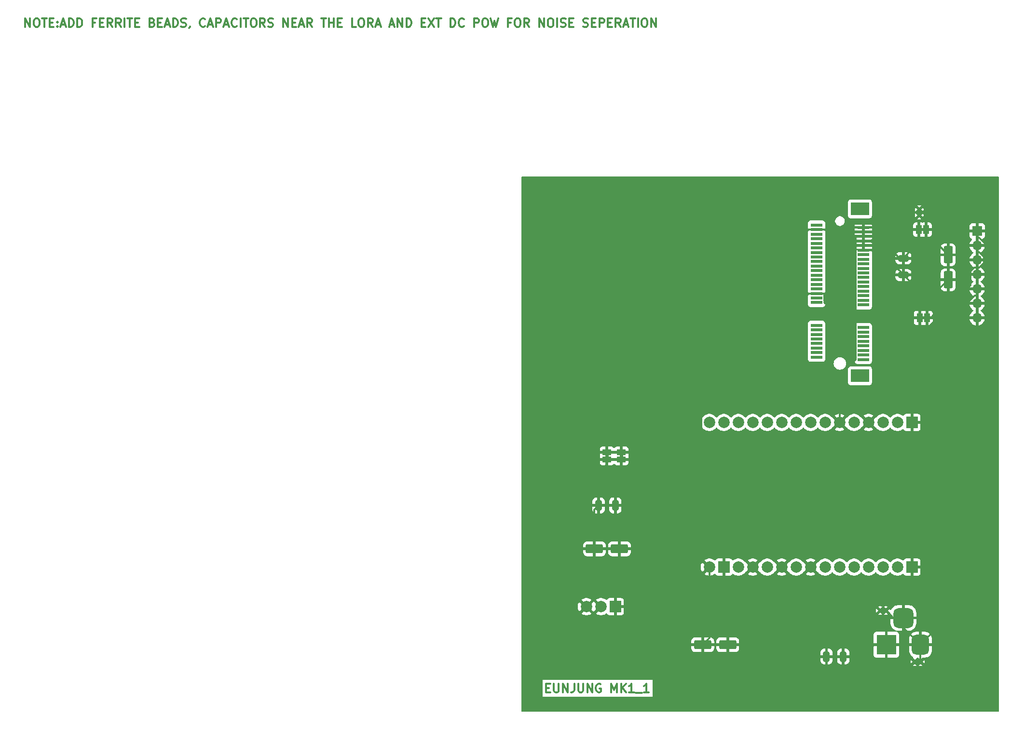
<source format=gbr>
%TF.GenerationSoftware,KiCad,Pcbnew,9.0.0-9.0.0-2~ubuntu24.04.1*%
%TF.CreationDate,2025-04-06T07:01:26+03:00*%
%TF.ProjectId,InterfaceBoard_Gateway,496e7465-7266-4616-9365-426f6172645f,rev?*%
%TF.SameCoordinates,Original*%
%TF.FileFunction,Copper,L1,Top*%
%TF.FilePolarity,Positive*%
%FSLAX46Y46*%
G04 Gerber Fmt 4.6, Leading zero omitted, Abs format (unit mm)*
G04 Created by KiCad (PCBNEW 9.0.0-9.0.0-2~ubuntu24.04.1) date 2025-04-06 07:01:26*
%MOMM*%
%LPD*%
G01*
G04 APERTURE LIST*
G04 Aperture macros list*
%AMRoundRect*
0 Rectangle with rounded corners*
0 $1 Rounding radius*
0 $2 $3 $4 $5 $6 $7 $8 $9 X,Y pos of 4 corners*
0 Add a 4 corners polygon primitive as box body*
4,1,4,$2,$3,$4,$5,$6,$7,$8,$9,$2,$3,0*
0 Add four circle primitives for the rounded corners*
1,1,$1+$1,$2,$3*
1,1,$1+$1,$4,$5*
1,1,$1+$1,$6,$7*
1,1,$1+$1,$8,$9*
0 Add four rect primitives between the rounded corners*
20,1,$1+$1,$2,$3,$4,$5,0*
20,1,$1+$1,$4,$5,$6,$7,0*
20,1,$1+$1,$6,$7,$8,$9,0*
20,1,$1+$1,$8,$9,$2,$3,0*%
G04 Aperture macros list end*
%ADD10C,0.300000*%
%TA.AperFunction,NonConductor*%
%ADD11C,0.300000*%
%TD*%
%TA.AperFunction,EtchedComponent*%
%ADD12C,0.000000*%
%TD*%
%TA.AperFunction,ComponentPad*%
%ADD13R,1.700000X1.700000*%
%TD*%
%TA.AperFunction,ComponentPad*%
%ADD14O,1.700000X1.700000*%
%TD*%
%TA.AperFunction,SMDPad,CuDef*%
%ADD15C,0.500000*%
%TD*%
%TA.AperFunction,SMDPad,CuDef*%
%ADD16R,1.500000X1.000000*%
%TD*%
%TA.AperFunction,ComponentPad*%
%ADD17R,3.500000X3.500000*%
%TD*%
%TA.AperFunction,ComponentPad*%
%ADD18RoundRect,0.750000X0.750000X1.000000X-0.750000X1.000000X-0.750000X-1.000000X0.750000X-1.000000X0*%
%TD*%
%TA.AperFunction,ComponentPad*%
%ADD19RoundRect,0.875000X0.875000X0.875000X-0.875000X0.875000X-0.875000X-0.875000X0.875000X-0.875000X0*%
%TD*%
%TA.AperFunction,SMDPad,CuDef*%
%ADD20R,1.000000X1.500000*%
%TD*%
%TA.AperFunction,SMDPad,CuDef*%
%ADD21R,2.000000X0.600000*%
%TD*%
%TA.AperFunction,SMDPad,CuDef*%
%ADD22R,3.200000X2.300000*%
%TD*%
%TA.AperFunction,SMDPad,CuDef*%
%ADD23RoundRect,0.250000X0.650000X-0.325000X0.650000X0.325000X-0.650000X0.325000X-0.650000X-0.325000X0*%
%TD*%
%TA.AperFunction,SMDPad,CuDef*%
%ADD24RoundRect,0.250000X-0.325000X-0.650000X0.325000X-0.650000X0.325000X0.650000X-0.325000X0.650000X0*%
%TD*%
%TA.AperFunction,SMDPad,CuDef*%
%ADD25RoundRect,0.250000X-1.250000X-0.550000X1.250000X-0.550000X1.250000X0.550000X-1.250000X0.550000X0*%
%TD*%
%TA.AperFunction,SMDPad,CuDef*%
%ADD26RoundRect,0.250000X0.550000X-1.250000X0.550000X1.250000X-0.550000X1.250000X-0.550000X-1.250000X0*%
%TD*%
%TA.AperFunction,ComponentPad*%
%ADD27C,2.000000*%
%TD*%
%TA.AperFunction,ComponentPad*%
%ADD28R,2.000000X2.000000*%
%TD*%
%TA.AperFunction,ViaPad*%
%ADD29C,0.800000*%
%TD*%
%TA.AperFunction,ViaPad*%
%ADD30C,5.000000*%
%TD*%
%TA.AperFunction,Conductor*%
%ADD31C,0.300000*%
%TD*%
G04 APERTURE END LIST*
D10*
D11*
X19614510Y-39760828D02*
X19614510Y-38260828D01*
X19614510Y-38260828D02*
X20471653Y-39760828D01*
X20471653Y-39760828D02*
X20471653Y-38260828D01*
X21471654Y-38260828D02*
X21757368Y-38260828D01*
X21757368Y-38260828D02*
X21900225Y-38332257D01*
X21900225Y-38332257D02*
X22043082Y-38475114D01*
X22043082Y-38475114D02*
X22114511Y-38760828D01*
X22114511Y-38760828D02*
X22114511Y-39260828D01*
X22114511Y-39260828D02*
X22043082Y-39546542D01*
X22043082Y-39546542D02*
X21900225Y-39689400D01*
X21900225Y-39689400D02*
X21757368Y-39760828D01*
X21757368Y-39760828D02*
X21471654Y-39760828D01*
X21471654Y-39760828D02*
X21328797Y-39689400D01*
X21328797Y-39689400D02*
X21185939Y-39546542D01*
X21185939Y-39546542D02*
X21114511Y-39260828D01*
X21114511Y-39260828D02*
X21114511Y-38760828D01*
X21114511Y-38760828D02*
X21185939Y-38475114D01*
X21185939Y-38475114D02*
X21328797Y-38332257D01*
X21328797Y-38332257D02*
X21471654Y-38260828D01*
X22543083Y-38260828D02*
X23400226Y-38260828D01*
X22971654Y-39760828D02*
X22971654Y-38260828D01*
X23900225Y-38975114D02*
X24400225Y-38975114D01*
X24614511Y-39760828D02*
X23900225Y-39760828D01*
X23900225Y-39760828D02*
X23900225Y-38260828D01*
X23900225Y-38260828D02*
X24614511Y-38260828D01*
X25257368Y-39617971D02*
X25328797Y-39689400D01*
X25328797Y-39689400D02*
X25257368Y-39760828D01*
X25257368Y-39760828D02*
X25185940Y-39689400D01*
X25185940Y-39689400D02*
X25257368Y-39617971D01*
X25257368Y-39617971D02*
X25257368Y-39760828D01*
X25257368Y-38832257D02*
X25328797Y-38903685D01*
X25328797Y-38903685D02*
X25257368Y-38975114D01*
X25257368Y-38975114D02*
X25185940Y-38903685D01*
X25185940Y-38903685D02*
X25257368Y-38832257D01*
X25257368Y-38832257D02*
X25257368Y-38975114D01*
X25900226Y-39332257D02*
X26614512Y-39332257D01*
X25757369Y-39760828D02*
X26257369Y-38260828D01*
X26257369Y-38260828D02*
X26757369Y-39760828D01*
X27257368Y-39760828D02*
X27257368Y-38260828D01*
X27257368Y-38260828D02*
X27614511Y-38260828D01*
X27614511Y-38260828D02*
X27828797Y-38332257D01*
X27828797Y-38332257D02*
X27971654Y-38475114D01*
X27971654Y-38475114D02*
X28043083Y-38617971D01*
X28043083Y-38617971D02*
X28114511Y-38903685D01*
X28114511Y-38903685D02*
X28114511Y-39117971D01*
X28114511Y-39117971D02*
X28043083Y-39403685D01*
X28043083Y-39403685D02*
X27971654Y-39546542D01*
X27971654Y-39546542D02*
X27828797Y-39689400D01*
X27828797Y-39689400D02*
X27614511Y-39760828D01*
X27614511Y-39760828D02*
X27257368Y-39760828D01*
X28757368Y-39760828D02*
X28757368Y-38260828D01*
X28757368Y-38260828D02*
X29114511Y-38260828D01*
X29114511Y-38260828D02*
X29328797Y-38332257D01*
X29328797Y-38332257D02*
X29471654Y-38475114D01*
X29471654Y-38475114D02*
X29543083Y-38617971D01*
X29543083Y-38617971D02*
X29614511Y-38903685D01*
X29614511Y-38903685D02*
X29614511Y-39117971D01*
X29614511Y-39117971D02*
X29543083Y-39403685D01*
X29543083Y-39403685D02*
X29471654Y-39546542D01*
X29471654Y-39546542D02*
X29328797Y-39689400D01*
X29328797Y-39689400D02*
X29114511Y-39760828D01*
X29114511Y-39760828D02*
X28757368Y-39760828D01*
X31900225Y-38975114D02*
X31400225Y-38975114D01*
X31400225Y-39760828D02*
X31400225Y-38260828D01*
X31400225Y-38260828D02*
X32114511Y-38260828D01*
X32685939Y-38975114D02*
X33185939Y-38975114D01*
X33400225Y-39760828D02*
X32685939Y-39760828D01*
X32685939Y-39760828D02*
X32685939Y-38260828D01*
X32685939Y-38260828D02*
X33400225Y-38260828D01*
X34900225Y-39760828D02*
X34400225Y-39046542D01*
X34043082Y-39760828D02*
X34043082Y-38260828D01*
X34043082Y-38260828D02*
X34614511Y-38260828D01*
X34614511Y-38260828D02*
X34757368Y-38332257D01*
X34757368Y-38332257D02*
X34828797Y-38403685D01*
X34828797Y-38403685D02*
X34900225Y-38546542D01*
X34900225Y-38546542D02*
X34900225Y-38760828D01*
X34900225Y-38760828D02*
X34828797Y-38903685D01*
X34828797Y-38903685D02*
X34757368Y-38975114D01*
X34757368Y-38975114D02*
X34614511Y-39046542D01*
X34614511Y-39046542D02*
X34043082Y-39046542D01*
X36400225Y-39760828D02*
X35900225Y-39046542D01*
X35543082Y-39760828D02*
X35543082Y-38260828D01*
X35543082Y-38260828D02*
X36114511Y-38260828D01*
X36114511Y-38260828D02*
X36257368Y-38332257D01*
X36257368Y-38332257D02*
X36328797Y-38403685D01*
X36328797Y-38403685D02*
X36400225Y-38546542D01*
X36400225Y-38546542D02*
X36400225Y-38760828D01*
X36400225Y-38760828D02*
X36328797Y-38903685D01*
X36328797Y-38903685D02*
X36257368Y-38975114D01*
X36257368Y-38975114D02*
X36114511Y-39046542D01*
X36114511Y-39046542D02*
X35543082Y-39046542D01*
X37043082Y-39760828D02*
X37043082Y-38260828D01*
X37543083Y-38260828D02*
X38400226Y-38260828D01*
X37971654Y-39760828D02*
X37971654Y-38260828D01*
X38900225Y-38975114D02*
X39400225Y-38975114D01*
X39614511Y-39760828D02*
X38900225Y-39760828D01*
X38900225Y-39760828D02*
X38900225Y-38260828D01*
X38900225Y-38260828D02*
X39614511Y-38260828D01*
X41900225Y-38975114D02*
X42114511Y-39046542D01*
X42114511Y-39046542D02*
X42185940Y-39117971D01*
X42185940Y-39117971D02*
X42257368Y-39260828D01*
X42257368Y-39260828D02*
X42257368Y-39475114D01*
X42257368Y-39475114D02*
X42185940Y-39617971D01*
X42185940Y-39617971D02*
X42114511Y-39689400D01*
X42114511Y-39689400D02*
X41971654Y-39760828D01*
X41971654Y-39760828D02*
X41400225Y-39760828D01*
X41400225Y-39760828D02*
X41400225Y-38260828D01*
X41400225Y-38260828D02*
X41900225Y-38260828D01*
X41900225Y-38260828D02*
X42043083Y-38332257D01*
X42043083Y-38332257D02*
X42114511Y-38403685D01*
X42114511Y-38403685D02*
X42185940Y-38546542D01*
X42185940Y-38546542D02*
X42185940Y-38689400D01*
X42185940Y-38689400D02*
X42114511Y-38832257D01*
X42114511Y-38832257D02*
X42043083Y-38903685D01*
X42043083Y-38903685D02*
X41900225Y-38975114D01*
X41900225Y-38975114D02*
X41400225Y-38975114D01*
X42900225Y-38975114D02*
X43400225Y-38975114D01*
X43614511Y-39760828D02*
X42900225Y-39760828D01*
X42900225Y-39760828D02*
X42900225Y-38260828D01*
X42900225Y-38260828D02*
X43614511Y-38260828D01*
X44185940Y-39332257D02*
X44900226Y-39332257D01*
X44043083Y-39760828D02*
X44543083Y-38260828D01*
X44543083Y-38260828D02*
X45043083Y-39760828D01*
X45543082Y-39760828D02*
X45543082Y-38260828D01*
X45543082Y-38260828D02*
X45900225Y-38260828D01*
X45900225Y-38260828D02*
X46114511Y-38332257D01*
X46114511Y-38332257D02*
X46257368Y-38475114D01*
X46257368Y-38475114D02*
X46328797Y-38617971D01*
X46328797Y-38617971D02*
X46400225Y-38903685D01*
X46400225Y-38903685D02*
X46400225Y-39117971D01*
X46400225Y-39117971D02*
X46328797Y-39403685D01*
X46328797Y-39403685D02*
X46257368Y-39546542D01*
X46257368Y-39546542D02*
X46114511Y-39689400D01*
X46114511Y-39689400D02*
X45900225Y-39760828D01*
X45900225Y-39760828D02*
X45543082Y-39760828D01*
X46971654Y-39689400D02*
X47185940Y-39760828D01*
X47185940Y-39760828D02*
X47543082Y-39760828D01*
X47543082Y-39760828D02*
X47685940Y-39689400D01*
X47685940Y-39689400D02*
X47757368Y-39617971D01*
X47757368Y-39617971D02*
X47828797Y-39475114D01*
X47828797Y-39475114D02*
X47828797Y-39332257D01*
X47828797Y-39332257D02*
X47757368Y-39189400D01*
X47757368Y-39189400D02*
X47685940Y-39117971D01*
X47685940Y-39117971D02*
X47543082Y-39046542D01*
X47543082Y-39046542D02*
X47257368Y-38975114D01*
X47257368Y-38975114D02*
X47114511Y-38903685D01*
X47114511Y-38903685D02*
X47043082Y-38832257D01*
X47043082Y-38832257D02*
X46971654Y-38689400D01*
X46971654Y-38689400D02*
X46971654Y-38546542D01*
X46971654Y-38546542D02*
X47043082Y-38403685D01*
X47043082Y-38403685D02*
X47114511Y-38332257D01*
X47114511Y-38332257D02*
X47257368Y-38260828D01*
X47257368Y-38260828D02*
X47614511Y-38260828D01*
X47614511Y-38260828D02*
X47828797Y-38332257D01*
X48543082Y-39689400D02*
X48543082Y-39760828D01*
X48543082Y-39760828D02*
X48471653Y-39903685D01*
X48471653Y-39903685D02*
X48400225Y-39975114D01*
X51185939Y-39617971D02*
X51114511Y-39689400D01*
X51114511Y-39689400D02*
X50900225Y-39760828D01*
X50900225Y-39760828D02*
X50757368Y-39760828D01*
X50757368Y-39760828D02*
X50543082Y-39689400D01*
X50543082Y-39689400D02*
X50400225Y-39546542D01*
X50400225Y-39546542D02*
X50328796Y-39403685D01*
X50328796Y-39403685D02*
X50257368Y-39117971D01*
X50257368Y-39117971D02*
X50257368Y-38903685D01*
X50257368Y-38903685D02*
X50328796Y-38617971D01*
X50328796Y-38617971D02*
X50400225Y-38475114D01*
X50400225Y-38475114D02*
X50543082Y-38332257D01*
X50543082Y-38332257D02*
X50757368Y-38260828D01*
X50757368Y-38260828D02*
X50900225Y-38260828D01*
X50900225Y-38260828D02*
X51114511Y-38332257D01*
X51114511Y-38332257D02*
X51185939Y-38403685D01*
X51757368Y-39332257D02*
X52471654Y-39332257D01*
X51614511Y-39760828D02*
X52114511Y-38260828D01*
X52114511Y-38260828D02*
X52614511Y-39760828D01*
X53114510Y-39760828D02*
X53114510Y-38260828D01*
X53114510Y-38260828D02*
X53685939Y-38260828D01*
X53685939Y-38260828D02*
X53828796Y-38332257D01*
X53828796Y-38332257D02*
X53900225Y-38403685D01*
X53900225Y-38403685D02*
X53971653Y-38546542D01*
X53971653Y-38546542D02*
X53971653Y-38760828D01*
X53971653Y-38760828D02*
X53900225Y-38903685D01*
X53900225Y-38903685D02*
X53828796Y-38975114D01*
X53828796Y-38975114D02*
X53685939Y-39046542D01*
X53685939Y-39046542D02*
X53114510Y-39046542D01*
X54543082Y-39332257D02*
X55257368Y-39332257D01*
X54400225Y-39760828D02*
X54900225Y-38260828D01*
X54900225Y-38260828D02*
X55400225Y-39760828D01*
X56757367Y-39617971D02*
X56685939Y-39689400D01*
X56685939Y-39689400D02*
X56471653Y-39760828D01*
X56471653Y-39760828D02*
X56328796Y-39760828D01*
X56328796Y-39760828D02*
X56114510Y-39689400D01*
X56114510Y-39689400D02*
X55971653Y-39546542D01*
X55971653Y-39546542D02*
X55900224Y-39403685D01*
X55900224Y-39403685D02*
X55828796Y-39117971D01*
X55828796Y-39117971D02*
X55828796Y-38903685D01*
X55828796Y-38903685D02*
X55900224Y-38617971D01*
X55900224Y-38617971D02*
X55971653Y-38475114D01*
X55971653Y-38475114D02*
X56114510Y-38332257D01*
X56114510Y-38332257D02*
X56328796Y-38260828D01*
X56328796Y-38260828D02*
X56471653Y-38260828D01*
X56471653Y-38260828D02*
X56685939Y-38332257D01*
X56685939Y-38332257D02*
X56757367Y-38403685D01*
X57400224Y-39760828D02*
X57400224Y-38260828D01*
X57900225Y-38260828D02*
X58757368Y-38260828D01*
X58328796Y-39760828D02*
X58328796Y-38260828D01*
X59543082Y-38260828D02*
X59828796Y-38260828D01*
X59828796Y-38260828D02*
X59971653Y-38332257D01*
X59971653Y-38332257D02*
X60114510Y-38475114D01*
X60114510Y-38475114D02*
X60185939Y-38760828D01*
X60185939Y-38760828D02*
X60185939Y-39260828D01*
X60185939Y-39260828D02*
X60114510Y-39546542D01*
X60114510Y-39546542D02*
X59971653Y-39689400D01*
X59971653Y-39689400D02*
X59828796Y-39760828D01*
X59828796Y-39760828D02*
X59543082Y-39760828D01*
X59543082Y-39760828D02*
X59400225Y-39689400D01*
X59400225Y-39689400D02*
X59257367Y-39546542D01*
X59257367Y-39546542D02*
X59185939Y-39260828D01*
X59185939Y-39260828D02*
X59185939Y-38760828D01*
X59185939Y-38760828D02*
X59257367Y-38475114D01*
X59257367Y-38475114D02*
X59400225Y-38332257D01*
X59400225Y-38332257D02*
X59543082Y-38260828D01*
X61685939Y-39760828D02*
X61185939Y-39046542D01*
X60828796Y-39760828D02*
X60828796Y-38260828D01*
X60828796Y-38260828D02*
X61400225Y-38260828D01*
X61400225Y-38260828D02*
X61543082Y-38332257D01*
X61543082Y-38332257D02*
X61614511Y-38403685D01*
X61614511Y-38403685D02*
X61685939Y-38546542D01*
X61685939Y-38546542D02*
X61685939Y-38760828D01*
X61685939Y-38760828D02*
X61614511Y-38903685D01*
X61614511Y-38903685D02*
X61543082Y-38975114D01*
X61543082Y-38975114D02*
X61400225Y-39046542D01*
X61400225Y-39046542D02*
X60828796Y-39046542D01*
X62257368Y-39689400D02*
X62471654Y-39760828D01*
X62471654Y-39760828D02*
X62828796Y-39760828D01*
X62828796Y-39760828D02*
X62971654Y-39689400D01*
X62971654Y-39689400D02*
X63043082Y-39617971D01*
X63043082Y-39617971D02*
X63114511Y-39475114D01*
X63114511Y-39475114D02*
X63114511Y-39332257D01*
X63114511Y-39332257D02*
X63043082Y-39189400D01*
X63043082Y-39189400D02*
X62971654Y-39117971D01*
X62971654Y-39117971D02*
X62828796Y-39046542D01*
X62828796Y-39046542D02*
X62543082Y-38975114D01*
X62543082Y-38975114D02*
X62400225Y-38903685D01*
X62400225Y-38903685D02*
X62328796Y-38832257D01*
X62328796Y-38832257D02*
X62257368Y-38689400D01*
X62257368Y-38689400D02*
X62257368Y-38546542D01*
X62257368Y-38546542D02*
X62328796Y-38403685D01*
X62328796Y-38403685D02*
X62400225Y-38332257D01*
X62400225Y-38332257D02*
X62543082Y-38260828D01*
X62543082Y-38260828D02*
X62900225Y-38260828D01*
X62900225Y-38260828D02*
X63114511Y-38332257D01*
X64900224Y-39760828D02*
X64900224Y-38260828D01*
X64900224Y-38260828D02*
X65757367Y-39760828D01*
X65757367Y-39760828D02*
X65757367Y-38260828D01*
X66471653Y-38975114D02*
X66971653Y-38975114D01*
X67185939Y-39760828D02*
X66471653Y-39760828D01*
X66471653Y-39760828D02*
X66471653Y-38260828D01*
X66471653Y-38260828D02*
X67185939Y-38260828D01*
X67757368Y-39332257D02*
X68471654Y-39332257D01*
X67614511Y-39760828D02*
X68114511Y-38260828D01*
X68114511Y-38260828D02*
X68614511Y-39760828D01*
X69971653Y-39760828D02*
X69471653Y-39046542D01*
X69114510Y-39760828D02*
X69114510Y-38260828D01*
X69114510Y-38260828D02*
X69685939Y-38260828D01*
X69685939Y-38260828D02*
X69828796Y-38332257D01*
X69828796Y-38332257D02*
X69900225Y-38403685D01*
X69900225Y-38403685D02*
X69971653Y-38546542D01*
X69971653Y-38546542D02*
X69971653Y-38760828D01*
X69971653Y-38760828D02*
X69900225Y-38903685D01*
X69900225Y-38903685D02*
X69828796Y-38975114D01*
X69828796Y-38975114D02*
X69685939Y-39046542D01*
X69685939Y-39046542D02*
X69114510Y-39046542D01*
X71543082Y-38260828D02*
X72400225Y-38260828D01*
X71971653Y-39760828D02*
X71971653Y-38260828D01*
X72900224Y-39760828D02*
X72900224Y-38260828D01*
X72900224Y-38975114D02*
X73757367Y-38975114D01*
X73757367Y-39760828D02*
X73757367Y-38260828D01*
X74471653Y-38975114D02*
X74971653Y-38975114D01*
X75185939Y-39760828D02*
X74471653Y-39760828D01*
X74471653Y-39760828D02*
X74471653Y-38260828D01*
X74471653Y-38260828D02*
X75185939Y-38260828D01*
X77685939Y-39760828D02*
X76971653Y-39760828D01*
X76971653Y-39760828D02*
X76971653Y-38260828D01*
X78471654Y-38260828D02*
X78757368Y-38260828D01*
X78757368Y-38260828D02*
X78900225Y-38332257D01*
X78900225Y-38332257D02*
X79043082Y-38475114D01*
X79043082Y-38475114D02*
X79114511Y-38760828D01*
X79114511Y-38760828D02*
X79114511Y-39260828D01*
X79114511Y-39260828D02*
X79043082Y-39546542D01*
X79043082Y-39546542D02*
X78900225Y-39689400D01*
X78900225Y-39689400D02*
X78757368Y-39760828D01*
X78757368Y-39760828D02*
X78471654Y-39760828D01*
X78471654Y-39760828D02*
X78328797Y-39689400D01*
X78328797Y-39689400D02*
X78185939Y-39546542D01*
X78185939Y-39546542D02*
X78114511Y-39260828D01*
X78114511Y-39260828D02*
X78114511Y-38760828D01*
X78114511Y-38760828D02*
X78185939Y-38475114D01*
X78185939Y-38475114D02*
X78328797Y-38332257D01*
X78328797Y-38332257D02*
X78471654Y-38260828D01*
X80614511Y-39760828D02*
X80114511Y-39046542D01*
X79757368Y-39760828D02*
X79757368Y-38260828D01*
X79757368Y-38260828D02*
X80328797Y-38260828D01*
X80328797Y-38260828D02*
X80471654Y-38332257D01*
X80471654Y-38332257D02*
X80543083Y-38403685D01*
X80543083Y-38403685D02*
X80614511Y-38546542D01*
X80614511Y-38546542D02*
X80614511Y-38760828D01*
X80614511Y-38760828D02*
X80543083Y-38903685D01*
X80543083Y-38903685D02*
X80471654Y-38975114D01*
X80471654Y-38975114D02*
X80328797Y-39046542D01*
X80328797Y-39046542D02*
X79757368Y-39046542D01*
X81185940Y-39332257D02*
X81900226Y-39332257D01*
X81043083Y-39760828D02*
X81543083Y-38260828D01*
X81543083Y-38260828D02*
X82043083Y-39760828D01*
X83614511Y-39332257D02*
X84328797Y-39332257D01*
X83471654Y-39760828D02*
X83971654Y-38260828D01*
X83971654Y-38260828D02*
X84471654Y-39760828D01*
X84971653Y-39760828D02*
X84971653Y-38260828D01*
X84971653Y-38260828D02*
X85828796Y-39760828D01*
X85828796Y-39760828D02*
X85828796Y-38260828D01*
X86543082Y-39760828D02*
X86543082Y-38260828D01*
X86543082Y-38260828D02*
X86900225Y-38260828D01*
X86900225Y-38260828D02*
X87114511Y-38332257D01*
X87114511Y-38332257D02*
X87257368Y-38475114D01*
X87257368Y-38475114D02*
X87328797Y-38617971D01*
X87328797Y-38617971D02*
X87400225Y-38903685D01*
X87400225Y-38903685D02*
X87400225Y-39117971D01*
X87400225Y-39117971D02*
X87328797Y-39403685D01*
X87328797Y-39403685D02*
X87257368Y-39546542D01*
X87257368Y-39546542D02*
X87114511Y-39689400D01*
X87114511Y-39689400D02*
X86900225Y-39760828D01*
X86900225Y-39760828D02*
X86543082Y-39760828D01*
X89185939Y-38975114D02*
X89685939Y-38975114D01*
X89900225Y-39760828D02*
X89185939Y-39760828D01*
X89185939Y-39760828D02*
X89185939Y-38260828D01*
X89185939Y-38260828D02*
X89900225Y-38260828D01*
X90400225Y-38260828D02*
X91400225Y-39760828D01*
X91400225Y-38260828D02*
X90400225Y-39760828D01*
X91757368Y-38260828D02*
X92614511Y-38260828D01*
X92185939Y-39760828D02*
X92185939Y-38260828D01*
X94257367Y-39760828D02*
X94257367Y-38260828D01*
X94257367Y-38260828D02*
X94614510Y-38260828D01*
X94614510Y-38260828D02*
X94828796Y-38332257D01*
X94828796Y-38332257D02*
X94971653Y-38475114D01*
X94971653Y-38475114D02*
X95043082Y-38617971D01*
X95043082Y-38617971D02*
X95114510Y-38903685D01*
X95114510Y-38903685D02*
X95114510Y-39117971D01*
X95114510Y-39117971D02*
X95043082Y-39403685D01*
X95043082Y-39403685D02*
X94971653Y-39546542D01*
X94971653Y-39546542D02*
X94828796Y-39689400D01*
X94828796Y-39689400D02*
X94614510Y-39760828D01*
X94614510Y-39760828D02*
X94257367Y-39760828D01*
X96614510Y-39617971D02*
X96543082Y-39689400D01*
X96543082Y-39689400D02*
X96328796Y-39760828D01*
X96328796Y-39760828D02*
X96185939Y-39760828D01*
X96185939Y-39760828D02*
X95971653Y-39689400D01*
X95971653Y-39689400D02*
X95828796Y-39546542D01*
X95828796Y-39546542D02*
X95757367Y-39403685D01*
X95757367Y-39403685D02*
X95685939Y-39117971D01*
X95685939Y-39117971D02*
X95685939Y-38903685D01*
X95685939Y-38903685D02*
X95757367Y-38617971D01*
X95757367Y-38617971D02*
X95828796Y-38475114D01*
X95828796Y-38475114D02*
X95971653Y-38332257D01*
X95971653Y-38332257D02*
X96185939Y-38260828D01*
X96185939Y-38260828D02*
X96328796Y-38260828D01*
X96328796Y-38260828D02*
X96543082Y-38332257D01*
X96543082Y-38332257D02*
X96614510Y-38403685D01*
X98400224Y-39760828D02*
X98400224Y-38260828D01*
X98400224Y-38260828D02*
X98971653Y-38260828D01*
X98971653Y-38260828D02*
X99114510Y-38332257D01*
X99114510Y-38332257D02*
X99185939Y-38403685D01*
X99185939Y-38403685D02*
X99257367Y-38546542D01*
X99257367Y-38546542D02*
X99257367Y-38760828D01*
X99257367Y-38760828D02*
X99185939Y-38903685D01*
X99185939Y-38903685D02*
X99114510Y-38975114D01*
X99114510Y-38975114D02*
X98971653Y-39046542D01*
X98971653Y-39046542D02*
X98400224Y-39046542D01*
X100185939Y-38260828D02*
X100471653Y-38260828D01*
X100471653Y-38260828D02*
X100614510Y-38332257D01*
X100614510Y-38332257D02*
X100757367Y-38475114D01*
X100757367Y-38475114D02*
X100828796Y-38760828D01*
X100828796Y-38760828D02*
X100828796Y-39260828D01*
X100828796Y-39260828D02*
X100757367Y-39546542D01*
X100757367Y-39546542D02*
X100614510Y-39689400D01*
X100614510Y-39689400D02*
X100471653Y-39760828D01*
X100471653Y-39760828D02*
X100185939Y-39760828D01*
X100185939Y-39760828D02*
X100043082Y-39689400D01*
X100043082Y-39689400D02*
X99900224Y-39546542D01*
X99900224Y-39546542D02*
X99828796Y-39260828D01*
X99828796Y-39260828D02*
X99828796Y-38760828D01*
X99828796Y-38760828D02*
X99900224Y-38475114D01*
X99900224Y-38475114D02*
X100043082Y-38332257D01*
X100043082Y-38332257D02*
X100185939Y-38260828D01*
X101328796Y-38260828D02*
X101685939Y-39760828D01*
X101685939Y-39760828D02*
X101971653Y-38689400D01*
X101971653Y-38689400D02*
X102257368Y-39760828D01*
X102257368Y-39760828D02*
X102614511Y-38260828D01*
X104828796Y-38975114D02*
X104328796Y-38975114D01*
X104328796Y-39760828D02*
X104328796Y-38260828D01*
X104328796Y-38260828D02*
X105043082Y-38260828D01*
X105900225Y-38260828D02*
X106185939Y-38260828D01*
X106185939Y-38260828D02*
X106328796Y-38332257D01*
X106328796Y-38332257D02*
X106471653Y-38475114D01*
X106471653Y-38475114D02*
X106543082Y-38760828D01*
X106543082Y-38760828D02*
X106543082Y-39260828D01*
X106543082Y-39260828D02*
X106471653Y-39546542D01*
X106471653Y-39546542D02*
X106328796Y-39689400D01*
X106328796Y-39689400D02*
X106185939Y-39760828D01*
X106185939Y-39760828D02*
X105900225Y-39760828D01*
X105900225Y-39760828D02*
X105757368Y-39689400D01*
X105757368Y-39689400D02*
X105614510Y-39546542D01*
X105614510Y-39546542D02*
X105543082Y-39260828D01*
X105543082Y-39260828D02*
X105543082Y-38760828D01*
X105543082Y-38760828D02*
X105614510Y-38475114D01*
X105614510Y-38475114D02*
X105757368Y-38332257D01*
X105757368Y-38332257D02*
X105900225Y-38260828D01*
X108043082Y-39760828D02*
X107543082Y-39046542D01*
X107185939Y-39760828D02*
X107185939Y-38260828D01*
X107185939Y-38260828D02*
X107757368Y-38260828D01*
X107757368Y-38260828D02*
X107900225Y-38332257D01*
X107900225Y-38332257D02*
X107971654Y-38403685D01*
X107971654Y-38403685D02*
X108043082Y-38546542D01*
X108043082Y-38546542D02*
X108043082Y-38760828D01*
X108043082Y-38760828D02*
X107971654Y-38903685D01*
X107971654Y-38903685D02*
X107900225Y-38975114D01*
X107900225Y-38975114D02*
X107757368Y-39046542D01*
X107757368Y-39046542D02*
X107185939Y-39046542D01*
X109828796Y-39760828D02*
X109828796Y-38260828D01*
X109828796Y-38260828D02*
X110685939Y-39760828D01*
X110685939Y-39760828D02*
X110685939Y-38260828D01*
X111685940Y-38260828D02*
X111971654Y-38260828D01*
X111971654Y-38260828D02*
X112114511Y-38332257D01*
X112114511Y-38332257D02*
X112257368Y-38475114D01*
X112257368Y-38475114D02*
X112328797Y-38760828D01*
X112328797Y-38760828D02*
X112328797Y-39260828D01*
X112328797Y-39260828D02*
X112257368Y-39546542D01*
X112257368Y-39546542D02*
X112114511Y-39689400D01*
X112114511Y-39689400D02*
X111971654Y-39760828D01*
X111971654Y-39760828D02*
X111685940Y-39760828D01*
X111685940Y-39760828D02*
X111543083Y-39689400D01*
X111543083Y-39689400D02*
X111400225Y-39546542D01*
X111400225Y-39546542D02*
X111328797Y-39260828D01*
X111328797Y-39260828D02*
X111328797Y-38760828D01*
X111328797Y-38760828D02*
X111400225Y-38475114D01*
X111400225Y-38475114D02*
X111543083Y-38332257D01*
X111543083Y-38332257D02*
X111685940Y-38260828D01*
X112971654Y-39760828D02*
X112971654Y-38260828D01*
X113614512Y-39689400D02*
X113828798Y-39760828D01*
X113828798Y-39760828D02*
X114185940Y-39760828D01*
X114185940Y-39760828D02*
X114328798Y-39689400D01*
X114328798Y-39689400D02*
X114400226Y-39617971D01*
X114400226Y-39617971D02*
X114471655Y-39475114D01*
X114471655Y-39475114D02*
X114471655Y-39332257D01*
X114471655Y-39332257D02*
X114400226Y-39189400D01*
X114400226Y-39189400D02*
X114328798Y-39117971D01*
X114328798Y-39117971D02*
X114185940Y-39046542D01*
X114185940Y-39046542D02*
X113900226Y-38975114D01*
X113900226Y-38975114D02*
X113757369Y-38903685D01*
X113757369Y-38903685D02*
X113685940Y-38832257D01*
X113685940Y-38832257D02*
X113614512Y-38689400D01*
X113614512Y-38689400D02*
X113614512Y-38546542D01*
X113614512Y-38546542D02*
X113685940Y-38403685D01*
X113685940Y-38403685D02*
X113757369Y-38332257D01*
X113757369Y-38332257D02*
X113900226Y-38260828D01*
X113900226Y-38260828D02*
X114257369Y-38260828D01*
X114257369Y-38260828D02*
X114471655Y-38332257D01*
X115114511Y-38975114D02*
X115614511Y-38975114D01*
X115828797Y-39760828D02*
X115114511Y-39760828D01*
X115114511Y-39760828D02*
X115114511Y-38260828D01*
X115114511Y-38260828D02*
X115828797Y-38260828D01*
X117543083Y-39689400D02*
X117757369Y-39760828D01*
X117757369Y-39760828D02*
X118114511Y-39760828D01*
X118114511Y-39760828D02*
X118257369Y-39689400D01*
X118257369Y-39689400D02*
X118328797Y-39617971D01*
X118328797Y-39617971D02*
X118400226Y-39475114D01*
X118400226Y-39475114D02*
X118400226Y-39332257D01*
X118400226Y-39332257D02*
X118328797Y-39189400D01*
X118328797Y-39189400D02*
X118257369Y-39117971D01*
X118257369Y-39117971D02*
X118114511Y-39046542D01*
X118114511Y-39046542D02*
X117828797Y-38975114D01*
X117828797Y-38975114D02*
X117685940Y-38903685D01*
X117685940Y-38903685D02*
X117614511Y-38832257D01*
X117614511Y-38832257D02*
X117543083Y-38689400D01*
X117543083Y-38689400D02*
X117543083Y-38546542D01*
X117543083Y-38546542D02*
X117614511Y-38403685D01*
X117614511Y-38403685D02*
X117685940Y-38332257D01*
X117685940Y-38332257D02*
X117828797Y-38260828D01*
X117828797Y-38260828D02*
X118185940Y-38260828D01*
X118185940Y-38260828D02*
X118400226Y-38332257D01*
X119043082Y-38975114D02*
X119543082Y-38975114D01*
X119757368Y-39760828D02*
X119043082Y-39760828D01*
X119043082Y-39760828D02*
X119043082Y-38260828D01*
X119043082Y-38260828D02*
X119757368Y-38260828D01*
X120400225Y-39760828D02*
X120400225Y-38260828D01*
X120400225Y-38260828D02*
X120971654Y-38260828D01*
X120971654Y-38260828D02*
X121114511Y-38332257D01*
X121114511Y-38332257D02*
X121185940Y-38403685D01*
X121185940Y-38403685D02*
X121257368Y-38546542D01*
X121257368Y-38546542D02*
X121257368Y-38760828D01*
X121257368Y-38760828D02*
X121185940Y-38903685D01*
X121185940Y-38903685D02*
X121114511Y-38975114D01*
X121114511Y-38975114D02*
X120971654Y-39046542D01*
X120971654Y-39046542D02*
X120400225Y-39046542D01*
X121900225Y-38975114D02*
X122400225Y-38975114D01*
X122614511Y-39760828D02*
X121900225Y-39760828D01*
X121900225Y-39760828D02*
X121900225Y-38260828D01*
X121900225Y-38260828D02*
X122614511Y-38260828D01*
X124114511Y-39760828D02*
X123614511Y-39046542D01*
X123257368Y-39760828D02*
X123257368Y-38260828D01*
X123257368Y-38260828D02*
X123828797Y-38260828D01*
X123828797Y-38260828D02*
X123971654Y-38332257D01*
X123971654Y-38332257D02*
X124043083Y-38403685D01*
X124043083Y-38403685D02*
X124114511Y-38546542D01*
X124114511Y-38546542D02*
X124114511Y-38760828D01*
X124114511Y-38760828D02*
X124043083Y-38903685D01*
X124043083Y-38903685D02*
X123971654Y-38975114D01*
X123971654Y-38975114D02*
X123828797Y-39046542D01*
X123828797Y-39046542D02*
X123257368Y-39046542D01*
X124685940Y-39332257D02*
X125400226Y-39332257D01*
X124543083Y-39760828D02*
X125043083Y-38260828D01*
X125043083Y-38260828D02*
X125543083Y-39760828D01*
X125828797Y-38260828D02*
X126685940Y-38260828D01*
X126257368Y-39760828D02*
X126257368Y-38260828D01*
X127185939Y-39760828D02*
X127185939Y-38260828D01*
X128185940Y-38260828D02*
X128471654Y-38260828D01*
X128471654Y-38260828D02*
X128614511Y-38332257D01*
X128614511Y-38332257D02*
X128757368Y-38475114D01*
X128757368Y-38475114D02*
X128828797Y-38760828D01*
X128828797Y-38760828D02*
X128828797Y-39260828D01*
X128828797Y-39260828D02*
X128757368Y-39546542D01*
X128757368Y-39546542D02*
X128614511Y-39689400D01*
X128614511Y-39689400D02*
X128471654Y-39760828D01*
X128471654Y-39760828D02*
X128185940Y-39760828D01*
X128185940Y-39760828D02*
X128043083Y-39689400D01*
X128043083Y-39689400D02*
X127900225Y-39546542D01*
X127900225Y-39546542D02*
X127828797Y-39260828D01*
X127828797Y-39260828D02*
X127828797Y-38760828D01*
X127828797Y-38760828D02*
X127900225Y-38475114D01*
X127900225Y-38475114D02*
X128043083Y-38332257D01*
X128043083Y-38332257D02*
X128185940Y-38260828D01*
X129471654Y-39760828D02*
X129471654Y-38260828D01*
X129471654Y-38260828D02*
X130328797Y-39760828D01*
X130328797Y-39760828D02*
X130328797Y-38260828D01*
D10*
D11*
X111054510Y-155815114D02*
X111554510Y-155815114D01*
X111768796Y-156600828D02*
X111054510Y-156600828D01*
X111054510Y-156600828D02*
X111054510Y-155100828D01*
X111054510Y-155100828D02*
X111768796Y-155100828D01*
X112411653Y-155100828D02*
X112411653Y-156315114D01*
X112411653Y-156315114D02*
X112483082Y-156457971D01*
X112483082Y-156457971D02*
X112554511Y-156529400D01*
X112554511Y-156529400D02*
X112697368Y-156600828D01*
X112697368Y-156600828D02*
X112983082Y-156600828D01*
X112983082Y-156600828D02*
X113125939Y-156529400D01*
X113125939Y-156529400D02*
X113197368Y-156457971D01*
X113197368Y-156457971D02*
X113268796Y-156315114D01*
X113268796Y-156315114D02*
X113268796Y-155100828D01*
X113983082Y-156600828D02*
X113983082Y-155100828D01*
X113983082Y-155100828D02*
X114840225Y-156600828D01*
X114840225Y-156600828D02*
X114840225Y-155100828D01*
X115983083Y-155100828D02*
X115983083Y-156172257D01*
X115983083Y-156172257D02*
X115911654Y-156386542D01*
X115911654Y-156386542D02*
X115768797Y-156529400D01*
X115768797Y-156529400D02*
X115554511Y-156600828D01*
X115554511Y-156600828D02*
X115411654Y-156600828D01*
X116697368Y-155100828D02*
X116697368Y-156315114D01*
X116697368Y-156315114D02*
X116768797Y-156457971D01*
X116768797Y-156457971D02*
X116840226Y-156529400D01*
X116840226Y-156529400D02*
X116983083Y-156600828D01*
X116983083Y-156600828D02*
X117268797Y-156600828D01*
X117268797Y-156600828D02*
X117411654Y-156529400D01*
X117411654Y-156529400D02*
X117483083Y-156457971D01*
X117483083Y-156457971D02*
X117554511Y-156315114D01*
X117554511Y-156315114D02*
X117554511Y-155100828D01*
X118268797Y-156600828D02*
X118268797Y-155100828D01*
X118268797Y-155100828D02*
X119125940Y-156600828D01*
X119125940Y-156600828D02*
X119125940Y-155100828D01*
X120625941Y-155172257D02*
X120483084Y-155100828D01*
X120483084Y-155100828D02*
X120268798Y-155100828D01*
X120268798Y-155100828D02*
X120054512Y-155172257D01*
X120054512Y-155172257D02*
X119911655Y-155315114D01*
X119911655Y-155315114D02*
X119840226Y-155457971D01*
X119840226Y-155457971D02*
X119768798Y-155743685D01*
X119768798Y-155743685D02*
X119768798Y-155957971D01*
X119768798Y-155957971D02*
X119840226Y-156243685D01*
X119840226Y-156243685D02*
X119911655Y-156386542D01*
X119911655Y-156386542D02*
X120054512Y-156529400D01*
X120054512Y-156529400D02*
X120268798Y-156600828D01*
X120268798Y-156600828D02*
X120411655Y-156600828D01*
X120411655Y-156600828D02*
X120625941Y-156529400D01*
X120625941Y-156529400D02*
X120697369Y-156457971D01*
X120697369Y-156457971D02*
X120697369Y-155957971D01*
X120697369Y-155957971D02*
X120411655Y-155957971D01*
X122483083Y-156600828D02*
X122483083Y-155100828D01*
X122483083Y-155100828D02*
X122983083Y-156172257D01*
X122983083Y-156172257D02*
X123483083Y-155100828D01*
X123483083Y-155100828D02*
X123483083Y-156600828D01*
X124197369Y-156600828D02*
X124197369Y-155100828D01*
X125054512Y-156600828D02*
X124411655Y-155743685D01*
X125054512Y-155100828D02*
X124197369Y-155957971D01*
X126483084Y-156600828D02*
X125625941Y-156600828D01*
X126054512Y-156600828D02*
X126054512Y-155100828D01*
X126054512Y-155100828D02*
X125911655Y-155315114D01*
X125911655Y-155315114D02*
X125768798Y-155457971D01*
X125768798Y-155457971D02*
X125625941Y-155529400D01*
X126768798Y-156743685D02*
X127911655Y-156743685D01*
X129054512Y-156600828D02*
X128197369Y-156600828D01*
X128625940Y-156600828D02*
X128625940Y-155100828D01*
X128625940Y-155100828D02*
X128483083Y-155315114D01*
X128483083Y-155315114D02*
X128340226Y-155457971D01*
X128340226Y-155457971D02*
X128197369Y-155529400D01*
D12*
%TA.AperFunction,EtchedComponent*%
%TO.C,oi*%
G36*
X176790000Y-72820000D02*
G01*
X176290000Y-72820000D01*
X176290000Y-71820000D01*
X176790000Y-71820000D01*
X176790000Y-72820000D01*
G37*
%TD.AperFunction*%
%TA.AperFunction,EtchedComponent*%
%TO.C,ai*%
G36*
X176760000Y-151490000D02*
G01*
X175760000Y-151490000D01*
X175760000Y-150990000D01*
X176760000Y-150990000D01*
X176760000Y-151490000D01*
G37*
%TD.AperFunction*%
%TA.AperFunction,EtchedComponent*%
%TO.C,BYPASSGND*%
G36*
X124560000Y-115340000D02*
G01*
X123960000Y-115340000D01*
X123960000Y-114840000D01*
X124560000Y-114840000D01*
X124560000Y-115340000D01*
G37*
%TD.AperFunction*%
%TA.AperFunction,EtchedComponent*%
%TO.C,BYPASS3V3*%
G36*
X122020000Y-115340000D02*
G01*
X121420000Y-115340000D01*
X121420000Y-114840000D01*
X122020000Y-114840000D01*
X122020000Y-115340000D01*
G37*
%TD.AperFunction*%
%TA.AperFunction,EtchedComponent*%
%TO.C,net*%
G36*
X170680000Y-142490000D02*
G01*
X169680000Y-142490000D01*
X169680000Y-141990000D01*
X170680000Y-141990000D01*
X170680000Y-142490000D01*
G37*
%TD.AperFunction*%
%TD*%
D13*
%TO.P,extPorts,1*%
%TO.N,GND*%
X186700000Y-75600000D03*
D14*
%TO.P,extPorts,2*%
X186700000Y-78140000D03*
%TO.P,extPorts,3*%
X186700000Y-80680000D03*
%TO.P,extPorts,4*%
X186700000Y-83220000D03*
%TO.P,extPorts,5*%
X186700000Y-85760000D03*
%TO.P,extPorts,6*%
X186700000Y-88300000D03*
%TO.P,extPorts,7*%
X186700000Y-90840000D03*
%TD*%
D15*
%TO.P,oi,1*%
%TO.N,GND*%
X176540000Y-71820000D03*
%TO.P,oi,2*%
X176540000Y-72820000D03*
%TD*%
%TO.P,ai,1*%
%TO.N,GND*%
X175760000Y-151240000D03*
%TO.P,ai,2*%
X176760000Y-151240000D03*
%TD*%
D16*
%TO.P,BYPASSGND,1*%
%TO.N,GND*%
X124260000Y-115740000D03*
%TO.P,BYPASSGND,2*%
X124260000Y-114440000D03*
%TD*%
D17*
%TO.P,BarrelJack_Horizontal,1*%
%TO.N,GND*%
X170760000Y-148240000D03*
D18*
%TO.P,BarrelJack_Horizontal,2*%
X176760000Y-148240000D03*
D19*
%TO.P,BarrelJack_Horizontal,3*%
X173760000Y-143540000D03*
%TD*%
D20*
%TO.P,GNDEXTNO,1*%
%TO.N,GND*%
X176460000Y-75360000D03*
%TO.P,GNDEXTNO,2*%
X177760000Y-75360000D03*
%TD*%
%TO.P,3v3extNO,1*%
%TO.N,GND*%
X176610000Y-90860000D03*
%TO.P,3v3extNO,2*%
X177910000Y-90860000D03*
%TD*%
D21*
%TO.P,BUS_PCI_Express_Mini_Dual,1*%
%TO.N,N/C*%
X166725000Y-98160000D03*
%TO.P,BUS_PCI_Express_Mini_Dual,2*%
X158525000Y-97760000D03*
%TO.P,BUS_PCI_Express_Mini_Dual,3*%
X166725000Y-97360000D03*
%TO.P,BUS_PCI_Express_Mini_Dual,4*%
X158525000Y-96960000D03*
%TO.P,BUS_PCI_Express_Mini_Dual,5*%
X166725000Y-96560000D03*
%TO.P,BUS_PCI_Express_Mini_Dual,6*%
X158525000Y-96160000D03*
%TO.P,BUS_PCI_Express_Mini_Dual,7*%
X166725000Y-95760000D03*
%TO.P,BUS_PCI_Express_Mini_Dual,8*%
X158525000Y-95360000D03*
%TO.P,BUS_PCI_Express_Mini_Dual,9*%
X166725000Y-94960000D03*
%TO.P,BUS_PCI_Express_Mini_Dual,10*%
X158525000Y-94560000D03*
%TO.P,BUS_PCI_Express_Mini_Dual,11*%
X166725000Y-94160000D03*
%TO.P,BUS_PCI_Express_Mini_Dual,12*%
X158525000Y-93760000D03*
%TO.P,BUS_PCI_Express_Mini_Dual,13*%
X166725000Y-93360000D03*
%TO.P,BUS_PCI_Express_Mini_Dual,14*%
X158525000Y-92960000D03*
%TO.P,BUS_PCI_Express_Mini_Dual,15*%
X166725000Y-92560000D03*
%TO.P,BUS_PCI_Express_Mini_Dual,16*%
X158525000Y-92160000D03*
%TO.P,BUS_PCI_Express_Mini_Dual,17*%
X166725000Y-88560000D03*
%TO.P,BUS_PCI_Express_Mini_Dual,18*%
X158525000Y-88160000D03*
%TO.P,BUS_PCI_Express_Mini_Dual,19*%
%TO.N,1PPS*%
X166725000Y-87760000D03*
%TO.P,BUS_PCI_Express_Mini_Dual,20*%
%TO.N,N/C*%
X158525000Y-87360000D03*
%TO.P,BUS_PCI_Express_Mini_Dual,21*%
X166725000Y-86960000D03*
%TO.P,BUS_PCI_Express_Mini_Dual,22*%
%TO.N,GND*%
X158525000Y-86560000D03*
%TO.P,BUS_PCI_Express_Mini_Dual,23*%
%TO.N,N/C*%
X166725000Y-86160000D03*
%TO.P,BUS_PCI_Express_Mini_Dual,24*%
X158525000Y-85760000D03*
%TO.P,BUS_PCI_Express_Mini_Dual,25*%
X166725000Y-85360000D03*
%TO.P,BUS_PCI_Express_Mini_Dual,26*%
X158525000Y-84960000D03*
%TO.P,BUS_PCI_Express_Mini_Dual,27*%
X166725000Y-84560000D03*
%TO.P,BUS_PCI_Express_Mini_Dual,28*%
X158525000Y-84160000D03*
%TO.P,BUS_PCI_Express_Mini_Dual,29*%
X166725000Y-83760000D03*
%TO.P,BUS_PCI_Express_Mini_Dual,30*%
%TO.N,SCL*%
X158525000Y-83360000D03*
%TO.P,BUS_PCI_Express_Mini_Dual,31*%
%TO.N,N/C*%
X166725000Y-82960000D03*
%TO.P,BUS_PCI_Express_Mini_Dual,32*%
%TO.N,SDA*%
X158525000Y-82560000D03*
%TO.P,BUS_PCI_Express_Mini_Dual,33*%
%TO.N,N/C*%
X166725000Y-82160000D03*
%TO.P,BUS_PCI_Express_Mini_Dual,34*%
X158525000Y-81760000D03*
%TO.P,BUS_PCI_Express_Mini_Dual,35*%
X166725000Y-81360000D03*
%TO.P,BUS_PCI_Express_Mini_Dual,36*%
X158525000Y-80960000D03*
%TO.P,BUS_PCI_Express_Mini_Dual,37*%
X166725000Y-80560000D03*
%TO.P,BUS_PCI_Express_Mini_Dual,38*%
X158525000Y-80160000D03*
%TO.P,BUS_PCI_Express_Mini_Dual,39*%
X166725000Y-79760000D03*
%TO.P,BUS_PCI_Express_Mini_Dual,40*%
X158525000Y-79360000D03*
%TO.P,BUS_PCI_Express_Mini_Dual,41*%
%TO.N,GND*%
X166725000Y-78960000D03*
%TO.P,BUS_PCI_Express_Mini_Dual,42*%
%TO.N,N/C*%
X158525000Y-78560000D03*
%TO.P,BUS_PCI_Express_Mini_Dual,43*%
%TO.N,GND*%
X166725000Y-78160000D03*
%TO.P,BUS_PCI_Express_Mini_Dual,44*%
%TO.N,N/C*%
X158525000Y-77760000D03*
%TO.P,BUS_PCI_Express_Mini_Dual,45*%
%TO.N,GND*%
X166725000Y-77360000D03*
%TO.P,BUS_PCI_Express_Mini_Dual,46*%
%TO.N,N/C*%
X158525000Y-76960000D03*
%TO.P,BUS_PCI_Express_Mini_Dual,47*%
%TO.N,GND*%
X166725000Y-76560000D03*
%TO.P,BUS_PCI_Express_Mini_Dual,48*%
%TO.N,N/C*%
X158525000Y-76160000D03*
%TO.P,BUS_PCI_Express_Mini_Dual,49*%
%TO.N,GND*%
X166725000Y-75760000D03*
%TO.P,BUS_PCI_Express_Mini_Dual,50*%
X158525000Y-75360000D03*
%TO.P,BUS_PCI_Express_Mini_Dual,51*%
X166725000Y-74960000D03*
%TO.P,BUS_PCI_Express_Mini_Dual,52*%
%TO.N,N/C*%
X158525000Y-74560000D03*
D22*
%TO.P,BUS_PCI_Express_Mini_Dual,MP*%
X166125000Y-101010000D03*
X166125000Y-71710000D03*
%TD*%
D23*
%TO.P,C22_1206_10nf,1*%
%TO.N,GND*%
X173760000Y-83335000D03*
%TO.P,C22_1206_10nf,2*%
X173760000Y-80385000D03*
%TD*%
D24*
%TO.P,C2_1206_10nf,1*%
%TO.N,GND*%
X120250000Y-123780000D03*
%TO.P,C2_1206_10nf,2*%
X123200000Y-123780000D03*
%TD*%
D25*
%TO.P,C1_1206_10uf,1*%
%TO.N,GND*%
X138535000Y-148240000D03*
%TO.P,C1_1206_10uf,2*%
X142935000Y-148240000D03*
%TD*%
%TO.P,C2_1206_10uf,1*%
%TO.N,GND*%
X119525000Y-131400000D03*
%TO.P,C2_1206_10uf,2*%
X123925000Y-131400000D03*
%TD*%
D26*
%TO.P,C22_1206_10uf,1*%
%TO.N,GND*%
X181620000Y-84180000D03*
%TO.P,C22_1206_10uf,2*%
X181620000Y-79780000D03*
%TD*%
D24*
%TO.P,R2_1206,1*%
%TO.N,GND*%
X160260000Y-150320000D03*
%TO.P,R2_1206,2*%
X163210000Y-150320000D03*
%TD*%
D16*
%TO.P,BYPASS3V3,1*%
%TO.N,GND*%
X121720000Y-115740000D03*
%TO.P,BYPASS3V3,2*%
X121720000Y-114440000D03*
%TD*%
D15*
%TO.P,net,1*%
%TO.N,GND*%
X169680000Y-142240000D03*
%TO.P,net,2*%
X170680000Y-142240000D03*
%TD*%
D27*
%TO.P,ESP32C6,0*%
%TO.N,DI4*%
X157480000Y-109220000D03*
%TO.P,ESP32C6,1*%
%TO.N,DI3*%
X154940000Y-109220000D03*
%TO.P,ESP32C6,2*%
%TO.N,N/C*%
X172720000Y-134620000D03*
%TO.P,ESP32C6,3*%
X170180000Y-134620000D03*
%TO.P,ESP32C6,3V3*%
%TO.N,3V3_2*%
X172720000Y-109220000D03*
%TO.P,ESP32C6,4*%
%TO.N,GND*%
X167640000Y-109220000D03*
%TO.P,ESP32C6,5*%
%TO.N,N/C*%
X165100000Y-109220000D03*
%TO.P,ESP32C6,5V*%
%TO.N,5V_2*%
X139700000Y-109220000D03*
%TO.N,GND*%
X139700000Y-134620000D03*
%TO.P,ESP32C6,6*%
X162560000Y-109220000D03*
%TO.P,ESP32C6,7*%
%TO.N,N/C*%
X160020000Y-109220000D03*
%TO.P,ESP32C6,8*%
%TO.N,DI2*%
X152400000Y-109220000D03*
%TO.P,ESP32C6,9*%
%TO.N,N/C*%
X144780000Y-134620000D03*
%TO.P,ESP32C6,10*%
%TO.N,DI1*%
X149860000Y-109220000D03*
%TO.P,ESP32C6,11*%
%TO.N,DI0*%
X147320000Y-109220000D03*
%TO.P,ESP32C6,12*%
%TO.N,N/C*%
X144780000Y-109220000D03*
%TO.P,ESP32C6,13*%
X142240000Y-109220000D03*
%TO.P,ESP32C6,15*%
X162560000Y-134620000D03*
%TO.P,ESP32C6,18*%
%TO.N,GND*%
X147320000Y-134620000D03*
%TO.P,ESP32C6,19*%
%TO.N,N/C*%
X149860000Y-134620000D03*
%TO.P,ESP32C6,20*%
%TO.N,GND*%
X152400000Y-134620000D03*
%TO.P,ESP32C6,21*%
%TO.N,N/C*%
X154940000Y-134620000D03*
%TO.P,ESP32C6,22*%
%TO.N,GND*%
X157480000Y-134620000D03*
%TO.P,ESP32C6,23*%
%TO.N,N/C*%
X160020000Y-134620000D03*
D28*
%TO.P,ESP32C6,GND*%
%TO.N,GND*%
X142240000Y-134620000D03*
X175260000Y-109220000D03*
X175260000Y-134620000D03*
D27*
%TO.P,ESP32C6,RST*%
%TO.N,N/C*%
X170180000Y-109220000D03*
%TO.P,ESP32C6,RX*%
X165100000Y-134620000D03*
%TO.P,ESP32C6,TX*%
X167640000Y-134620000D03*
%TD*%
D28*
%TO.P,REGULATOR5V,1*%
%TO.N,GND*%
X123200000Y-141560000D03*
D27*
%TO.P,REGULATOR5V,2*%
X120660000Y-141560000D03*
%TO.P,REGULATOR5V,3*%
X118120000Y-141560000D03*
%TD*%
D29*
%TO.N,GND*%
X170180000Y-114300000D03*
X160136200Y-88104800D03*
X134620000Y-111760000D03*
X134620000Y-132080000D03*
X154940000Y-119380000D03*
X111760000Y-124460000D03*
X154940000Y-104140000D03*
X171417000Y-75961300D03*
X154940000Y-83820000D03*
X121920000Y-83820000D03*
X170180000Y-127000000D03*
X178561800Y-131928000D03*
X182880000Y-121920000D03*
X134620000Y-83820000D03*
X123136000Y-101195200D03*
X109220000Y-83820000D03*
X144780000Y-83820000D03*
X176522800Y-95582700D03*
X172351900Y-78582800D03*
X168344700Y-77360000D03*
X179476500Y-89923000D03*
X169614500Y-76293000D03*
X134620000Y-104140000D03*
X109220000Y-142240000D03*
X154940000Y-149860000D03*
D30*
X114300000Y-99060000D03*
D29*
X158767900Y-143452800D03*
D30*
X114300000Y-73660000D03*
D29*
X134620000Y-149860000D03*
X169075400Y-79614700D03*
X111760000Y-109220000D03*
%TD*%
D31*
%TO.N,GND*%
X166725000Y-78160000D02*
X170866200Y-78160000D01*
X176460000Y-77685000D02*
X179525000Y-77685000D01*
X186700000Y-86961700D02*
X186326500Y-86961700D01*
X177760000Y-74040000D02*
X176540000Y-72820000D01*
X185498300Y-85125700D02*
X177274500Y-93349500D01*
X187901700Y-80182100D02*
X187901700Y-81192600D01*
X158525000Y-75360000D02*
X157173300Y-75360000D01*
X165373300Y-98211700D02*
X165373300Y-76560000D01*
X163391800Y-75360000D02*
X158525000Y-75360000D01*
X178561800Y-94726400D02*
X178561800Y-131928000D01*
X172351900Y-78582800D02*
X172351900Y-77967400D01*
X187061400Y-79341800D02*
X187901700Y-80182100D01*
X177274500Y-114825500D02*
X157480000Y-134620000D01*
X187075500Y-76801700D02*
X186700000Y-76801700D01*
X176610000Y-90860000D02*
X176610000Y-91961700D01*
X186700000Y-79341800D02*
X187061400Y-79341800D01*
X147320000Y-134620000D02*
X138293400Y-125593400D01*
X174623800Y-78032000D02*
X170900100Y-74308300D01*
X169347500Y-76560000D02*
X166725000Y-76560000D01*
X139700000Y-134620000D02*
X139700000Y-147075000D01*
X178761700Y-90637800D02*
X179476500Y-89923000D01*
X178761700Y-90860000D02*
X178761700Y-90637800D01*
X120250000Y-123780000D02*
X119525000Y-124505000D01*
X186700000Y-85760000D02*
X186700000Y-86961700D01*
X139700000Y-147075000D02*
X138535000Y-148240000D01*
X120250000Y-118061700D02*
X120250000Y-123780000D01*
X138293400Y-125593400D02*
X138293400Y-105439900D01*
X121720000Y-102611200D02*
X123136000Y-101195200D01*
X176113000Y-78032000D02*
X176460000Y-77685000D01*
X176610000Y-86185000D02*
X179615000Y-86185000D01*
X118120000Y-141560000D02*
X119525000Y-140155000D01*
X169925800Y-75541300D02*
X169303300Y-75541300D01*
X176522800Y-95582700D02*
X176522800Y-92048900D01*
X157975000Y-86560000D02*
X157173300Y-86560000D01*
X188408500Y-78134700D02*
X187075500Y-76801700D01*
X173760000Y-83335000D02*
X173760000Y-83236300D01*
X167640000Y-109220000D02*
X169075400Y-107784600D01*
X157975000Y-86560000D02*
X158525000Y-86560000D01*
X124260000Y-108273300D02*
X157173300Y-75360000D01*
X173760000Y-83236300D02*
X169386700Y-78863000D01*
X162560000Y-109220000D02*
X162560000Y-101025000D01*
X186700000Y-79341700D02*
X186700000Y-79341800D01*
X166578300Y-150320000D02*
X168658300Y-148240000D01*
X171980000Y-143540000D02*
X170680000Y-142240000D01*
X159876700Y-86560000D02*
X159876700Y-87845300D01*
X174623800Y-78032000D02*
X176113000Y-78032000D01*
X173760000Y-80385000D02*
X174623800Y-79521200D01*
X166725000Y-78960000D02*
X168076700Y-78960000D01*
X119525000Y-140155000D02*
X119525000Y-131400000D01*
X176760000Y-148240000D02*
X188408500Y-136591500D01*
X176522800Y-92048900D02*
X176610000Y-91961700D01*
X164443500Y-74308300D02*
X163391800Y-75360000D01*
X121720000Y-114440000D02*
X121720000Y-102611200D01*
X160260000Y-150320000D02*
X160260000Y-144944900D01*
X174623800Y-79521200D02*
X174623800Y-78032000D01*
X177274500Y-93349500D02*
X177274500Y-114825500D01*
X176610000Y-86185000D02*
X176610000Y-90860000D01*
X187076000Y-82018300D02*
X186202200Y-82018300D01*
X166725000Y-74960000D02*
X170415700Y-74960000D01*
X170760000Y-148240000D02*
X168658300Y-148240000D01*
X173760000Y-83335000D02*
X176610000Y-86185000D01*
X160260000Y-144944900D02*
X158767900Y-143452800D01*
X179525000Y-77685000D02*
X181620000Y-79780000D01*
X168344700Y-77360000D02*
X166725000Y-77360000D01*
X166725000Y-76560000D02*
X165373300Y-76560000D01*
X169386700Y-78863000D02*
X168173700Y-78863000D01*
X186202200Y-82018300D02*
X185498300Y-82722200D01*
X173760000Y-143540000D02*
X173760000Y-145240000D01*
X169084600Y-75760000D02*
X166725000Y-75760000D01*
X158525000Y-86560000D02*
X159876700Y-86560000D01*
X170900100Y-74308300D02*
X164443500Y-74308300D01*
X172351900Y-77967400D02*
X169925800Y-75541300D01*
X176760000Y-151240000D02*
X176760000Y-148240000D01*
X187901700Y-81192600D02*
X187076000Y-82018300D01*
X162560000Y-101025000D02*
X165373300Y-98211700D01*
X121720000Y-116591700D02*
X120250000Y-118061700D01*
X119525000Y-124505000D02*
X119525000Y-131400000D01*
X169075400Y-107784600D02*
X169075400Y-79614700D01*
X173760000Y-143540000D02*
X171980000Y-143540000D01*
X138293400Y-105439900D02*
X157173300Y-86560000D01*
X159876700Y-87845300D02*
X160136200Y-88104800D01*
X169614500Y-76293000D02*
X169347500Y-76560000D01*
X170415700Y-74960000D02*
X171417000Y-75961300D01*
X168173700Y-78863000D02*
X168076700Y-78960000D01*
X124260000Y-114440000D02*
X124260000Y-108273300D01*
X177760000Y-75360000D02*
X177760000Y-74040000D01*
X179615000Y-86185000D02*
X181620000Y-84180000D01*
X177910000Y-90860000D02*
X178761700Y-90860000D01*
X185498300Y-82722200D02*
X185498300Y-85125700D01*
X121720000Y-115740000D02*
X121720000Y-116591700D01*
X186700000Y-78140000D02*
X186700000Y-79341700D01*
X169303300Y-75541300D02*
X169084600Y-75760000D01*
X188408500Y-136591500D02*
X188408500Y-78134700D01*
X170866200Y-78160000D02*
X173091200Y-80385000D01*
X186700000Y-75600000D02*
X186700000Y-76801700D01*
X186326500Y-86961700D02*
X178561800Y-94726400D01*
X163210000Y-150320000D02*
X166578300Y-150320000D01*
X173760000Y-145240000D02*
X176760000Y-148240000D01*
X176460000Y-77685000D02*
X176460000Y-75360000D01*
X173091200Y-80385000D02*
X173760000Y-80385000D01*
%TD*%
%TA.AperFunction,Conductor*%
%TO.N,GND*%
G36*
X186950000Y-90406988D02*
G01*
X186892993Y-90374075D01*
X186765826Y-90340000D01*
X186634174Y-90340000D01*
X186507007Y-90374075D01*
X186450000Y-90406988D01*
X186450000Y-88733012D01*
X186507007Y-88765925D01*
X186634174Y-88800000D01*
X186765826Y-88800000D01*
X186892993Y-88765925D01*
X186950000Y-88733012D01*
X186950000Y-90406988D01*
G37*
%TD.AperFunction*%
%TA.AperFunction,Conductor*%
G36*
X186950000Y-87866988D02*
G01*
X186892993Y-87834075D01*
X186765826Y-87800000D01*
X186634174Y-87800000D01*
X186507007Y-87834075D01*
X186450000Y-87866988D01*
X186450000Y-86193012D01*
X186507007Y-86225925D01*
X186634174Y-86260000D01*
X186765826Y-86260000D01*
X186892993Y-86225925D01*
X186950000Y-86193012D01*
X186950000Y-87866988D01*
G37*
%TD.AperFunction*%
%TA.AperFunction,Conductor*%
G36*
X186950000Y-85326988D02*
G01*
X186892993Y-85294075D01*
X186765826Y-85260000D01*
X186634174Y-85260000D01*
X186507007Y-85294075D01*
X186450000Y-85326988D01*
X186450000Y-83653012D01*
X186507007Y-83685925D01*
X186634174Y-83720000D01*
X186765826Y-83720000D01*
X186892993Y-83685925D01*
X186950000Y-83653012D01*
X186950000Y-85326988D01*
G37*
%TD.AperFunction*%
%TA.AperFunction,Conductor*%
G36*
X186950000Y-82786988D02*
G01*
X186892993Y-82754075D01*
X186765826Y-82720000D01*
X186634174Y-82720000D01*
X186507007Y-82754075D01*
X186450000Y-82786988D01*
X186450000Y-81113012D01*
X186507007Y-81145925D01*
X186634174Y-81180000D01*
X186765826Y-81180000D01*
X186892993Y-81145925D01*
X186950000Y-81113012D01*
X186950000Y-82786988D01*
G37*
%TD.AperFunction*%
%TA.AperFunction,Conductor*%
G36*
X186950000Y-80246988D02*
G01*
X186892993Y-80214075D01*
X186765826Y-80180000D01*
X186634174Y-80180000D01*
X186507007Y-80214075D01*
X186450000Y-80246988D01*
X186450000Y-78573012D01*
X186507007Y-78605925D01*
X186634174Y-78640000D01*
X186765826Y-78640000D01*
X186892993Y-78605925D01*
X186950000Y-78573012D01*
X186950000Y-80246988D01*
G37*
%TD.AperFunction*%
%TA.AperFunction,Conductor*%
G36*
X186950000Y-77706988D02*
G01*
X186892993Y-77674075D01*
X186765826Y-77640000D01*
X186634174Y-77640000D01*
X186507007Y-77674075D01*
X186450000Y-77706988D01*
X186450000Y-76033012D01*
X186507007Y-76065925D01*
X186634174Y-76100000D01*
X186765826Y-76100000D01*
X186892993Y-76065925D01*
X186950000Y-76033012D01*
X186950000Y-77706988D01*
G37*
%TD.AperFunction*%
%TA.AperFunction,Conductor*%
G36*
X190443039Y-66059685D02*
G01*
X190488794Y-66112489D01*
X190500000Y-66164000D01*
X190500000Y-159896000D01*
X190480315Y-159963039D01*
X190427511Y-160008794D01*
X190376000Y-160020000D01*
X106804000Y-160020000D01*
X106736961Y-160000315D01*
X106691206Y-159947511D01*
X106680000Y-159896000D01*
X106680000Y-157399185D01*
X110399010Y-157399185D01*
X129710012Y-157399185D01*
X129710012Y-154442484D01*
X110399010Y-154442484D01*
X110399010Y-157399185D01*
X106680000Y-157399185D01*
X106680000Y-151917577D01*
X175435975Y-151917577D01*
X175541236Y-151961178D01*
X175541240Y-151961179D01*
X175686126Y-151989999D01*
X175686129Y-151990000D01*
X175833871Y-151990000D01*
X175833873Y-151989999D01*
X175978760Y-151961179D01*
X175978775Y-151961175D01*
X176084024Y-151917578D01*
X176084024Y-151917577D01*
X176435975Y-151917577D01*
X176541236Y-151961178D01*
X176541240Y-151961179D01*
X176686126Y-151989999D01*
X176686129Y-151990000D01*
X176833871Y-151990000D01*
X176833873Y-151989999D01*
X176978760Y-151961179D01*
X176978775Y-151961175D01*
X177084024Y-151917578D01*
X177084024Y-151917577D01*
X176760001Y-151593554D01*
X176760000Y-151593554D01*
X176435975Y-151917577D01*
X176084024Y-151917577D01*
X175760001Y-151593554D01*
X175760000Y-151593554D01*
X175435975Y-151917577D01*
X106680000Y-151917577D01*
X106680000Y-151019986D01*
X159185001Y-151019986D01*
X159195494Y-151122697D01*
X159250641Y-151289119D01*
X159250643Y-151289124D01*
X159342684Y-151438345D01*
X159466654Y-151562315D01*
X159615875Y-151654356D01*
X159615880Y-151654358D01*
X159782302Y-151709505D01*
X159782309Y-151709506D01*
X159885019Y-151719999D01*
X160009999Y-151719999D01*
X160510000Y-151719999D01*
X160634972Y-151719999D01*
X160634986Y-151719998D01*
X160737697Y-151709505D01*
X160904119Y-151654358D01*
X160904124Y-151654356D01*
X161053345Y-151562315D01*
X161177315Y-151438345D01*
X161269356Y-151289124D01*
X161269358Y-151289119D01*
X161324505Y-151122697D01*
X161324506Y-151122690D01*
X161334999Y-151019986D01*
X162135001Y-151019986D01*
X162145494Y-151122697D01*
X162200641Y-151289119D01*
X162200643Y-151289124D01*
X162292684Y-151438345D01*
X162416654Y-151562315D01*
X162565875Y-151654356D01*
X162565880Y-151654358D01*
X162732302Y-151709505D01*
X162732309Y-151709506D01*
X162835019Y-151719999D01*
X162959999Y-151719999D01*
X163460000Y-151719999D01*
X163584972Y-151719999D01*
X163584986Y-151719998D01*
X163687697Y-151709505D01*
X163854119Y-151654358D01*
X163854124Y-151654356D01*
X164003345Y-151562315D01*
X164127315Y-151438345D01*
X164219356Y-151289124D01*
X164219358Y-151289119D01*
X164260114Y-151166126D01*
X175010000Y-151166126D01*
X175010000Y-151313873D01*
X175038820Y-151458759D01*
X175038822Y-151458767D01*
X175082421Y-151564024D01*
X175406446Y-151240000D01*
X176113554Y-151240000D01*
X176260000Y-151386446D01*
X176406446Y-151240000D01*
X176406445Y-151239999D01*
X177113554Y-151239999D01*
X177113554Y-151240001D01*
X177437577Y-151564024D01*
X177437578Y-151564024D01*
X177481175Y-151458775D01*
X177481179Y-151458760D01*
X177509999Y-151313873D01*
X177510000Y-151313871D01*
X177510000Y-151166128D01*
X177509999Y-151166126D01*
X177481179Y-151021240D01*
X177481178Y-151021236D01*
X177437577Y-150915975D01*
X177113554Y-151239999D01*
X176406445Y-151239999D01*
X176260000Y-151093554D01*
X176113554Y-151240000D01*
X175406446Y-151240000D01*
X175406446Y-151239999D01*
X175082421Y-150915974D01*
X175082420Y-150915974D01*
X175038823Y-151021228D01*
X175038820Y-151021240D01*
X175010000Y-151166126D01*
X164260114Y-151166126D01*
X164274505Y-151122697D01*
X164274506Y-151122690D01*
X164284999Y-151019986D01*
X164285000Y-151019973D01*
X164285000Y-150570000D01*
X163460000Y-150570000D01*
X163460000Y-151719999D01*
X162959999Y-151719999D01*
X162960000Y-151719998D01*
X162960000Y-150570000D01*
X162135001Y-150570000D01*
X162135001Y-151019986D01*
X161334999Y-151019986D01*
X161335000Y-151019973D01*
X161335000Y-150570000D01*
X160510000Y-150570000D01*
X160510000Y-151719999D01*
X160009999Y-151719999D01*
X160010000Y-151719998D01*
X160010000Y-150570000D01*
X159185001Y-150570000D01*
X159185001Y-151019986D01*
X106680000Y-151019986D01*
X106680000Y-149620013D01*
X159185000Y-149620013D01*
X159185000Y-150070000D01*
X160010000Y-150070000D01*
X160510000Y-150070000D01*
X161334999Y-150070000D01*
X161334999Y-149620029D01*
X161334998Y-149620013D01*
X162135000Y-149620013D01*
X162135000Y-150070000D01*
X162960000Y-150070000D01*
X163460000Y-150070000D01*
X164284999Y-150070000D01*
X164284999Y-149620028D01*
X164284998Y-149620013D01*
X164274505Y-149517302D01*
X164219358Y-149350880D01*
X164219356Y-149350875D01*
X164127315Y-149201654D01*
X164003345Y-149077684D01*
X163854124Y-148985643D01*
X163854119Y-148985641D01*
X163687697Y-148930494D01*
X163687690Y-148930493D01*
X163584986Y-148920000D01*
X163460000Y-148920000D01*
X163460000Y-150070000D01*
X162960000Y-150070000D01*
X162960000Y-148920000D01*
X162835027Y-148920000D01*
X162835012Y-148920001D01*
X162732302Y-148930494D01*
X162565880Y-148985641D01*
X162565875Y-148985643D01*
X162416654Y-149077684D01*
X162292684Y-149201654D01*
X162200643Y-149350875D01*
X162200641Y-149350880D01*
X162145494Y-149517302D01*
X162145493Y-149517309D01*
X162135000Y-149620013D01*
X161334998Y-149620013D01*
X161334998Y-149620012D01*
X161324505Y-149517302D01*
X161269358Y-149350880D01*
X161269356Y-149350875D01*
X161177315Y-149201654D01*
X161053345Y-149077684D01*
X160904124Y-148985643D01*
X160904119Y-148985641D01*
X160737697Y-148930494D01*
X160737690Y-148930493D01*
X160634986Y-148920000D01*
X160510000Y-148920000D01*
X160510000Y-150070000D01*
X160010000Y-150070000D01*
X160010000Y-148920000D01*
X159885027Y-148920000D01*
X159885012Y-148920001D01*
X159782302Y-148930494D01*
X159615880Y-148985641D01*
X159615875Y-148985643D01*
X159466654Y-149077684D01*
X159342684Y-149201654D01*
X159250643Y-149350875D01*
X159250641Y-149350880D01*
X159195494Y-149517302D01*
X159195493Y-149517309D01*
X159185000Y-149620013D01*
X106680000Y-149620013D01*
X106680000Y-148839986D01*
X136535001Y-148839986D01*
X136545494Y-148942697D01*
X136600641Y-149109119D01*
X136600643Y-149109124D01*
X136692684Y-149258345D01*
X136816654Y-149382315D01*
X136965875Y-149474356D01*
X136965880Y-149474358D01*
X137132302Y-149529505D01*
X137132309Y-149529506D01*
X137235019Y-149539999D01*
X138284999Y-149539999D01*
X138785000Y-149539999D01*
X139834972Y-149539999D01*
X139834986Y-149539998D01*
X139937697Y-149529505D01*
X140104119Y-149474358D01*
X140104124Y-149474356D01*
X140253345Y-149382315D01*
X140377315Y-149258345D01*
X140469356Y-149109124D01*
X140469358Y-149109119D01*
X140524505Y-148942697D01*
X140524506Y-148942690D01*
X140534999Y-148839986D01*
X140935001Y-148839986D01*
X140945494Y-148942697D01*
X141000641Y-149109119D01*
X141000643Y-149109124D01*
X141092684Y-149258345D01*
X141216654Y-149382315D01*
X141365875Y-149474356D01*
X141365880Y-149474358D01*
X141532302Y-149529505D01*
X141532309Y-149529506D01*
X141635019Y-149539999D01*
X142684999Y-149539999D01*
X143185000Y-149539999D01*
X144234972Y-149539999D01*
X144234986Y-149539998D01*
X144337697Y-149529505D01*
X144429280Y-149499158D01*
X144504119Y-149474358D01*
X144504124Y-149474356D01*
X144653345Y-149382315D01*
X144777315Y-149258345D01*
X144869356Y-149109124D01*
X144869358Y-149109119D01*
X144924505Y-148942697D01*
X144924506Y-148942690D01*
X144934999Y-148839986D01*
X144935000Y-148839973D01*
X144935000Y-148490000D01*
X143185000Y-148490000D01*
X143185000Y-149539999D01*
X142684999Y-149539999D01*
X142685000Y-149539998D01*
X142685000Y-148490000D01*
X140935001Y-148490000D01*
X140935001Y-148839986D01*
X140534999Y-148839986D01*
X140535000Y-148839973D01*
X140535000Y-148490000D01*
X138785000Y-148490000D01*
X138785000Y-149539999D01*
X138284999Y-149539999D01*
X138285000Y-149539998D01*
X138285000Y-148490000D01*
X136535001Y-148490000D01*
X136535001Y-148839986D01*
X106680000Y-148839986D01*
X106680000Y-147640013D01*
X136535000Y-147640013D01*
X136535000Y-147990000D01*
X138285000Y-147990000D01*
X138785000Y-147990000D01*
X140534999Y-147990000D01*
X140534999Y-147640029D01*
X140534998Y-147640013D01*
X140935000Y-147640013D01*
X140935000Y-147990000D01*
X142685000Y-147990000D01*
X143185000Y-147990000D01*
X144934999Y-147990000D01*
X144934999Y-147640028D01*
X144934998Y-147640013D01*
X144924505Y-147537302D01*
X144869358Y-147370880D01*
X144869356Y-147370875D01*
X144777315Y-147221654D01*
X144653345Y-147097684D01*
X144504124Y-147005643D01*
X144504119Y-147005641D01*
X144337697Y-146950494D01*
X144337690Y-146950493D01*
X144234986Y-146940000D01*
X143185000Y-146940000D01*
X143185000Y-147990000D01*
X142685000Y-147990000D01*
X142685000Y-146940000D01*
X141635028Y-146940000D01*
X141635012Y-146940001D01*
X141532302Y-146950494D01*
X141365880Y-147005641D01*
X141365875Y-147005643D01*
X141216654Y-147097684D01*
X141092684Y-147221654D01*
X141000643Y-147370875D01*
X141000641Y-147370880D01*
X140945494Y-147537302D01*
X140945493Y-147537309D01*
X140935000Y-147640013D01*
X140534998Y-147640013D01*
X140534998Y-147640012D01*
X140524505Y-147537302D01*
X140469358Y-147370880D01*
X140469356Y-147370875D01*
X140377315Y-147221654D01*
X140253345Y-147097684D01*
X140104124Y-147005643D01*
X140104119Y-147005641D01*
X139937697Y-146950494D01*
X139937690Y-146950493D01*
X139834986Y-146940000D01*
X138785000Y-146940000D01*
X138785000Y-147990000D01*
X138285000Y-147990000D01*
X138285000Y-146940000D01*
X137235028Y-146940000D01*
X137235012Y-146940001D01*
X137132302Y-146950494D01*
X136965880Y-147005641D01*
X136965875Y-147005643D01*
X136816654Y-147097684D01*
X136692684Y-147221654D01*
X136600643Y-147370875D01*
X136600641Y-147370880D01*
X136545494Y-147537302D01*
X136545493Y-147537309D01*
X136535000Y-147640013D01*
X106680000Y-147640013D01*
X106680000Y-146442155D01*
X168510000Y-146442155D01*
X168510000Y-147990000D01*
X170260000Y-147990000D01*
X170260000Y-148490000D01*
X168510000Y-148490000D01*
X168510000Y-150037844D01*
X168516401Y-150097372D01*
X168516403Y-150097379D01*
X168566645Y-150232086D01*
X168566649Y-150232093D01*
X168652809Y-150347187D01*
X168652812Y-150347190D01*
X168767906Y-150433350D01*
X168767913Y-150433354D01*
X168902620Y-150483596D01*
X168902627Y-150483598D01*
X168962155Y-150489999D01*
X168962172Y-150490000D01*
X170510000Y-150490000D01*
X170510000Y-149673012D01*
X170567007Y-149705925D01*
X170694174Y-149740000D01*
X170825826Y-149740000D01*
X170952993Y-149705925D01*
X171010000Y-149673012D01*
X171010000Y-150490000D01*
X172557828Y-150490000D01*
X172557844Y-150489999D01*
X172617372Y-150483598D01*
X172617379Y-150483596D01*
X172752086Y-150433354D01*
X172752093Y-150433350D01*
X172867187Y-150347190D01*
X172867190Y-150347187D01*
X172953350Y-150232093D01*
X172953354Y-150232086D01*
X173003596Y-150097379D01*
X173003598Y-150097372D01*
X173009999Y-150037844D01*
X173010000Y-150037827D01*
X173010000Y-148490000D01*
X171260000Y-148490000D01*
X171260000Y-147990000D01*
X173010000Y-147990000D01*
X173010000Y-147175803D01*
X174760000Y-147175803D01*
X174760000Y-147990000D01*
X176260000Y-147990000D01*
X176260000Y-148490000D01*
X174760001Y-148490000D01*
X174760001Y-149304197D01*
X174770400Y-149436332D01*
X174825377Y-149654519D01*
X174918428Y-149859374D01*
X174918431Y-149859380D01*
X175046559Y-150044323D01*
X175046569Y-150044335D01*
X175205664Y-150203430D01*
X175205676Y-150203440D01*
X175390619Y-150331568D01*
X175390623Y-150331570D01*
X175417982Y-150343997D01*
X175470880Y-150389643D01*
X175490703Y-150456642D01*
X175471156Y-150523721D01*
X175437919Y-150552640D01*
X175435974Y-150562421D01*
X175760000Y-150886446D01*
X175760001Y-150886446D01*
X176126581Y-150519864D01*
X176187904Y-150486379D01*
X176214262Y-150483545D01*
X176305736Y-150483545D01*
X176316544Y-150486718D01*
X176327746Y-150485514D01*
X176349469Y-150496386D01*
X176372775Y-150503230D01*
X176380151Y-150511743D01*
X176390227Y-150516786D01*
X176393417Y-150519864D01*
X176760000Y-150886446D01*
X176760001Y-150886446D01*
X177126581Y-150519864D01*
X177187904Y-150486379D01*
X177238522Y-150489999D01*
X177574182Y-150489999D01*
X177574197Y-150489998D01*
X177706332Y-150479599D01*
X177924519Y-150424622D01*
X178129374Y-150331571D01*
X178129380Y-150331568D01*
X178314323Y-150203440D01*
X178314335Y-150203430D01*
X178473430Y-150044335D01*
X178473440Y-150044323D01*
X178601568Y-149859380D01*
X178601571Y-149859374D01*
X178694622Y-149654519D01*
X178749599Y-149436332D01*
X178759999Y-149304196D01*
X178760000Y-149304184D01*
X178760000Y-148490000D01*
X177260000Y-148490000D01*
X177260000Y-147990000D01*
X178759999Y-147990000D01*
X178759999Y-147175817D01*
X178759998Y-147175802D01*
X178749599Y-147043667D01*
X178694622Y-146825480D01*
X178601571Y-146620625D01*
X178601568Y-146620619D01*
X178473440Y-146435676D01*
X178473430Y-146435664D01*
X178314335Y-146276569D01*
X178314323Y-146276559D01*
X178129380Y-146148431D01*
X178129374Y-146148428D01*
X177924519Y-146055377D01*
X177706332Y-146000400D01*
X177574196Y-145990000D01*
X177010000Y-145990000D01*
X177010000Y-146806988D01*
X176952993Y-146774075D01*
X176825826Y-146740000D01*
X176694174Y-146740000D01*
X176567007Y-146774075D01*
X176510000Y-146806988D01*
X176510000Y-145990000D01*
X175945817Y-145990000D01*
X175945802Y-145990001D01*
X175813667Y-146000400D01*
X175595480Y-146055377D01*
X175390625Y-146148428D01*
X175390619Y-146148431D01*
X175205676Y-146276559D01*
X175205664Y-146276569D01*
X175046569Y-146435664D01*
X175046559Y-146435676D01*
X174918431Y-146620619D01*
X174918428Y-146620625D01*
X174825377Y-146825480D01*
X174770400Y-147043667D01*
X174760000Y-147175803D01*
X173010000Y-147175803D01*
X173010000Y-146442172D01*
X173009999Y-146442155D01*
X173003598Y-146382627D01*
X173003596Y-146382620D01*
X172953354Y-146247913D01*
X172953350Y-146247906D01*
X172867190Y-146132812D01*
X172867187Y-146132809D01*
X172752093Y-146046649D01*
X172752087Y-146046646D01*
X172701825Y-146027899D01*
X172645891Y-145986027D01*
X172621475Y-145920562D01*
X172636327Y-145852289D01*
X172685733Y-145802884D01*
X172751740Y-145787892D01*
X172791404Y-145789999D01*
X173509999Y-145789999D01*
X173510000Y-145789998D01*
X173510000Y-144040000D01*
X174010000Y-144040000D01*
X174010000Y-145789999D01*
X174728576Y-145789999D01*
X174728588Y-145789998D01*
X174781191Y-145787205D01*
X175010987Y-145742762D01*
X175229975Y-145660120D01*
X175431841Y-145541660D01*
X175431848Y-145541655D01*
X175610786Y-145390788D01*
X175610788Y-145390786D01*
X175761655Y-145211848D01*
X175761660Y-145211841D01*
X175880120Y-145009975D01*
X175962762Y-144790987D01*
X176007205Y-144561191D01*
X176007205Y-144561190D01*
X176009998Y-144508617D01*
X176010000Y-144508578D01*
X176010000Y-143790000D01*
X175193012Y-143790000D01*
X175225925Y-143732993D01*
X175260000Y-143605826D01*
X175260000Y-143474174D01*
X175225925Y-143347007D01*
X175193012Y-143290000D01*
X176009999Y-143290000D01*
X176009999Y-142571423D01*
X176009998Y-142571411D01*
X176007205Y-142518808D01*
X175962762Y-142289012D01*
X175880120Y-142070024D01*
X175761660Y-141868158D01*
X175761655Y-141868151D01*
X175610788Y-141689213D01*
X175610786Y-141689211D01*
X175431848Y-141538344D01*
X175431841Y-141538339D01*
X175229975Y-141419879D01*
X175010987Y-141337237D01*
X174781190Y-141292794D01*
X174728617Y-141290001D01*
X174728579Y-141290000D01*
X174010000Y-141290000D01*
X174010000Y-143040000D01*
X173510000Y-143040000D01*
X173510000Y-141290000D01*
X172791423Y-141290000D01*
X172791411Y-141290001D01*
X172738808Y-141292794D01*
X172509012Y-141337237D01*
X172290024Y-141419879D01*
X172088158Y-141538339D01*
X172088151Y-141538344D01*
X171909213Y-141689211D01*
X171909211Y-141689213D01*
X171758344Y-141868151D01*
X171758339Y-141868158D01*
X171639875Y-142070031D01*
X171638942Y-142071985D01*
X171638327Y-142072669D01*
X171637213Y-142074569D01*
X171636826Y-142074342D01*
X171592271Y-142123981D01*
X171524898Y-142142491D01*
X171458213Y-142121638D01*
X171413388Y-142068042D01*
X171405447Y-142042698D01*
X171401178Y-142021235D01*
X171357577Y-141915975D01*
X171033554Y-142239999D01*
X171033554Y-142240001D01*
X171357576Y-142564023D01*
X171361807Y-142563182D01*
X171431399Y-142569409D01*
X171486577Y-142612271D01*
X171509822Y-142678160D01*
X171510000Y-142684799D01*
X171510000Y-143290000D01*
X172326988Y-143290000D01*
X172294075Y-143347007D01*
X172260000Y-143474174D01*
X172260000Y-143605826D01*
X172294075Y-143732993D01*
X172326988Y-143790000D01*
X171510001Y-143790000D01*
X171510001Y-144508588D01*
X171512794Y-144561191D01*
X171557237Y-144790987D01*
X171639879Y-145009975D01*
X171758339Y-145211841D01*
X171758344Y-145211848D01*
X171909211Y-145390786D01*
X171909213Y-145390788D01*
X172088151Y-145541655D01*
X172088158Y-145541660D01*
X172290024Y-145660120D01*
X172509012Y-145742762D01*
X172516735Y-145744256D01*
X172578817Y-145776313D01*
X172613713Y-145836844D01*
X172610343Y-145906633D01*
X172569777Y-145963520D01*
X172504896Y-145989446D01*
X172493189Y-145990000D01*
X171010000Y-145990000D01*
X171010000Y-146806988D01*
X170952993Y-146774075D01*
X170825826Y-146740000D01*
X170694174Y-146740000D01*
X170567007Y-146774075D01*
X170510000Y-146806988D01*
X170510000Y-145990000D01*
X168962155Y-145990000D01*
X168902627Y-145996401D01*
X168902620Y-145996403D01*
X168767913Y-146046645D01*
X168767906Y-146046649D01*
X168652812Y-146132809D01*
X168652809Y-146132812D01*
X168566649Y-146247906D01*
X168566645Y-146247913D01*
X168516403Y-146382620D01*
X168516401Y-146382627D01*
X168510000Y-146442155D01*
X106680000Y-146442155D01*
X106680000Y-142782658D01*
X117250893Y-142782658D01*
X117333828Y-142842914D01*
X117544197Y-142950102D01*
X117768752Y-143023065D01*
X117768751Y-143023065D01*
X118001948Y-143060000D01*
X118238052Y-143060000D01*
X118471247Y-143023065D01*
X118695802Y-142950102D01*
X118906163Y-142842918D01*
X118906169Y-142842914D01*
X118989104Y-142782658D01*
X118989105Y-142782658D01*
X119790893Y-142782658D01*
X119873828Y-142842914D01*
X120084197Y-142950102D01*
X120308752Y-143023065D01*
X120308751Y-143023065D01*
X120541948Y-143060000D01*
X120778052Y-143060000D01*
X121011247Y-143023065D01*
X121235802Y-142950102D01*
X121446171Y-142842914D01*
X121570396Y-142752659D01*
X121636202Y-142729179D01*
X121704256Y-142745004D01*
X121752246Y-142794385D01*
X121752396Y-142794304D01*
X121752688Y-142794840D01*
X121752951Y-142795110D01*
X121753478Y-142796286D01*
X121756649Y-142802093D01*
X121842809Y-142917187D01*
X121842812Y-142917190D01*
X121957906Y-143003350D01*
X121957913Y-143003354D01*
X122092620Y-143053596D01*
X122092627Y-143053598D01*
X122152155Y-143059999D01*
X122152172Y-143060000D01*
X122950000Y-143060000D01*
X123450000Y-143060000D01*
X124247828Y-143060000D01*
X124247844Y-143059999D01*
X124307372Y-143053598D01*
X124307379Y-143053596D01*
X124442086Y-143003354D01*
X124442093Y-143003350D01*
X124556670Y-142917577D01*
X169355975Y-142917577D01*
X169461236Y-142961178D01*
X169461240Y-142961179D01*
X169606126Y-142989999D01*
X169606129Y-142990000D01*
X169753871Y-142990000D01*
X169753873Y-142989999D01*
X169898760Y-142961179D01*
X169898775Y-142961175D01*
X170004024Y-142917578D01*
X170004024Y-142917577D01*
X170355975Y-142917577D01*
X170461236Y-142961178D01*
X170461240Y-142961179D01*
X170606126Y-142989999D01*
X170606129Y-142990000D01*
X170753871Y-142990000D01*
X170753873Y-142989999D01*
X170898760Y-142961179D01*
X170898775Y-142961175D01*
X171004024Y-142917578D01*
X171004024Y-142917577D01*
X170680001Y-142593554D01*
X170680000Y-142593554D01*
X170355975Y-142917577D01*
X170004024Y-142917577D01*
X169680001Y-142593554D01*
X169680000Y-142593554D01*
X169355975Y-142917577D01*
X124556670Y-142917577D01*
X124557187Y-142917190D01*
X124557190Y-142917187D01*
X124643082Y-142802452D01*
X124643082Y-142802451D01*
X124643083Y-142802450D01*
X124643352Y-142802090D01*
X124643354Y-142802086D01*
X124693596Y-142667379D01*
X124693598Y-142667372D01*
X124699999Y-142607844D01*
X124700000Y-142607827D01*
X124700000Y-142166126D01*
X168930000Y-142166126D01*
X168930000Y-142313873D01*
X168958820Y-142458759D01*
X168958822Y-142458767D01*
X169002421Y-142564024D01*
X169326446Y-142240000D01*
X170033554Y-142240000D01*
X170180000Y-142386446D01*
X170326446Y-142240000D01*
X170180000Y-142093554D01*
X170033554Y-142240000D01*
X169326446Y-142240000D01*
X169326446Y-142239999D01*
X169002421Y-141915974D01*
X169002420Y-141915974D01*
X168958823Y-142021228D01*
X168958820Y-142021240D01*
X168930000Y-142166126D01*
X124700000Y-142166126D01*
X124700000Y-141810000D01*
X123450000Y-141810000D01*
X123450000Y-143060000D01*
X122950000Y-143060000D01*
X122950000Y-141804975D01*
X122985095Y-141840070D01*
X123064905Y-141886148D01*
X123153922Y-141910000D01*
X123246078Y-141910000D01*
X123335095Y-141886148D01*
X123414905Y-141840070D01*
X123480070Y-141774905D01*
X123526148Y-141695095D01*
X123550000Y-141606078D01*
X123550000Y-141562420D01*
X169355974Y-141562420D01*
X169355974Y-141562421D01*
X169680000Y-141886446D01*
X169680001Y-141886446D01*
X170004024Y-141562421D01*
X170004022Y-141562420D01*
X170355974Y-141562420D01*
X170355974Y-141562421D01*
X170680000Y-141886446D01*
X170680001Y-141886446D01*
X171004024Y-141562421D01*
X170898767Y-141518822D01*
X170898759Y-141518820D01*
X170753872Y-141490000D01*
X170606128Y-141490000D01*
X170461240Y-141518820D01*
X170461228Y-141518823D01*
X170355974Y-141562420D01*
X170004022Y-141562420D01*
X169898767Y-141518822D01*
X169898759Y-141518820D01*
X169753872Y-141490000D01*
X169606128Y-141490000D01*
X169461240Y-141518820D01*
X169461228Y-141518823D01*
X169355974Y-141562420D01*
X123550000Y-141562420D01*
X123550000Y-141513922D01*
X123526148Y-141424905D01*
X123480070Y-141345095D01*
X123444975Y-141310000D01*
X123450000Y-141310000D01*
X124700000Y-141310000D01*
X124700000Y-140512172D01*
X124699999Y-140512155D01*
X124693598Y-140452627D01*
X124693596Y-140452620D01*
X124643354Y-140317913D01*
X124643350Y-140317906D01*
X124557190Y-140202812D01*
X124557187Y-140202809D01*
X124442093Y-140116649D01*
X124442086Y-140116645D01*
X124307379Y-140066403D01*
X124307372Y-140066401D01*
X124247844Y-140060000D01*
X123450000Y-140060000D01*
X123450000Y-141310000D01*
X123444975Y-141310000D01*
X123414905Y-141279930D01*
X123335095Y-141233852D01*
X123246078Y-141210000D01*
X123153922Y-141210000D01*
X123064905Y-141233852D01*
X122985095Y-141279930D01*
X122950000Y-141315025D01*
X122950000Y-140060000D01*
X122152155Y-140060000D01*
X122092627Y-140066401D01*
X122092620Y-140066403D01*
X121957913Y-140116645D01*
X121957906Y-140116649D01*
X121842812Y-140202809D01*
X121842809Y-140202812D01*
X121756649Y-140317906D01*
X121752396Y-140325696D01*
X121749275Y-140323992D01*
X121717503Y-140366356D01*
X121652017Y-140390714D01*
X121583757Y-140375801D01*
X121570397Y-140367340D01*
X121446174Y-140277087D01*
X121235802Y-140169897D01*
X121011247Y-140096934D01*
X121011248Y-140096934D01*
X120778052Y-140060000D01*
X120541948Y-140060000D01*
X120308752Y-140096934D01*
X120084197Y-140169897D01*
X119873830Y-140277084D01*
X119790894Y-140337340D01*
X120663554Y-141210000D01*
X120613922Y-141210000D01*
X120524905Y-141233852D01*
X120445095Y-141279930D01*
X120379930Y-141345095D01*
X120333852Y-141424905D01*
X120310000Y-141513922D01*
X120310000Y-141606078D01*
X120333852Y-141695095D01*
X120379930Y-141774905D01*
X120445095Y-141840070D01*
X120524905Y-141886148D01*
X120613922Y-141910000D01*
X120663552Y-141910000D01*
X119790893Y-142782658D01*
X118989105Y-142782658D01*
X118120000Y-141913554D01*
X117250893Y-142782658D01*
X106680000Y-142782658D01*
X106680000Y-141441947D01*
X116620000Y-141441947D01*
X116620000Y-141678052D01*
X116656934Y-141911247D01*
X116729897Y-142135802D01*
X116837087Y-142346174D01*
X116897338Y-142429104D01*
X116897340Y-142429105D01*
X117766446Y-141560000D01*
X117720368Y-141513922D01*
X117770000Y-141513922D01*
X117770000Y-141606078D01*
X117793852Y-141695095D01*
X117839930Y-141774905D01*
X117905095Y-141840070D01*
X117984905Y-141886148D01*
X118073922Y-141910000D01*
X118166078Y-141910000D01*
X118255095Y-141886148D01*
X118334905Y-141840070D01*
X118400070Y-141774905D01*
X118446148Y-141695095D01*
X118470000Y-141606078D01*
X118470000Y-141559999D01*
X118473554Y-141559999D01*
X118473554Y-141560001D01*
X119342657Y-142429104D01*
X119380275Y-142426144D01*
X119399735Y-142426144D01*
X119437340Y-142429104D01*
X120306446Y-141560000D01*
X119437340Y-140690894D01*
X119399733Y-140693854D01*
X119380276Y-140693854D01*
X119342658Y-140690893D01*
X118473554Y-141559999D01*
X118470000Y-141559999D01*
X118470000Y-141513922D01*
X118446148Y-141424905D01*
X118400070Y-141345095D01*
X118334905Y-141279930D01*
X118255095Y-141233852D01*
X118166078Y-141210000D01*
X118073922Y-141210000D01*
X117984905Y-141233852D01*
X117905095Y-141279930D01*
X117839930Y-141345095D01*
X117793852Y-141424905D01*
X117770000Y-141513922D01*
X117720368Y-141513922D01*
X116897340Y-140690894D01*
X116837084Y-140773830D01*
X116729897Y-140984197D01*
X116656934Y-141208752D01*
X116620000Y-141441947D01*
X106680000Y-141441947D01*
X106680000Y-140337340D01*
X117250894Y-140337340D01*
X118120000Y-141206446D01*
X118120001Y-141206446D01*
X118989105Y-140337340D01*
X118989104Y-140337339D01*
X118906174Y-140277087D01*
X118695802Y-140169897D01*
X118471247Y-140096934D01*
X118471248Y-140096934D01*
X118238052Y-140060000D01*
X118001948Y-140060000D01*
X117768752Y-140096934D01*
X117544197Y-140169897D01*
X117333830Y-140277084D01*
X117250894Y-140337340D01*
X106680000Y-140337340D01*
X106680000Y-134501947D01*
X138200000Y-134501947D01*
X138200000Y-134738052D01*
X138236934Y-134971247D01*
X138309897Y-135195802D01*
X138417087Y-135406174D01*
X138477338Y-135489104D01*
X138477340Y-135489105D01*
X139217037Y-134749408D01*
X139234075Y-134812993D01*
X139299901Y-134927007D01*
X139392993Y-135020099D01*
X139507007Y-135085925D01*
X139570589Y-135102962D01*
X138830893Y-135842658D01*
X138913828Y-135902914D01*
X139124197Y-136010102D01*
X139348752Y-136083065D01*
X139348751Y-136083065D01*
X139581948Y-136120000D01*
X139818052Y-136120000D01*
X140051247Y-136083065D01*
X140275802Y-136010102D01*
X140486171Y-135902914D01*
X140610396Y-135812659D01*
X140676202Y-135789179D01*
X140744256Y-135805004D01*
X140792246Y-135854385D01*
X140792396Y-135854304D01*
X140792688Y-135854840D01*
X140792951Y-135855110D01*
X140793478Y-135856286D01*
X140796649Y-135862093D01*
X140882809Y-135977187D01*
X140882812Y-135977190D01*
X140997906Y-136063350D01*
X140997913Y-136063354D01*
X141132620Y-136113596D01*
X141132627Y-136113598D01*
X141192155Y-136119999D01*
X141192172Y-136120000D01*
X141990000Y-136120000D01*
X141990000Y-135053012D01*
X142047007Y-135085925D01*
X142174174Y-135120000D01*
X142305826Y-135120000D01*
X142432993Y-135085925D01*
X142490000Y-135053012D01*
X142490000Y-136120000D01*
X143287828Y-136120000D01*
X143287844Y-136119999D01*
X143347372Y-136113598D01*
X143347379Y-136113596D01*
X143482086Y-136063354D01*
X143482093Y-136063350D01*
X143597187Y-135977190D01*
X143597190Y-135977187D01*
X143683350Y-135862093D01*
X143687604Y-135854304D01*
X143690883Y-135856094D01*
X143722118Y-135814276D01*
X143787556Y-135789789D01*
X143855845Y-135804566D01*
X143869410Y-135813137D01*
X143993567Y-135903343D01*
X144092991Y-135954002D01*
X144204003Y-136010566D01*
X144204005Y-136010566D01*
X144204008Y-136010568D01*
X144324412Y-136049689D01*
X144428631Y-136083553D01*
X144661903Y-136120500D01*
X144661908Y-136120500D01*
X144898097Y-136120500D01*
X145131368Y-136083553D01*
X145132870Y-136083065D01*
X145355992Y-136010568D01*
X145566433Y-135903343D01*
X145757510Y-135764517D01*
X145924517Y-135597510D01*
X145971370Y-135533022D01*
X145975713Y-135528199D01*
X146000150Y-135513142D01*
X146022877Y-135495618D01*
X146030393Y-135494509D01*
X146035199Y-135491549D01*
X146048730Y-135491806D01*
X146077594Y-135487551D01*
X146097340Y-135489105D01*
X146837037Y-134749408D01*
X146854075Y-134812993D01*
X146919901Y-134927007D01*
X147012993Y-135020099D01*
X147127007Y-135085925D01*
X147190590Y-135102962D01*
X146450893Y-135842658D01*
X146533828Y-135902914D01*
X146744197Y-136010102D01*
X146968752Y-136083065D01*
X146968751Y-136083065D01*
X147201948Y-136120000D01*
X147438052Y-136120000D01*
X147671247Y-136083065D01*
X147895802Y-136010102D01*
X148106163Y-135902918D01*
X148106169Y-135902914D01*
X148189104Y-135842658D01*
X148189105Y-135842658D01*
X147449408Y-135102962D01*
X147512993Y-135085925D01*
X147627007Y-135020099D01*
X147720099Y-134927007D01*
X147785925Y-134812993D01*
X147802962Y-134749409D01*
X148542657Y-135489104D01*
X148562404Y-135487550D01*
X148630781Y-135501914D01*
X148672451Y-135538282D01*
X148715483Y-135597510D01*
X148882490Y-135764517D01*
X149073567Y-135903343D01*
X149172991Y-135954002D01*
X149284003Y-136010566D01*
X149284005Y-136010566D01*
X149284008Y-136010568D01*
X149404412Y-136049689D01*
X149508631Y-136083553D01*
X149741903Y-136120500D01*
X149741908Y-136120500D01*
X149978097Y-136120500D01*
X150211368Y-136083553D01*
X150212870Y-136083065D01*
X150435992Y-136010568D01*
X150646433Y-135903343D01*
X150837510Y-135764517D01*
X151004517Y-135597510D01*
X151051370Y-135533022D01*
X151055713Y-135528199D01*
X151080150Y-135513142D01*
X151102877Y-135495618D01*
X151110393Y-135494509D01*
X151115199Y-135491549D01*
X151128730Y-135491806D01*
X151157594Y-135487551D01*
X151177340Y-135489105D01*
X151917037Y-134749408D01*
X151934075Y-134812993D01*
X151999901Y-134927007D01*
X152092993Y-135020099D01*
X152207007Y-135085925D01*
X152270590Y-135102962D01*
X151530893Y-135842658D01*
X151613828Y-135902914D01*
X151824197Y-136010102D01*
X152048752Y-136083065D01*
X152048751Y-136083065D01*
X152281948Y-136120000D01*
X152518052Y-136120000D01*
X152751247Y-136083065D01*
X152975802Y-136010102D01*
X153186163Y-135902918D01*
X153186169Y-135902914D01*
X153269104Y-135842658D01*
X153269105Y-135842658D01*
X152529408Y-135102962D01*
X152592993Y-135085925D01*
X152707007Y-135020099D01*
X152800099Y-134927007D01*
X152865925Y-134812993D01*
X152882962Y-134749409D01*
X153622657Y-135489104D01*
X153642404Y-135487550D01*
X153710781Y-135501914D01*
X153752451Y-135538282D01*
X153795483Y-135597510D01*
X153962490Y-135764517D01*
X154153567Y-135903343D01*
X154252991Y-135954002D01*
X154364003Y-136010566D01*
X154364005Y-136010566D01*
X154364008Y-136010568D01*
X154484412Y-136049689D01*
X154588631Y-136083553D01*
X154821903Y-136120500D01*
X154821908Y-136120500D01*
X155058097Y-136120500D01*
X155291368Y-136083553D01*
X155292870Y-136083065D01*
X155515992Y-136010568D01*
X155726433Y-135903343D01*
X155917510Y-135764517D01*
X156084517Y-135597510D01*
X156131370Y-135533022D01*
X156135713Y-135528199D01*
X156160150Y-135513142D01*
X156182877Y-135495618D01*
X156190393Y-135494509D01*
X156195199Y-135491549D01*
X156208730Y-135491806D01*
X156237594Y-135487551D01*
X156257340Y-135489105D01*
X156997037Y-134749408D01*
X157014075Y-134812993D01*
X157079901Y-134927007D01*
X157172993Y-135020099D01*
X157287007Y-135085925D01*
X157350590Y-135102962D01*
X156610893Y-135842658D01*
X156693828Y-135902914D01*
X156904197Y-136010102D01*
X157128752Y-136083065D01*
X157128751Y-136083065D01*
X157361948Y-136120000D01*
X157598052Y-136120000D01*
X157831247Y-136083065D01*
X158055802Y-136010102D01*
X158266163Y-135902918D01*
X158266169Y-135902914D01*
X158349104Y-135842658D01*
X158349105Y-135842658D01*
X157609408Y-135102962D01*
X157672993Y-135085925D01*
X157787007Y-135020099D01*
X157880099Y-134927007D01*
X157945925Y-134812993D01*
X157962962Y-134749409D01*
X158702657Y-135489104D01*
X158722404Y-135487550D01*
X158790781Y-135501914D01*
X158832451Y-135538282D01*
X158875483Y-135597510D01*
X159042490Y-135764517D01*
X159233567Y-135903343D01*
X159332991Y-135954002D01*
X159444003Y-136010566D01*
X159444005Y-136010566D01*
X159444008Y-136010568D01*
X159564412Y-136049689D01*
X159668631Y-136083553D01*
X159901903Y-136120500D01*
X159901908Y-136120500D01*
X160138097Y-136120500D01*
X160371368Y-136083553D01*
X160372870Y-136083065D01*
X160595992Y-136010568D01*
X160806433Y-135903343D01*
X160997510Y-135764517D01*
X161164517Y-135597510D01*
X161189682Y-135562872D01*
X161245011Y-135520207D01*
X161314625Y-135514228D01*
X161376420Y-135546833D01*
X161390315Y-135562870D01*
X161415483Y-135597510D01*
X161582490Y-135764517D01*
X161773567Y-135903343D01*
X161872991Y-135954002D01*
X161984003Y-136010566D01*
X161984005Y-136010566D01*
X161984008Y-136010568D01*
X162104412Y-136049689D01*
X162208631Y-136083553D01*
X162441903Y-136120500D01*
X162441908Y-136120500D01*
X162678097Y-136120500D01*
X162911368Y-136083553D01*
X162912870Y-136083065D01*
X163135992Y-136010568D01*
X163346433Y-135903343D01*
X163537510Y-135764517D01*
X163704517Y-135597510D01*
X163729682Y-135562872D01*
X163785011Y-135520207D01*
X163854625Y-135514228D01*
X163916420Y-135546833D01*
X163930315Y-135562870D01*
X163955483Y-135597510D01*
X164122490Y-135764517D01*
X164313567Y-135903343D01*
X164412991Y-135954002D01*
X164524003Y-136010566D01*
X164524005Y-136010566D01*
X164524008Y-136010568D01*
X164644412Y-136049689D01*
X164748631Y-136083553D01*
X164981903Y-136120500D01*
X164981908Y-136120500D01*
X165218097Y-136120500D01*
X165451368Y-136083553D01*
X165452870Y-136083065D01*
X165675992Y-136010568D01*
X165886433Y-135903343D01*
X166077510Y-135764517D01*
X166244517Y-135597510D01*
X166269682Y-135562872D01*
X166325011Y-135520207D01*
X166394625Y-135514228D01*
X166456420Y-135546833D01*
X166470315Y-135562870D01*
X166495483Y-135597510D01*
X166662490Y-135764517D01*
X166853567Y-135903343D01*
X166952991Y-135954002D01*
X167064003Y-136010566D01*
X167064005Y-136010566D01*
X167064008Y-136010568D01*
X167184412Y-136049689D01*
X167288631Y-136083553D01*
X167521903Y-136120500D01*
X167521908Y-136120500D01*
X167758097Y-136120500D01*
X167991368Y-136083553D01*
X167992870Y-136083065D01*
X168215992Y-136010568D01*
X168426433Y-135903343D01*
X168617510Y-135764517D01*
X168784517Y-135597510D01*
X168809682Y-135562872D01*
X168865011Y-135520207D01*
X168934625Y-135514228D01*
X168996420Y-135546833D01*
X169010315Y-135562870D01*
X169035483Y-135597510D01*
X169202490Y-135764517D01*
X169393567Y-135903343D01*
X169492991Y-135954002D01*
X169604003Y-136010566D01*
X169604005Y-136010566D01*
X169604008Y-136010568D01*
X169724412Y-136049689D01*
X169828631Y-136083553D01*
X170061903Y-136120500D01*
X170061908Y-136120500D01*
X170298097Y-136120500D01*
X170531368Y-136083553D01*
X170532870Y-136083065D01*
X170755992Y-136010568D01*
X170966433Y-135903343D01*
X171157510Y-135764517D01*
X171324517Y-135597510D01*
X171349682Y-135562872D01*
X171405011Y-135520207D01*
X171474625Y-135514228D01*
X171536420Y-135546833D01*
X171550315Y-135562870D01*
X171575483Y-135597510D01*
X171742490Y-135764517D01*
X171933567Y-135903343D01*
X172032991Y-135954002D01*
X172144003Y-136010566D01*
X172144005Y-136010566D01*
X172144008Y-136010568D01*
X172264412Y-136049689D01*
X172368631Y-136083553D01*
X172601903Y-136120500D01*
X172601908Y-136120500D01*
X172838097Y-136120500D01*
X173071368Y-136083553D01*
X173072870Y-136083065D01*
X173295992Y-136010568D01*
X173506433Y-135903343D01*
X173630579Y-135813145D01*
X173696383Y-135789665D01*
X173764437Y-135805490D01*
X173812057Y-135854489D01*
X173812396Y-135854304D01*
X173813061Y-135855522D01*
X173813132Y-135855595D01*
X173813276Y-135855916D01*
X173816649Y-135862093D01*
X173902809Y-135977187D01*
X173902812Y-135977190D01*
X174017906Y-136063350D01*
X174017913Y-136063354D01*
X174152620Y-136113596D01*
X174152627Y-136113598D01*
X174212155Y-136119999D01*
X174212172Y-136120000D01*
X175010000Y-136120000D01*
X175010000Y-135053012D01*
X175067007Y-135085925D01*
X175194174Y-135120000D01*
X175325826Y-135120000D01*
X175452993Y-135085925D01*
X175510000Y-135053012D01*
X175510000Y-136120000D01*
X176307828Y-136120000D01*
X176307844Y-136119999D01*
X176367372Y-136113598D01*
X176367379Y-136113596D01*
X176502086Y-136063354D01*
X176502093Y-136063350D01*
X176617187Y-135977190D01*
X176617190Y-135977187D01*
X176703350Y-135862093D01*
X176703354Y-135862086D01*
X176753596Y-135727379D01*
X176753598Y-135727372D01*
X176759999Y-135667844D01*
X176760000Y-135667827D01*
X176760000Y-134870000D01*
X175693012Y-134870000D01*
X175725925Y-134812993D01*
X175760000Y-134685826D01*
X175760000Y-134554174D01*
X175725925Y-134427007D01*
X175693012Y-134370000D01*
X176760000Y-134370000D01*
X176760000Y-133572172D01*
X176759999Y-133572155D01*
X176753598Y-133512627D01*
X176753596Y-133512620D01*
X176703354Y-133377913D01*
X176703350Y-133377906D01*
X176617190Y-133262812D01*
X176617187Y-133262809D01*
X176502093Y-133176649D01*
X176502086Y-133176645D01*
X176367379Y-133126403D01*
X176367372Y-133126401D01*
X176307844Y-133120000D01*
X175510000Y-133120000D01*
X175510000Y-134186988D01*
X175452993Y-134154075D01*
X175325826Y-134120000D01*
X175194174Y-134120000D01*
X175067007Y-134154075D01*
X175010000Y-134186988D01*
X175010000Y-133120000D01*
X174212155Y-133120000D01*
X174152627Y-133126401D01*
X174152620Y-133126403D01*
X174017913Y-133176645D01*
X174017906Y-133176649D01*
X173902812Y-133262809D01*
X173902809Y-133262812D01*
X173816649Y-133377906D01*
X173812396Y-133385696D01*
X173809184Y-133383942D01*
X173777435Y-133426056D01*
X173711888Y-133450249D01*
X173643666Y-133435165D01*
X173630585Y-133426859D01*
X173506433Y-133336657D01*
X173295996Y-133229433D01*
X173071368Y-133156446D01*
X172838097Y-133119500D01*
X172838092Y-133119500D01*
X172601908Y-133119500D01*
X172601903Y-133119500D01*
X172368631Y-133156446D01*
X172144003Y-133229433D01*
X171933566Y-133336657D01*
X171850047Y-133397338D01*
X171742490Y-133475483D01*
X171742488Y-133475485D01*
X171742487Y-133475485D01*
X171575484Y-133642488D01*
X171550318Y-133677127D01*
X171494987Y-133719792D01*
X171425374Y-133725771D01*
X171363579Y-133693165D01*
X171349682Y-133677127D01*
X171324517Y-133642490D01*
X171157510Y-133475483D01*
X170966433Y-133336657D01*
X170755996Y-133229433D01*
X170531368Y-133156446D01*
X170298097Y-133119500D01*
X170298092Y-133119500D01*
X170061908Y-133119500D01*
X170061903Y-133119500D01*
X169828631Y-133156446D01*
X169604003Y-133229433D01*
X169393566Y-133336657D01*
X169310047Y-133397338D01*
X169202490Y-133475483D01*
X169202488Y-133475485D01*
X169202487Y-133475485D01*
X169035484Y-133642488D01*
X169010318Y-133677127D01*
X168954987Y-133719792D01*
X168885374Y-133725771D01*
X168823579Y-133693165D01*
X168809682Y-133677127D01*
X168784517Y-133642490D01*
X168617510Y-133475483D01*
X168426433Y-133336657D01*
X168215996Y-133229433D01*
X167991368Y-133156446D01*
X167758097Y-133119500D01*
X167758092Y-133119500D01*
X167521908Y-133119500D01*
X167521903Y-133119500D01*
X167288631Y-133156446D01*
X167064003Y-133229433D01*
X166853566Y-133336657D01*
X166770047Y-133397338D01*
X166662490Y-133475483D01*
X166662488Y-133475485D01*
X166662487Y-133475485D01*
X166495484Y-133642488D01*
X166470318Y-133677127D01*
X166414987Y-133719792D01*
X166345374Y-133725771D01*
X166283579Y-133693165D01*
X166269682Y-133677127D01*
X166244517Y-133642490D01*
X166077510Y-133475483D01*
X165886433Y-133336657D01*
X165675996Y-133229433D01*
X165451368Y-133156446D01*
X165218097Y-133119500D01*
X165218092Y-133119500D01*
X164981908Y-133119500D01*
X164981903Y-133119500D01*
X164748631Y-133156446D01*
X164524003Y-133229433D01*
X164313566Y-133336657D01*
X164230047Y-133397338D01*
X164122490Y-133475483D01*
X164122488Y-133475485D01*
X164122487Y-133475485D01*
X163955484Y-133642488D01*
X163930318Y-133677127D01*
X163874987Y-133719792D01*
X163805374Y-133725771D01*
X163743579Y-133693165D01*
X163729682Y-133677127D01*
X163704517Y-133642490D01*
X163537510Y-133475483D01*
X163346433Y-133336657D01*
X163135996Y-133229433D01*
X162911368Y-133156446D01*
X162678097Y-133119500D01*
X162678092Y-133119500D01*
X162441908Y-133119500D01*
X162441903Y-133119500D01*
X162208631Y-133156446D01*
X161984003Y-133229433D01*
X161773566Y-133336657D01*
X161690047Y-133397338D01*
X161582490Y-133475483D01*
X161582488Y-133475485D01*
X161582487Y-133475485D01*
X161415484Y-133642488D01*
X161390318Y-133677127D01*
X161334987Y-133719792D01*
X161265374Y-133725771D01*
X161203579Y-133693165D01*
X161189682Y-133677127D01*
X161164517Y-133642490D01*
X160997510Y-133475483D01*
X160806433Y-133336657D01*
X160595996Y-133229433D01*
X160371368Y-133156446D01*
X160138097Y-133119500D01*
X160138092Y-133119500D01*
X159901908Y-133119500D01*
X159901903Y-133119500D01*
X159668631Y-133156446D01*
X159444003Y-133229433D01*
X159233566Y-133336657D01*
X159150047Y-133397338D01*
X159042490Y-133475483D01*
X159042488Y-133475485D01*
X159042487Y-133475485D01*
X158875482Y-133642490D01*
X158832451Y-133701717D01*
X158777120Y-133744382D01*
X158722405Y-133752448D01*
X158702658Y-133750893D01*
X157962962Y-134490590D01*
X157945925Y-134427007D01*
X157880099Y-134312993D01*
X157787007Y-134219901D01*
X157672993Y-134154075D01*
X157609409Y-134137037D01*
X158349105Y-133397340D01*
X158349104Y-133397338D01*
X158266174Y-133337087D01*
X158055802Y-133229897D01*
X157831247Y-133156934D01*
X157831248Y-133156934D01*
X157598052Y-133120000D01*
X157361948Y-133120000D01*
X157128752Y-133156934D01*
X156904197Y-133229897D01*
X156693830Y-133337084D01*
X156610894Y-133397340D01*
X157350591Y-134137037D01*
X157287007Y-134154075D01*
X157172993Y-134219901D01*
X157079901Y-134312993D01*
X157014075Y-134427007D01*
X156997037Y-134490590D01*
X156257340Y-133750893D01*
X156237593Y-133752448D01*
X156233860Y-133751663D01*
X156230222Y-133752808D01*
X156199936Y-133744537D01*
X156169215Y-133738084D01*
X156165429Y-133735114D01*
X156162821Y-133734402D01*
X156153431Y-133725701D01*
X156135712Y-133711800D01*
X156131370Y-133706978D01*
X156084517Y-133642490D01*
X155917510Y-133475483D01*
X155726433Y-133336657D01*
X155515996Y-133229433D01*
X155291368Y-133156446D01*
X155058097Y-133119500D01*
X155058092Y-133119500D01*
X154821908Y-133119500D01*
X154821903Y-133119500D01*
X154588631Y-133156446D01*
X154364003Y-133229433D01*
X154153566Y-133336657D01*
X154070047Y-133397338D01*
X153962490Y-133475483D01*
X153962488Y-133475485D01*
X153962487Y-133475485D01*
X153795482Y-133642490D01*
X153752451Y-133701717D01*
X153697120Y-133744382D01*
X153642405Y-133752448D01*
X153622658Y-133750893D01*
X152882962Y-134490590D01*
X152865925Y-134427007D01*
X152800099Y-134312993D01*
X152707007Y-134219901D01*
X152592993Y-134154075D01*
X152529409Y-134137037D01*
X153269105Y-133397340D01*
X153269104Y-133397338D01*
X153186174Y-133337087D01*
X152975802Y-133229897D01*
X152751247Y-133156934D01*
X152751248Y-133156934D01*
X152518052Y-133120000D01*
X152281948Y-133120000D01*
X152048752Y-133156934D01*
X151824197Y-133229897D01*
X151613830Y-133337084D01*
X151530894Y-133397340D01*
X152270591Y-134137037D01*
X152207007Y-134154075D01*
X152092993Y-134219901D01*
X151999901Y-134312993D01*
X151934075Y-134427007D01*
X151917037Y-134490590D01*
X151177340Y-133750893D01*
X151157593Y-133752448D01*
X151153860Y-133751663D01*
X151150222Y-133752808D01*
X151119936Y-133744537D01*
X151089215Y-133738084D01*
X151085429Y-133735114D01*
X151082821Y-133734402D01*
X151073431Y-133725701D01*
X151055712Y-133711800D01*
X151051370Y-133706978D01*
X151004517Y-133642490D01*
X150837510Y-133475483D01*
X150646433Y-133336657D01*
X150435996Y-133229433D01*
X150211368Y-133156446D01*
X149978097Y-133119500D01*
X149978092Y-133119500D01*
X149741908Y-133119500D01*
X149741903Y-133119500D01*
X149508631Y-133156446D01*
X149284003Y-133229433D01*
X149073566Y-133336657D01*
X148990047Y-133397338D01*
X148882490Y-133475483D01*
X148882488Y-133475485D01*
X148882487Y-133475485D01*
X148715482Y-133642490D01*
X148672451Y-133701717D01*
X148617120Y-133744382D01*
X148562405Y-133752448D01*
X148542658Y-133750893D01*
X147802962Y-134490590D01*
X147785925Y-134427007D01*
X147720099Y-134312993D01*
X147627007Y-134219901D01*
X147512993Y-134154075D01*
X147449409Y-134137037D01*
X148189105Y-133397340D01*
X148189104Y-133397338D01*
X148106174Y-133337087D01*
X147895802Y-133229897D01*
X147671247Y-133156934D01*
X147671248Y-133156934D01*
X147438052Y-133120000D01*
X147201948Y-133120000D01*
X146968752Y-133156934D01*
X146744197Y-133229897D01*
X146533830Y-133337084D01*
X146450894Y-133397340D01*
X147190591Y-134137037D01*
X147127007Y-134154075D01*
X147012993Y-134219901D01*
X146919901Y-134312993D01*
X146854075Y-134427007D01*
X146837037Y-134490590D01*
X146097340Y-133750893D01*
X146077593Y-133752448D01*
X146073860Y-133751663D01*
X146070222Y-133752808D01*
X146039936Y-133744537D01*
X146009215Y-133738084D01*
X146005429Y-133735114D01*
X146002821Y-133734402D01*
X145993431Y-133725701D01*
X145975712Y-133711800D01*
X145971370Y-133706978D01*
X145924517Y-133642490D01*
X145757510Y-133475483D01*
X145566433Y-133336657D01*
X145355996Y-133229433D01*
X145131368Y-133156446D01*
X144898097Y-133119500D01*
X144898092Y-133119500D01*
X144661908Y-133119500D01*
X144661903Y-133119500D01*
X144428631Y-133156446D01*
X144204003Y-133229433D01*
X143993566Y-133336657D01*
X143869422Y-133426854D01*
X143803615Y-133450334D01*
X143735561Y-133434509D01*
X143687942Y-133385510D01*
X143687604Y-133385696D01*
X143686938Y-133384478D01*
X143686866Y-133384403D01*
X143686719Y-133384076D01*
X143683350Y-133377906D01*
X143597190Y-133262812D01*
X143597187Y-133262809D01*
X143482093Y-133176649D01*
X143482086Y-133176645D01*
X143347379Y-133126403D01*
X143347372Y-133126401D01*
X143287844Y-133120000D01*
X142490000Y-133120000D01*
X142490000Y-134186988D01*
X142432993Y-134154075D01*
X142305826Y-134120000D01*
X142174174Y-134120000D01*
X142047007Y-134154075D01*
X141990000Y-134186988D01*
X141990000Y-133120000D01*
X141192155Y-133120000D01*
X141132627Y-133126401D01*
X141132620Y-133126403D01*
X140997913Y-133176645D01*
X140997906Y-133176649D01*
X140882812Y-133262809D01*
X140882809Y-133262812D01*
X140796649Y-133377906D01*
X140792396Y-133385696D01*
X140789275Y-133383992D01*
X140757503Y-133426356D01*
X140692017Y-133450714D01*
X140623757Y-133435801D01*
X140610397Y-133427340D01*
X140486174Y-133337087D01*
X140275802Y-133229897D01*
X140051247Y-133156934D01*
X140051248Y-133156934D01*
X139818052Y-133120000D01*
X139581948Y-133120000D01*
X139348752Y-133156934D01*
X139124197Y-133229897D01*
X138913830Y-133337084D01*
X138830894Y-133397340D01*
X139570591Y-134137037D01*
X139507007Y-134154075D01*
X139392993Y-134219901D01*
X139299901Y-134312993D01*
X139234075Y-134427007D01*
X139217037Y-134490591D01*
X138477340Y-133750894D01*
X138417084Y-133833830D01*
X138309897Y-134044197D01*
X138236934Y-134268752D01*
X138200000Y-134501947D01*
X106680000Y-134501947D01*
X106680000Y-131999986D01*
X117525001Y-131999986D01*
X117535494Y-132102697D01*
X117590641Y-132269119D01*
X117590643Y-132269124D01*
X117682684Y-132418345D01*
X117806654Y-132542315D01*
X117955875Y-132634356D01*
X117955880Y-132634358D01*
X118122302Y-132689505D01*
X118122309Y-132689506D01*
X118225019Y-132699999D01*
X119274999Y-132699999D01*
X119775000Y-132699999D01*
X120824972Y-132699999D01*
X120824986Y-132699998D01*
X120927697Y-132689505D01*
X121094119Y-132634358D01*
X121094124Y-132634356D01*
X121243345Y-132542315D01*
X121367315Y-132418345D01*
X121459356Y-132269124D01*
X121459358Y-132269119D01*
X121514505Y-132102697D01*
X121514506Y-132102690D01*
X121524999Y-131999986D01*
X121925001Y-131999986D01*
X121935494Y-132102697D01*
X121990641Y-132269119D01*
X121990643Y-132269124D01*
X122082684Y-132418345D01*
X122206654Y-132542315D01*
X122355875Y-132634356D01*
X122355880Y-132634358D01*
X122522302Y-132689505D01*
X122522309Y-132689506D01*
X122625019Y-132699999D01*
X123674999Y-132699999D01*
X124175000Y-132699999D01*
X125224972Y-132699999D01*
X125224986Y-132699998D01*
X125327697Y-132689505D01*
X125494119Y-132634358D01*
X125494124Y-132634356D01*
X125643345Y-132542315D01*
X125767315Y-132418345D01*
X125859356Y-132269124D01*
X125859358Y-132269119D01*
X125914505Y-132102697D01*
X125914506Y-132102690D01*
X125924999Y-131999986D01*
X125925000Y-131999973D01*
X125925000Y-131650000D01*
X124175000Y-131650000D01*
X124175000Y-132699999D01*
X123674999Y-132699999D01*
X123675000Y-132699998D01*
X123675000Y-131650000D01*
X121925001Y-131650000D01*
X121925001Y-131999986D01*
X121524999Y-131999986D01*
X121525000Y-131999973D01*
X121525000Y-131650000D01*
X119775000Y-131650000D01*
X119775000Y-132699999D01*
X119274999Y-132699999D01*
X119275000Y-132699998D01*
X119275000Y-131650000D01*
X117525001Y-131650000D01*
X117525001Y-131999986D01*
X106680000Y-131999986D01*
X106680000Y-130800013D01*
X117525000Y-130800013D01*
X117525000Y-131150000D01*
X119275000Y-131150000D01*
X119775000Y-131150000D01*
X121524999Y-131150000D01*
X121524999Y-130800029D01*
X121524998Y-130800013D01*
X121925000Y-130800013D01*
X121925000Y-131150000D01*
X123675000Y-131150000D01*
X124175000Y-131150000D01*
X125924999Y-131150000D01*
X125924999Y-130800028D01*
X125924998Y-130800013D01*
X125914505Y-130697302D01*
X125859358Y-130530880D01*
X125859356Y-130530875D01*
X125767315Y-130381654D01*
X125643345Y-130257684D01*
X125494124Y-130165643D01*
X125494119Y-130165641D01*
X125327697Y-130110494D01*
X125327690Y-130110493D01*
X125224986Y-130100000D01*
X124175000Y-130100000D01*
X124175000Y-131150000D01*
X123675000Y-131150000D01*
X123675000Y-130100000D01*
X122625028Y-130100000D01*
X122625012Y-130100001D01*
X122522302Y-130110494D01*
X122355880Y-130165641D01*
X122355875Y-130165643D01*
X122206654Y-130257684D01*
X122082684Y-130381654D01*
X121990643Y-130530875D01*
X121990641Y-130530880D01*
X121935494Y-130697302D01*
X121935493Y-130697309D01*
X121925000Y-130800013D01*
X121524998Y-130800013D01*
X121524998Y-130800012D01*
X121514505Y-130697302D01*
X121459358Y-130530880D01*
X121459356Y-130530875D01*
X121367315Y-130381654D01*
X121243345Y-130257684D01*
X121094124Y-130165643D01*
X121094119Y-130165641D01*
X120927697Y-130110494D01*
X120927690Y-130110493D01*
X120824986Y-130100000D01*
X119775000Y-130100000D01*
X119775000Y-131150000D01*
X119275000Y-131150000D01*
X119275000Y-130100000D01*
X118225028Y-130100000D01*
X118225012Y-130100001D01*
X118122302Y-130110494D01*
X117955880Y-130165641D01*
X117955875Y-130165643D01*
X117806654Y-130257684D01*
X117682684Y-130381654D01*
X117590643Y-130530875D01*
X117590641Y-130530880D01*
X117535494Y-130697302D01*
X117535493Y-130697309D01*
X117525000Y-130800013D01*
X106680000Y-130800013D01*
X106680000Y-124479986D01*
X119175001Y-124479986D01*
X119185494Y-124582697D01*
X119240641Y-124749119D01*
X119240643Y-124749124D01*
X119332684Y-124898345D01*
X119456654Y-125022315D01*
X119605875Y-125114356D01*
X119605880Y-125114358D01*
X119772302Y-125169505D01*
X119772309Y-125169506D01*
X119875019Y-125179999D01*
X119999999Y-125179999D01*
X120500000Y-125179999D01*
X120624972Y-125179999D01*
X120624986Y-125179998D01*
X120727697Y-125169505D01*
X120894119Y-125114358D01*
X120894124Y-125114356D01*
X121043345Y-125022315D01*
X121167315Y-124898345D01*
X121259356Y-124749124D01*
X121259358Y-124749119D01*
X121314505Y-124582697D01*
X121314506Y-124582690D01*
X121324999Y-124479986D01*
X122125001Y-124479986D01*
X122135494Y-124582697D01*
X122190641Y-124749119D01*
X122190643Y-124749124D01*
X122282684Y-124898345D01*
X122406654Y-125022315D01*
X122555875Y-125114356D01*
X122555880Y-125114358D01*
X122722302Y-125169505D01*
X122722309Y-125169506D01*
X122825019Y-125179999D01*
X122949999Y-125179999D01*
X123450000Y-125179999D01*
X123574972Y-125179999D01*
X123574986Y-125179998D01*
X123677697Y-125169505D01*
X123844119Y-125114358D01*
X123844124Y-125114356D01*
X123993345Y-125022315D01*
X124117315Y-124898345D01*
X124209356Y-124749124D01*
X124209358Y-124749119D01*
X124264505Y-124582697D01*
X124264506Y-124582690D01*
X124274999Y-124479986D01*
X124275000Y-124479973D01*
X124275000Y-124030000D01*
X123450000Y-124030000D01*
X123450000Y-125179999D01*
X122949999Y-125179999D01*
X122950000Y-125179998D01*
X122950000Y-124030000D01*
X122125001Y-124030000D01*
X122125001Y-124479986D01*
X121324999Y-124479986D01*
X121325000Y-124479973D01*
X121325000Y-124030000D01*
X120500000Y-124030000D01*
X120500000Y-125179999D01*
X119999999Y-125179999D01*
X120000000Y-125179998D01*
X120000000Y-124030000D01*
X119175001Y-124030000D01*
X119175001Y-124479986D01*
X106680000Y-124479986D01*
X106680000Y-123080013D01*
X119175000Y-123080013D01*
X119175000Y-123530000D01*
X120000000Y-123530000D01*
X120500000Y-123530000D01*
X121324999Y-123530000D01*
X121324999Y-123080029D01*
X121324998Y-123080013D01*
X122125000Y-123080013D01*
X122125000Y-123530000D01*
X122950000Y-123530000D01*
X123450000Y-123530000D01*
X124274999Y-123530000D01*
X124274999Y-123080028D01*
X124274998Y-123080013D01*
X124264505Y-122977302D01*
X124209358Y-122810880D01*
X124209356Y-122810875D01*
X124117315Y-122661654D01*
X123993345Y-122537684D01*
X123844124Y-122445643D01*
X123844119Y-122445641D01*
X123677697Y-122390494D01*
X123677690Y-122390493D01*
X123574986Y-122380000D01*
X123450000Y-122380000D01*
X123450000Y-123530000D01*
X122950000Y-123530000D01*
X122950000Y-122380000D01*
X122825027Y-122380000D01*
X122825012Y-122380001D01*
X122722302Y-122390494D01*
X122555880Y-122445641D01*
X122555875Y-122445643D01*
X122406654Y-122537684D01*
X122282684Y-122661654D01*
X122190643Y-122810875D01*
X122190641Y-122810880D01*
X122135494Y-122977302D01*
X122135493Y-122977309D01*
X122125000Y-123080013D01*
X121324998Y-123080013D01*
X121324998Y-123080012D01*
X121314505Y-122977302D01*
X121259358Y-122810880D01*
X121259356Y-122810875D01*
X121167315Y-122661654D01*
X121043345Y-122537684D01*
X120894124Y-122445643D01*
X120894119Y-122445641D01*
X120727697Y-122390494D01*
X120727690Y-122390493D01*
X120624986Y-122380000D01*
X120500000Y-122380000D01*
X120500000Y-123530000D01*
X120000000Y-123530000D01*
X120000000Y-122380000D01*
X119875027Y-122380000D01*
X119875012Y-122380001D01*
X119772302Y-122390494D01*
X119605880Y-122445641D01*
X119605875Y-122445643D01*
X119456654Y-122537684D01*
X119332684Y-122661654D01*
X119240643Y-122810875D01*
X119240641Y-122810880D01*
X119185494Y-122977302D01*
X119185493Y-122977309D01*
X119175000Y-123080013D01*
X106680000Y-123080013D01*
X106680000Y-116287844D01*
X120470000Y-116287844D01*
X120476401Y-116347372D01*
X120476403Y-116347379D01*
X120526645Y-116482086D01*
X120526649Y-116482093D01*
X120612809Y-116597187D01*
X120612812Y-116597190D01*
X120727906Y-116683350D01*
X120727913Y-116683354D01*
X120862620Y-116733596D01*
X120862627Y-116733598D01*
X120922155Y-116739999D01*
X120922172Y-116740000D01*
X121470000Y-116740000D01*
X121970000Y-116740000D01*
X122517828Y-116740000D01*
X122517844Y-116739999D01*
X122577372Y-116733598D01*
X122577379Y-116733596D01*
X122712086Y-116683354D01*
X122712093Y-116683350D01*
X122827187Y-116597190D01*
X122827190Y-116597187D01*
X122890734Y-116512305D01*
X122946668Y-116470434D01*
X123016359Y-116465450D01*
X123077682Y-116498936D01*
X123089266Y-116512305D01*
X123152809Y-116597187D01*
X123152812Y-116597190D01*
X123267906Y-116683350D01*
X123267913Y-116683354D01*
X123402620Y-116733596D01*
X123402627Y-116733598D01*
X123462155Y-116739999D01*
X123462172Y-116740000D01*
X124010000Y-116740000D01*
X124510000Y-116740000D01*
X125057828Y-116740000D01*
X125057844Y-116739999D01*
X125117372Y-116733598D01*
X125117379Y-116733596D01*
X125252086Y-116683354D01*
X125252093Y-116683350D01*
X125367187Y-116597190D01*
X125367190Y-116597187D01*
X125453350Y-116482093D01*
X125453354Y-116482086D01*
X125503596Y-116347379D01*
X125503598Y-116347372D01*
X125509999Y-116287844D01*
X125510000Y-116287827D01*
X125510000Y-115990000D01*
X124510000Y-115990000D01*
X124510000Y-116740000D01*
X124010000Y-116740000D01*
X124010000Y-115990000D01*
X121970000Y-115990000D01*
X121970000Y-116740000D01*
X121470000Y-116740000D01*
X121470000Y-115990000D01*
X120470000Y-115990000D01*
X120470000Y-116287844D01*
X106680000Y-116287844D01*
X106680000Y-114987844D01*
X120470000Y-114987844D01*
X120476401Y-115047375D01*
X120478186Y-115054927D01*
X120476754Y-115055265D01*
X120481119Y-115116370D01*
X120476632Y-115131649D01*
X120476401Y-115132624D01*
X120470000Y-115192155D01*
X120470000Y-115490000D01*
X121470000Y-115490000D01*
X121970000Y-115490000D01*
X124010000Y-115490000D01*
X124510000Y-115490000D01*
X125510000Y-115490000D01*
X125510000Y-115192172D01*
X125509999Y-115192155D01*
X125503597Y-115132622D01*
X125501813Y-115125067D01*
X125503250Y-115124727D01*
X125498874Y-115063658D01*
X125503364Y-115048366D01*
X125503597Y-115047377D01*
X125509999Y-114987844D01*
X125510000Y-114987827D01*
X125510000Y-114690000D01*
X124510000Y-114690000D01*
X124510000Y-115490000D01*
X124010000Y-115490000D01*
X124010000Y-114690000D01*
X121970000Y-114690000D01*
X121970000Y-115490000D01*
X121470000Y-115490000D01*
X121470000Y-114690000D01*
X120470000Y-114690000D01*
X120470000Y-114987844D01*
X106680000Y-114987844D01*
X106680000Y-113892155D01*
X120470000Y-113892155D01*
X120470000Y-114190000D01*
X121470000Y-114190000D01*
X121970000Y-114190000D01*
X124010000Y-114190000D01*
X124510000Y-114190000D01*
X125510000Y-114190000D01*
X125510000Y-113892172D01*
X125509999Y-113892155D01*
X125503598Y-113832627D01*
X125503596Y-113832620D01*
X125453354Y-113697913D01*
X125453350Y-113697906D01*
X125367190Y-113582812D01*
X125367187Y-113582809D01*
X125252093Y-113496649D01*
X125252086Y-113496645D01*
X125117379Y-113446403D01*
X125117372Y-113446401D01*
X125057844Y-113440000D01*
X124510000Y-113440000D01*
X124510000Y-114190000D01*
X124010000Y-114190000D01*
X124010000Y-113440000D01*
X123462155Y-113440000D01*
X123402627Y-113446401D01*
X123402620Y-113446403D01*
X123267913Y-113496645D01*
X123267906Y-113496649D01*
X123152812Y-113582809D01*
X123089266Y-113667695D01*
X123033332Y-113709565D01*
X122963640Y-113714549D01*
X122902317Y-113681063D01*
X122890734Y-113667695D01*
X122827187Y-113582809D01*
X122712093Y-113496649D01*
X122712086Y-113496645D01*
X122577379Y-113446403D01*
X122577372Y-113446401D01*
X122517844Y-113440000D01*
X121970000Y-113440000D01*
X121970000Y-114190000D01*
X121470000Y-114190000D01*
X121470000Y-113440000D01*
X120922155Y-113440000D01*
X120862627Y-113446401D01*
X120862620Y-113446403D01*
X120727913Y-113496645D01*
X120727906Y-113496649D01*
X120612812Y-113582809D01*
X120612809Y-113582812D01*
X120526649Y-113697906D01*
X120526645Y-113697913D01*
X120476403Y-113832620D01*
X120476401Y-113832627D01*
X120470000Y-113892155D01*
X106680000Y-113892155D01*
X106680000Y-109101902D01*
X138199500Y-109101902D01*
X138199500Y-109338097D01*
X138236446Y-109571368D01*
X138309433Y-109795996D01*
X138416657Y-110006433D01*
X138555483Y-110197510D01*
X138722490Y-110364517D01*
X138913567Y-110503343D01*
X139012991Y-110554002D01*
X139124003Y-110610566D01*
X139124005Y-110610566D01*
X139124008Y-110610568D01*
X139244412Y-110649689D01*
X139348631Y-110683553D01*
X139581903Y-110720500D01*
X139581908Y-110720500D01*
X139818097Y-110720500D01*
X140051368Y-110683553D01*
X140052870Y-110683065D01*
X140275992Y-110610568D01*
X140486433Y-110503343D01*
X140677510Y-110364517D01*
X140844517Y-110197510D01*
X140869682Y-110162872D01*
X140925011Y-110120207D01*
X140994625Y-110114228D01*
X141056420Y-110146833D01*
X141070315Y-110162870D01*
X141095483Y-110197510D01*
X141262490Y-110364517D01*
X141453567Y-110503343D01*
X141552991Y-110554002D01*
X141664003Y-110610566D01*
X141664005Y-110610566D01*
X141664008Y-110610568D01*
X141784412Y-110649689D01*
X141888631Y-110683553D01*
X142121903Y-110720500D01*
X142121908Y-110720500D01*
X142358097Y-110720500D01*
X142591368Y-110683553D01*
X142592870Y-110683065D01*
X142815992Y-110610568D01*
X143026433Y-110503343D01*
X143217510Y-110364517D01*
X143384517Y-110197510D01*
X143409682Y-110162872D01*
X143465011Y-110120207D01*
X143534625Y-110114228D01*
X143596420Y-110146833D01*
X143610315Y-110162870D01*
X143635483Y-110197510D01*
X143802490Y-110364517D01*
X143993567Y-110503343D01*
X144092991Y-110554002D01*
X144204003Y-110610566D01*
X144204005Y-110610566D01*
X144204008Y-110610568D01*
X144324412Y-110649689D01*
X144428631Y-110683553D01*
X144661903Y-110720500D01*
X144661908Y-110720500D01*
X144898097Y-110720500D01*
X145131368Y-110683553D01*
X145132870Y-110683065D01*
X145355992Y-110610568D01*
X145566433Y-110503343D01*
X145757510Y-110364517D01*
X145924517Y-110197510D01*
X145949682Y-110162872D01*
X146005011Y-110120207D01*
X146074625Y-110114228D01*
X146136420Y-110146833D01*
X146150315Y-110162870D01*
X146175483Y-110197510D01*
X146342490Y-110364517D01*
X146533567Y-110503343D01*
X146632991Y-110554002D01*
X146744003Y-110610566D01*
X146744005Y-110610566D01*
X146744008Y-110610568D01*
X146864412Y-110649689D01*
X146968631Y-110683553D01*
X147201903Y-110720500D01*
X147201908Y-110720500D01*
X147438097Y-110720500D01*
X147671368Y-110683553D01*
X147672870Y-110683065D01*
X147895992Y-110610568D01*
X148106433Y-110503343D01*
X148297510Y-110364517D01*
X148464517Y-110197510D01*
X148489682Y-110162872D01*
X148545011Y-110120207D01*
X148614625Y-110114228D01*
X148676420Y-110146833D01*
X148690315Y-110162870D01*
X148715483Y-110197510D01*
X148882490Y-110364517D01*
X149073567Y-110503343D01*
X149172991Y-110554002D01*
X149284003Y-110610566D01*
X149284005Y-110610566D01*
X149284008Y-110610568D01*
X149404412Y-110649689D01*
X149508631Y-110683553D01*
X149741903Y-110720500D01*
X149741908Y-110720500D01*
X149978097Y-110720500D01*
X150211368Y-110683553D01*
X150212870Y-110683065D01*
X150435992Y-110610568D01*
X150646433Y-110503343D01*
X150837510Y-110364517D01*
X151004517Y-110197510D01*
X151029682Y-110162872D01*
X151085011Y-110120207D01*
X151154625Y-110114228D01*
X151216420Y-110146833D01*
X151230315Y-110162870D01*
X151255483Y-110197510D01*
X151422490Y-110364517D01*
X151613567Y-110503343D01*
X151712991Y-110554002D01*
X151824003Y-110610566D01*
X151824005Y-110610566D01*
X151824008Y-110610568D01*
X151944412Y-110649689D01*
X152048631Y-110683553D01*
X152281903Y-110720500D01*
X152281908Y-110720500D01*
X152518097Y-110720500D01*
X152751368Y-110683553D01*
X152752870Y-110683065D01*
X152975992Y-110610568D01*
X153186433Y-110503343D01*
X153377510Y-110364517D01*
X153544517Y-110197510D01*
X153569682Y-110162872D01*
X153625011Y-110120207D01*
X153694625Y-110114228D01*
X153756420Y-110146833D01*
X153770315Y-110162870D01*
X153795483Y-110197510D01*
X153962490Y-110364517D01*
X154153567Y-110503343D01*
X154252991Y-110554002D01*
X154364003Y-110610566D01*
X154364005Y-110610566D01*
X154364008Y-110610568D01*
X154484412Y-110649689D01*
X154588631Y-110683553D01*
X154821903Y-110720500D01*
X154821908Y-110720500D01*
X155058097Y-110720500D01*
X155291368Y-110683553D01*
X155292870Y-110683065D01*
X155515992Y-110610568D01*
X155726433Y-110503343D01*
X155917510Y-110364517D01*
X156084517Y-110197510D01*
X156109682Y-110162872D01*
X156165011Y-110120207D01*
X156234625Y-110114228D01*
X156296420Y-110146833D01*
X156310315Y-110162870D01*
X156335483Y-110197510D01*
X156502490Y-110364517D01*
X156693567Y-110503343D01*
X156792991Y-110554002D01*
X156904003Y-110610566D01*
X156904005Y-110610566D01*
X156904008Y-110610568D01*
X157024412Y-110649689D01*
X157128631Y-110683553D01*
X157361903Y-110720500D01*
X157361908Y-110720500D01*
X157598097Y-110720500D01*
X157831368Y-110683553D01*
X157832870Y-110683065D01*
X158055992Y-110610568D01*
X158266433Y-110503343D01*
X158457510Y-110364517D01*
X158624517Y-110197510D01*
X158649682Y-110162872D01*
X158705011Y-110120207D01*
X158774625Y-110114228D01*
X158836420Y-110146833D01*
X158850315Y-110162870D01*
X158875483Y-110197510D01*
X159042490Y-110364517D01*
X159233567Y-110503343D01*
X159332991Y-110554002D01*
X159444003Y-110610566D01*
X159444005Y-110610566D01*
X159444008Y-110610568D01*
X159564412Y-110649689D01*
X159668631Y-110683553D01*
X159901903Y-110720500D01*
X159901908Y-110720500D01*
X160138097Y-110720500D01*
X160371368Y-110683553D01*
X160372870Y-110683065D01*
X160595992Y-110610568D01*
X160806433Y-110503343D01*
X160997510Y-110364517D01*
X161164517Y-110197510D01*
X161211370Y-110133022D01*
X161215713Y-110128199D01*
X161240150Y-110113142D01*
X161262877Y-110095618D01*
X161270393Y-110094509D01*
X161275199Y-110091549D01*
X161288730Y-110091806D01*
X161317594Y-110087551D01*
X161337340Y-110089105D01*
X162077037Y-109349408D01*
X162094075Y-109412993D01*
X162159901Y-109527007D01*
X162252993Y-109620099D01*
X162367007Y-109685925D01*
X162430590Y-109702962D01*
X161690893Y-110442658D01*
X161773828Y-110502914D01*
X161984197Y-110610102D01*
X162208752Y-110683065D01*
X162208751Y-110683065D01*
X162441948Y-110720000D01*
X162678052Y-110720000D01*
X162911247Y-110683065D01*
X163135802Y-110610102D01*
X163346163Y-110502918D01*
X163346169Y-110502914D01*
X163429104Y-110442658D01*
X163429105Y-110442658D01*
X162689408Y-109702962D01*
X162752993Y-109685925D01*
X162867007Y-109620099D01*
X162960099Y-109527007D01*
X163025925Y-109412993D01*
X163042962Y-109349409D01*
X163782657Y-110089104D01*
X163802404Y-110087550D01*
X163870781Y-110101914D01*
X163912451Y-110138282D01*
X163955483Y-110197510D01*
X164122490Y-110364517D01*
X164313567Y-110503343D01*
X164412991Y-110554002D01*
X164524003Y-110610566D01*
X164524005Y-110610566D01*
X164524008Y-110610568D01*
X164644412Y-110649689D01*
X164748631Y-110683553D01*
X164981903Y-110720500D01*
X164981908Y-110720500D01*
X165218097Y-110720500D01*
X165451368Y-110683553D01*
X165452870Y-110683065D01*
X165675992Y-110610568D01*
X165886433Y-110503343D01*
X166077510Y-110364517D01*
X166244517Y-110197510D01*
X166291370Y-110133022D01*
X166295713Y-110128199D01*
X166320150Y-110113142D01*
X166342877Y-110095618D01*
X166350393Y-110094509D01*
X166355199Y-110091549D01*
X166368730Y-110091806D01*
X166397594Y-110087551D01*
X166417340Y-110089105D01*
X167157037Y-109349408D01*
X167174075Y-109412993D01*
X167239901Y-109527007D01*
X167332993Y-109620099D01*
X167447007Y-109685925D01*
X167510590Y-109702962D01*
X166770893Y-110442658D01*
X166853828Y-110502914D01*
X167064197Y-110610102D01*
X167288752Y-110683065D01*
X167288751Y-110683065D01*
X167521948Y-110720000D01*
X167758052Y-110720000D01*
X167991247Y-110683065D01*
X168215802Y-110610102D01*
X168426163Y-110502918D01*
X168426169Y-110502914D01*
X168509104Y-110442658D01*
X168509105Y-110442658D01*
X167769408Y-109702962D01*
X167832993Y-109685925D01*
X167947007Y-109620099D01*
X168040099Y-109527007D01*
X168105925Y-109412993D01*
X168122962Y-109349408D01*
X168862657Y-110089104D01*
X168882404Y-110087550D01*
X168950781Y-110101914D01*
X168992451Y-110138282D01*
X169035483Y-110197510D01*
X169202490Y-110364517D01*
X169393567Y-110503343D01*
X169492991Y-110554002D01*
X169604003Y-110610566D01*
X169604005Y-110610566D01*
X169604008Y-110610568D01*
X169724412Y-110649689D01*
X169828631Y-110683553D01*
X170061903Y-110720500D01*
X170061908Y-110720500D01*
X170298097Y-110720500D01*
X170531368Y-110683553D01*
X170532870Y-110683065D01*
X170755992Y-110610568D01*
X170966433Y-110503343D01*
X171157510Y-110364517D01*
X171324517Y-110197510D01*
X171349682Y-110162872D01*
X171405011Y-110120207D01*
X171474625Y-110114228D01*
X171536420Y-110146833D01*
X171550315Y-110162870D01*
X171575483Y-110197510D01*
X171742490Y-110364517D01*
X171933567Y-110503343D01*
X172032991Y-110554002D01*
X172144003Y-110610566D01*
X172144005Y-110610566D01*
X172144008Y-110610568D01*
X172264412Y-110649689D01*
X172368631Y-110683553D01*
X172601903Y-110720500D01*
X172601908Y-110720500D01*
X172838097Y-110720500D01*
X173071368Y-110683553D01*
X173072870Y-110683065D01*
X173295992Y-110610568D01*
X173506433Y-110503343D01*
X173630579Y-110413145D01*
X173696383Y-110389665D01*
X173764437Y-110405490D01*
X173812057Y-110454489D01*
X173812396Y-110454304D01*
X173813061Y-110455522D01*
X173813132Y-110455595D01*
X173813276Y-110455916D01*
X173816649Y-110462093D01*
X173902809Y-110577187D01*
X173902812Y-110577190D01*
X174017906Y-110663350D01*
X174017913Y-110663354D01*
X174152620Y-110713596D01*
X174152627Y-110713598D01*
X174212155Y-110719999D01*
X174212172Y-110720000D01*
X175010000Y-110720000D01*
X175010000Y-109653012D01*
X175067007Y-109685925D01*
X175194174Y-109720000D01*
X175325826Y-109720000D01*
X175452993Y-109685925D01*
X175510000Y-109653012D01*
X175510000Y-110720000D01*
X176307828Y-110720000D01*
X176307844Y-110719999D01*
X176367372Y-110713598D01*
X176367379Y-110713596D01*
X176502086Y-110663354D01*
X176502093Y-110663350D01*
X176617187Y-110577190D01*
X176617190Y-110577187D01*
X176703350Y-110462093D01*
X176703354Y-110462086D01*
X176753596Y-110327379D01*
X176753598Y-110327372D01*
X176759999Y-110267844D01*
X176760000Y-110267827D01*
X176760000Y-109470000D01*
X175693012Y-109470000D01*
X175725925Y-109412993D01*
X175760000Y-109285826D01*
X175760000Y-109154174D01*
X175725925Y-109027007D01*
X175693012Y-108970000D01*
X176760000Y-108970000D01*
X176760000Y-108172172D01*
X176759999Y-108172155D01*
X176753598Y-108112627D01*
X176753596Y-108112620D01*
X176703354Y-107977913D01*
X176703350Y-107977906D01*
X176617190Y-107862812D01*
X176617187Y-107862809D01*
X176502093Y-107776649D01*
X176502086Y-107776645D01*
X176367379Y-107726403D01*
X176367372Y-107726401D01*
X176307844Y-107720000D01*
X175510000Y-107720000D01*
X175510000Y-108786988D01*
X175452993Y-108754075D01*
X175325826Y-108720000D01*
X175194174Y-108720000D01*
X175067007Y-108754075D01*
X175010000Y-108786988D01*
X175010000Y-107720000D01*
X174212155Y-107720000D01*
X174152627Y-107726401D01*
X174152620Y-107726403D01*
X174017913Y-107776645D01*
X174017906Y-107776649D01*
X173902812Y-107862809D01*
X173902809Y-107862812D01*
X173816649Y-107977906D01*
X173812396Y-107985696D01*
X173809184Y-107983942D01*
X173777435Y-108026056D01*
X173711888Y-108050249D01*
X173643666Y-108035165D01*
X173630585Y-108026859D01*
X173506433Y-107936657D01*
X173295996Y-107829433D01*
X173071368Y-107756446D01*
X172838097Y-107719500D01*
X172838092Y-107719500D01*
X172601908Y-107719500D01*
X172601903Y-107719500D01*
X172368631Y-107756446D01*
X172144003Y-107829433D01*
X171933566Y-107936657D01*
X171850047Y-107997338D01*
X171742490Y-108075483D01*
X171742488Y-108075485D01*
X171742487Y-108075485D01*
X171575484Y-108242488D01*
X171550318Y-108277127D01*
X171494987Y-108319792D01*
X171425374Y-108325771D01*
X171363579Y-108293165D01*
X171349682Y-108277127D01*
X171324517Y-108242490D01*
X171157510Y-108075483D01*
X170966433Y-107936657D01*
X170755996Y-107829433D01*
X170531368Y-107756446D01*
X170298097Y-107719500D01*
X170298092Y-107719500D01*
X170061908Y-107719500D01*
X170061903Y-107719500D01*
X169828631Y-107756446D01*
X169604003Y-107829433D01*
X169393566Y-107936657D01*
X169310047Y-107997338D01*
X169202490Y-108075483D01*
X169202488Y-108075485D01*
X169202487Y-108075485D01*
X169035482Y-108242490D01*
X168992451Y-108301717D01*
X168937120Y-108344382D01*
X168882405Y-108352448D01*
X168862658Y-108350893D01*
X168122962Y-109090590D01*
X168105925Y-109027007D01*
X168040099Y-108912993D01*
X167947007Y-108819901D01*
X167832993Y-108754075D01*
X167769409Y-108737037D01*
X168509105Y-107997340D01*
X168509104Y-107997338D01*
X168426174Y-107937087D01*
X168215802Y-107829897D01*
X167991247Y-107756934D01*
X167991248Y-107756934D01*
X167758052Y-107720000D01*
X167521948Y-107720000D01*
X167288752Y-107756934D01*
X167064197Y-107829897D01*
X166853830Y-107937084D01*
X166770894Y-107997340D01*
X167510591Y-108737037D01*
X167447007Y-108754075D01*
X167332993Y-108819901D01*
X167239901Y-108912993D01*
X167174075Y-109027007D01*
X167157037Y-109090590D01*
X166417340Y-108350893D01*
X166397593Y-108352448D01*
X166393860Y-108351663D01*
X166390222Y-108352808D01*
X166359936Y-108344537D01*
X166329215Y-108338084D01*
X166325429Y-108335114D01*
X166322821Y-108334402D01*
X166313431Y-108325701D01*
X166295712Y-108311800D01*
X166291370Y-108306978D01*
X166244517Y-108242490D01*
X166077510Y-108075483D01*
X165886433Y-107936657D01*
X165675996Y-107829433D01*
X165451368Y-107756446D01*
X165218097Y-107719500D01*
X165218092Y-107719500D01*
X164981908Y-107719500D01*
X164981903Y-107719500D01*
X164748631Y-107756446D01*
X164524003Y-107829433D01*
X164313566Y-107936657D01*
X164230047Y-107997338D01*
X164122490Y-108075483D01*
X164122488Y-108075485D01*
X164122487Y-108075485D01*
X163955482Y-108242490D01*
X163912451Y-108301717D01*
X163857120Y-108344382D01*
X163802405Y-108352448D01*
X163782658Y-108350893D01*
X163042962Y-109090590D01*
X163025925Y-109027007D01*
X162960099Y-108912993D01*
X162867007Y-108819901D01*
X162752993Y-108754075D01*
X162689409Y-108737037D01*
X163429105Y-107997340D01*
X163429104Y-107997338D01*
X163346174Y-107937087D01*
X163135802Y-107829897D01*
X162911247Y-107756934D01*
X162911248Y-107756934D01*
X162678052Y-107720000D01*
X162441948Y-107720000D01*
X162208752Y-107756934D01*
X161984197Y-107829897D01*
X161773830Y-107937084D01*
X161690894Y-107997340D01*
X162430591Y-108737037D01*
X162367007Y-108754075D01*
X162252993Y-108819901D01*
X162159901Y-108912993D01*
X162094075Y-109027007D01*
X162077037Y-109090590D01*
X161337340Y-108350893D01*
X161317593Y-108352448D01*
X161313860Y-108351663D01*
X161310222Y-108352808D01*
X161279936Y-108344537D01*
X161249215Y-108338084D01*
X161245429Y-108335114D01*
X161242821Y-108334402D01*
X161233431Y-108325701D01*
X161215712Y-108311800D01*
X161211370Y-108306978D01*
X161164517Y-108242490D01*
X160997510Y-108075483D01*
X160806433Y-107936657D01*
X160595996Y-107829433D01*
X160371368Y-107756446D01*
X160138097Y-107719500D01*
X160138092Y-107719500D01*
X159901908Y-107719500D01*
X159901903Y-107719500D01*
X159668631Y-107756446D01*
X159444003Y-107829433D01*
X159233566Y-107936657D01*
X159150047Y-107997338D01*
X159042490Y-108075483D01*
X159042488Y-108075485D01*
X159042487Y-108075485D01*
X158875484Y-108242488D01*
X158850318Y-108277127D01*
X158794987Y-108319792D01*
X158725374Y-108325771D01*
X158663579Y-108293165D01*
X158649682Y-108277127D01*
X158624517Y-108242490D01*
X158457510Y-108075483D01*
X158266433Y-107936657D01*
X158055996Y-107829433D01*
X157831368Y-107756446D01*
X157598097Y-107719500D01*
X157598092Y-107719500D01*
X157361908Y-107719500D01*
X157361903Y-107719500D01*
X157128631Y-107756446D01*
X156904003Y-107829433D01*
X156693566Y-107936657D01*
X156610047Y-107997338D01*
X156502490Y-108075483D01*
X156502488Y-108075485D01*
X156502487Y-108075485D01*
X156335484Y-108242488D01*
X156310318Y-108277127D01*
X156254987Y-108319792D01*
X156185374Y-108325771D01*
X156123579Y-108293165D01*
X156109682Y-108277127D01*
X156084517Y-108242490D01*
X155917510Y-108075483D01*
X155726433Y-107936657D01*
X155515996Y-107829433D01*
X155291368Y-107756446D01*
X155058097Y-107719500D01*
X155058092Y-107719500D01*
X154821908Y-107719500D01*
X154821903Y-107719500D01*
X154588631Y-107756446D01*
X154364003Y-107829433D01*
X154153566Y-107936657D01*
X154070047Y-107997338D01*
X153962490Y-108075483D01*
X153962488Y-108075485D01*
X153962487Y-108075485D01*
X153795484Y-108242488D01*
X153770318Y-108277127D01*
X153714987Y-108319792D01*
X153645374Y-108325771D01*
X153583579Y-108293165D01*
X153569682Y-108277127D01*
X153544517Y-108242490D01*
X153377510Y-108075483D01*
X153186433Y-107936657D01*
X152975996Y-107829433D01*
X152751368Y-107756446D01*
X152518097Y-107719500D01*
X152518092Y-107719500D01*
X152281908Y-107719500D01*
X152281903Y-107719500D01*
X152048631Y-107756446D01*
X151824003Y-107829433D01*
X151613566Y-107936657D01*
X151530047Y-107997338D01*
X151422490Y-108075483D01*
X151422488Y-108075485D01*
X151422487Y-108075485D01*
X151255484Y-108242488D01*
X151230318Y-108277127D01*
X151174987Y-108319792D01*
X151105374Y-108325771D01*
X151043579Y-108293165D01*
X151029682Y-108277127D01*
X151004517Y-108242490D01*
X150837510Y-108075483D01*
X150646433Y-107936657D01*
X150435996Y-107829433D01*
X150211368Y-107756446D01*
X149978097Y-107719500D01*
X149978092Y-107719500D01*
X149741908Y-107719500D01*
X149741903Y-107719500D01*
X149508631Y-107756446D01*
X149284003Y-107829433D01*
X149073566Y-107936657D01*
X148990047Y-107997338D01*
X148882490Y-108075483D01*
X148882488Y-108075485D01*
X148882487Y-108075485D01*
X148715484Y-108242488D01*
X148690318Y-108277127D01*
X148634987Y-108319792D01*
X148565374Y-108325771D01*
X148503579Y-108293165D01*
X148489682Y-108277127D01*
X148464517Y-108242490D01*
X148297510Y-108075483D01*
X148106433Y-107936657D01*
X147895996Y-107829433D01*
X147671368Y-107756446D01*
X147438097Y-107719500D01*
X147438092Y-107719500D01*
X147201908Y-107719500D01*
X147201903Y-107719500D01*
X146968631Y-107756446D01*
X146744003Y-107829433D01*
X146533566Y-107936657D01*
X146450047Y-107997338D01*
X146342490Y-108075483D01*
X146342488Y-108075485D01*
X146342487Y-108075485D01*
X146175484Y-108242488D01*
X146150318Y-108277127D01*
X146094987Y-108319792D01*
X146025374Y-108325771D01*
X145963579Y-108293165D01*
X145949682Y-108277127D01*
X145924517Y-108242490D01*
X145757510Y-108075483D01*
X145566433Y-107936657D01*
X145355996Y-107829433D01*
X145131368Y-107756446D01*
X144898097Y-107719500D01*
X144898092Y-107719500D01*
X144661908Y-107719500D01*
X144661903Y-107719500D01*
X144428631Y-107756446D01*
X144204003Y-107829433D01*
X143993566Y-107936657D01*
X143910047Y-107997338D01*
X143802490Y-108075483D01*
X143802488Y-108075485D01*
X143802487Y-108075485D01*
X143635484Y-108242488D01*
X143610318Y-108277127D01*
X143554987Y-108319792D01*
X143485374Y-108325771D01*
X143423579Y-108293165D01*
X143409682Y-108277127D01*
X143384517Y-108242490D01*
X143217510Y-108075483D01*
X143026433Y-107936657D01*
X142815996Y-107829433D01*
X142591368Y-107756446D01*
X142358097Y-107719500D01*
X142358092Y-107719500D01*
X142121908Y-107719500D01*
X142121903Y-107719500D01*
X141888631Y-107756446D01*
X141664003Y-107829433D01*
X141453566Y-107936657D01*
X141370047Y-107997338D01*
X141262490Y-108075483D01*
X141262488Y-108075485D01*
X141262487Y-108075485D01*
X141095484Y-108242488D01*
X141070318Y-108277127D01*
X141014987Y-108319792D01*
X140945374Y-108325771D01*
X140883579Y-108293165D01*
X140869682Y-108277127D01*
X140844517Y-108242490D01*
X140677510Y-108075483D01*
X140486433Y-107936657D01*
X140275996Y-107829433D01*
X140051368Y-107756446D01*
X139818097Y-107719500D01*
X139818092Y-107719500D01*
X139581908Y-107719500D01*
X139581903Y-107719500D01*
X139348631Y-107756446D01*
X139124003Y-107829433D01*
X138913566Y-107936657D01*
X138830047Y-107997338D01*
X138722490Y-108075483D01*
X138722488Y-108075485D01*
X138722487Y-108075485D01*
X138555485Y-108242487D01*
X138555485Y-108242488D01*
X138555483Y-108242490D01*
X138512452Y-108301717D01*
X138416657Y-108433566D01*
X138309433Y-108644003D01*
X138236446Y-108868631D01*
X138199500Y-109101902D01*
X106680000Y-109101902D01*
X106680000Y-98773389D01*
X161524500Y-98773389D01*
X161524500Y-98946611D01*
X161551598Y-99117701D01*
X161605127Y-99282445D01*
X161683768Y-99436788D01*
X161785586Y-99576928D01*
X161908072Y-99699414D01*
X162048212Y-99801232D01*
X162202555Y-99879873D01*
X162367299Y-99933402D01*
X162538389Y-99960500D01*
X162538390Y-99960500D01*
X162711610Y-99960500D01*
X162711611Y-99960500D01*
X162882701Y-99933402D01*
X163047445Y-99879873D01*
X163180389Y-99812135D01*
X164024500Y-99812135D01*
X164024500Y-102207870D01*
X164024501Y-102207876D01*
X164030908Y-102267483D01*
X164081202Y-102402328D01*
X164081206Y-102402335D01*
X164167452Y-102517544D01*
X164167455Y-102517547D01*
X164282664Y-102603793D01*
X164282671Y-102603797D01*
X164417517Y-102654091D01*
X164417516Y-102654091D01*
X164424444Y-102654835D01*
X164477127Y-102660500D01*
X167772872Y-102660499D01*
X167832483Y-102654091D01*
X167967331Y-102603796D01*
X168082546Y-102517546D01*
X168168796Y-102402331D01*
X168219091Y-102267483D01*
X168225500Y-102207873D01*
X168225499Y-99812128D01*
X168219091Y-99752517D01*
X168202669Y-99708488D01*
X168168797Y-99617671D01*
X168168793Y-99617664D01*
X168082547Y-99502455D01*
X168082544Y-99502452D01*
X167967335Y-99416206D01*
X167967328Y-99416202D01*
X167832482Y-99365908D01*
X167832483Y-99365908D01*
X167772883Y-99359501D01*
X167772881Y-99359500D01*
X167772873Y-99359500D01*
X167772864Y-99359500D01*
X164477129Y-99359500D01*
X164477123Y-99359501D01*
X164417516Y-99365908D01*
X164282671Y-99416202D01*
X164282664Y-99416206D01*
X164167455Y-99502452D01*
X164167452Y-99502455D01*
X164081206Y-99617664D01*
X164081202Y-99617671D01*
X164030908Y-99752517D01*
X164025671Y-99801231D01*
X164024501Y-99812123D01*
X164024500Y-99812135D01*
X163180389Y-99812135D01*
X163201788Y-99801232D01*
X163341928Y-99699414D01*
X163464414Y-99576928D01*
X163566232Y-99436788D01*
X163644873Y-99282445D01*
X163698402Y-99117701D01*
X163725500Y-98946611D01*
X163725500Y-98773389D01*
X163698402Y-98602299D01*
X163644873Y-98437555D01*
X163566232Y-98283212D01*
X163464414Y-98143072D01*
X163341928Y-98020586D01*
X163201788Y-97918768D01*
X163047445Y-97840127D01*
X162882701Y-97786598D01*
X162882699Y-97786597D01*
X162882698Y-97786597D01*
X162751271Y-97765781D01*
X162711611Y-97759500D01*
X162538389Y-97759500D01*
X162498728Y-97765781D01*
X162367302Y-97786597D01*
X162202552Y-97840128D01*
X162048211Y-97918768D01*
X161968256Y-97976859D01*
X161908072Y-98020586D01*
X161908070Y-98020588D01*
X161908069Y-98020588D01*
X161785588Y-98143069D01*
X161785588Y-98143070D01*
X161785586Y-98143072D01*
X161767848Y-98167486D01*
X161683768Y-98283211D01*
X161605128Y-98437552D01*
X161605127Y-98437554D01*
X161605127Y-98437555D01*
X161582282Y-98507864D01*
X161551597Y-98602302D01*
X161535755Y-98702328D01*
X161524500Y-98773389D01*
X106680000Y-98773389D01*
X106680000Y-91812127D01*
X157024500Y-91812127D01*
X157024500Y-91812134D01*
X157024500Y-91812135D01*
X157024500Y-92507869D01*
X157024501Y-92507878D01*
X157028679Y-92546745D01*
X157028679Y-92573250D01*
X157024500Y-92612122D01*
X157024500Y-93307869D01*
X157024501Y-93307878D01*
X157028679Y-93346745D01*
X157028679Y-93373250D01*
X157024500Y-93412122D01*
X157024500Y-94107869D01*
X157024501Y-94107878D01*
X157028679Y-94146745D01*
X157028679Y-94173250D01*
X157024500Y-94212122D01*
X157024500Y-94907869D01*
X157024501Y-94907878D01*
X157028679Y-94946745D01*
X157028679Y-94973250D01*
X157024500Y-95012122D01*
X157024500Y-95707869D01*
X157024501Y-95707878D01*
X157028679Y-95746745D01*
X157028679Y-95773250D01*
X157024500Y-95812122D01*
X157024500Y-96507869D01*
X157024501Y-96507878D01*
X157028679Y-96546745D01*
X157028679Y-96573250D01*
X157024500Y-96612122D01*
X157024500Y-97307869D01*
X157024501Y-97307878D01*
X157028679Y-97346745D01*
X157028679Y-97373250D01*
X157024500Y-97412122D01*
X157024500Y-98107870D01*
X157024501Y-98107876D01*
X157030908Y-98167483D01*
X157081202Y-98302328D01*
X157081206Y-98302335D01*
X157167452Y-98417544D01*
X157167455Y-98417547D01*
X157282664Y-98503793D01*
X157282671Y-98503797D01*
X157417517Y-98554091D01*
X157417516Y-98554091D01*
X157424444Y-98554835D01*
X157477127Y-98560500D01*
X159572872Y-98560499D01*
X159632483Y-98554091D01*
X159767331Y-98503796D01*
X159882546Y-98417546D01*
X159968796Y-98302331D01*
X160019091Y-98167483D01*
X160025500Y-98107873D01*
X160025499Y-97412128D01*
X160025499Y-97412127D01*
X160025498Y-97412111D01*
X160021320Y-97373253D01*
X160021320Y-97346745D01*
X160025500Y-97307873D01*
X160025499Y-96612128D01*
X160025499Y-96612127D01*
X160025498Y-96612111D01*
X160021320Y-96573253D01*
X160021320Y-96546745D01*
X160025500Y-96507873D01*
X160025499Y-95812128D01*
X160025499Y-95812127D01*
X160025498Y-95812111D01*
X160021320Y-95773253D01*
X160021320Y-95746745D01*
X160025500Y-95707873D01*
X160025499Y-95012128D01*
X160025499Y-95012127D01*
X160025498Y-95012111D01*
X160021320Y-94973253D01*
X160021320Y-94946745D01*
X160025500Y-94907873D01*
X160025499Y-94212128D01*
X160025499Y-94212127D01*
X160025498Y-94212111D01*
X160021320Y-94173253D01*
X160021320Y-94146745D01*
X160025500Y-94107873D01*
X160025499Y-93412128D01*
X160025499Y-93412127D01*
X160025498Y-93412111D01*
X160021320Y-93373253D01*
X160021320Y-93346745D01*
X160025500Y-93307873D01*
X160025499Y-92612128D01*
X160025499Y-92612127D01*
X160025498Y-92612111D01*
X160021320Y-92573253D01*
X160021320Y-92546745D01*
X160025500Y-92507873D01*
X160025499Y-92212127D01*
X165224500Y-92212127D01*
X165224500Y-92212134D01*
X165224500Y-92212135D01*
X165224500Y-92907869D01*
X165224501Y-92907878D01*
X165228679Y-92946745D01*
X165228679Y-92973250D01*
X165224500Y-93012122D01*
X165224500Y-93707869D01*
X165224501Y-93707878D01*
X165228679Y-93746745D01*
X165228679Y-93773250D01*
X165224500Y-93812122D01*
X165224500Y-94507869D01*
X165224501Y-94507878D01*
X165228679Y-94546745D01*
X165228679Y-94573250D01*
X165224500Y-94612122D01*
X165224500Y-95307869D01*
X165224501Y-95307878D01*
X165228679Y-95346745D01*
X165228679Y-95373250D01*
X165224500Y-95412122D01*
X165224500Y-96107869D01*
X165224501Y-96107878D01*
X165228679Y-96146745D01*
X165228679Y-96173250D01*
X165224500Y-96212122D01*
X165224500Y-96907869D01*
X165224501Y-96907878D01*
X165228679Y-96946745D01*
X165228679Y-96973250D01*
X165224500Y-97012122D01*
X165224500Y-97707869D01*
X165224501Y-97707878D01*
X165228679Y-97746745D01*
X165228679Y-97773250D01*
X165224500Y-97812122D01*
X165224500Y-98507870D01*
X165224501Y-98507876D01*
X165230908Y-98567483D01*
X165281202Y-98702328D01*
X165281206Y-98702335D01*
X165367452Y-98817544D01*
X165367455Y-98817547D01*
X165482664Y-98903793D01*
X165482671Y-98903797D01*
X165617517Y-98954091D01*
X165617516Y-98954091D01*
X165624444Y-98954835D01*
X165677127Y-98960500D01*
X167772872Y-98960499D01*
X167832483Y-98954091D01*
X167967331Y-98903796D01*
X168082546Y-98817546D01*
X168168796Y-98702331D01*
X168219091Y-98567483D01*
X168225500Y-98507873D01*
X168225499Y-97812128D01*
X168225499Y-97812127D01*
X168225498Y-97812111D01*
X168221320Y-97773253D01*
X168221320Y-97746745D01*
X168225500Y-97707873D01*
X168225499Y-97012128D01*
X168225499Y-97012127D01*
X168225498Y-97012111D01*
X168221320Y-96973253D01*
X168221320Y-96946745D01*
X168225500Y-96907873D01*
X168225499Y-96212128D01*
X168225499Y-96212127D01*
X168225498Y-96212111D01*
X168221320Y-96173253D01*
X168221320Y-96146745D01*
X168225500Y-96107873D01*
X168225499Y-95412128D01*
X168225499Y-95412127D01*
X168225498Y-95412111D01*
X168221320Y-95373253D01*
X168221320Y-95346745D01*
X168225500Y-95307873D01*
X168225499Y-94612128D01*
X168225499Y-94612127D01*
X168225498Y-94612111D01*
X168221320Y-94573253D01*
X168221320Y-94546745D01*
X168225500Y-94507873D01*
X168225499Y-93812128D01*
X168225499Y-93812127D01*
X168225498Y-93812111D01*
X168221320Y-93773253D01*
X168221320Y-93746745D01*
X168225500Y-93707873D01*
X168225499Y-93012128D01*
X168225499Y-93012127D01*
X168225498Y-93012111D01*
X168221320Y-92973253D01*
X168221320Y-92946745D01*
X168225500Y-92907873D01*
X168225499Y-92212128D01*
X168219091Y-92152517D01*
X168203233Y-92110000D01*
X168168797Y-92017671D01*
X168168793Y-92017664D01*
X168082547Y-91902455D01*
X168082544Y-91902452D01*
X167967335Y-91816206D01*
X167967328Y-91816202D01*
X167832482Y-91765908D01*
X167832483Y-91765908D01*
X167772883Y-91759501D01*
X167772881Y-91759500D01*
X167772873Y-91759500D01*
X167772864Y-91759500D01*
X165677129Y-91759500D01*
X165677123Y-91759501D01*
X165617516Y-91765908D01*
X165482671Y-91816202D01*
X165482664Y-91816206D01*
X165367455Y-91902452D01*
X165367452Y-91902455D01*
X165281206Y-92017664D01*
X165281202Y-92017671D01*
X165230910Y-92152513D01*
X165230909Y-92152517D01*
X165224500Y-92212127D01*
X160025499Y-92212127D01*
X160025499Y-92156757D01*
X160025499Y-91812129D01*
X160025498Y-91812123D01*
X160019091Y-91752516D01*
X159983781Y-91657844D01*
X175610000Y-91657844D01*
X175616401Y-91717372D01*
X175616403Y-91717379D01*
X175666645Y-91852086D01*
X175666649Y-91852093D01*
X175752809Y-91967187D01*
X175752812Y-91967190D01*
X175867906Y-92053350D01*
X175867913Y-92053354D01*
X176002620Y-92103596D01*
X176002627Y-92103598D01*
X176062155Y-92109999D01*
X176062172Y-92110000D01*
X176360000Y-92110000D01*
X176860000Y-92110000D01*
X177157828Y-92110000D01*
X177157844Y-92109999D01*
X177217377Y-92103597D01*
X177224933Y-92101813D01*
X177225272Y-92103250D01*
X177286342Y-92098874D01*
X177301633Y-92103364D01*
X177302622Y-92103597D01*
X177362155Y-92109999D01*
X177362172Y-92110000D01*
X177660000Y-92110000D01*
X178160000Y-92110000D01*
X178457828Y-92110000D01*
X178457844Y-92109999D01*
X178517372Y-92103598D01*
X178517379Y-92103596D01*
X178652086Y-92053354D01*
X178652093Y-92053350D01*
X178767187Y-91967190D01*
X178767190Y-91967187D01*
X178853350Y-91852093D01*
X178853354Y-91852086D01*
X178903596Y-91717379D01*
X178903598Y-91717372D01*
X178909999Y-91657844D01*
X178910000Y-91657827D01*
X178910000Y-91110000D01*
X178160000Y-91110000D01*
X178160000Y-92110000D01*
X177660000Y-92110000D01*
X177660000Y-91110000D01*
X176860000Y-91110000D01*
X176860000Y-92110000D01*
X176360000Y-92110000D01*
X176360000Y-91110000D01*
X175610000Y-91110000D01*
X175610000Y-91657844D01*
X159983781Y-91657844D01*
X159968797Y-91617671D01*
X159968793Y-91617664D01*
X159882547Y-91502455D01*
X159882544Y-91502452D01*
X159767335Y-91416206D01*
X159767328Y-91416202D01*
X159632482Y-91365908D01*
X159632483Y-91365908D01*
X159572883Y-91359501D01*
X159572881Y-91359500D01*
X159572873Y-91359500D01*
X159572864Y-91359500D01*
X157477129Y-91359500D01*
X157477123Y-91359501D01*
X157417516Y-91365908D01*
X157282671Y-91416202D01*
X157282664Y-91416206D01*
X157167455Y-91502452D01*
X157167452Y-91502455D01*
X157081206Y-91617664D01*
X157081202Y-91617671D01*
X157030910Y-91752513D01*
X157030909Y-91752517D01*
X157024500Y-91812127D01*
X106680000Y-91812127D01*
X106680000Y-90062155D01*
X175610000Y-90062155D01*
X175610000Y-90610000D01*
X176360000Y-90610000D01*
X176860000Y-90610000D01*
X177660000Y-90610000D01*
X178160000Y-90610000D01*
X178910000Y-90610000D01*
X178910000Y-90062172D01*
X178909999Y-90062155D01*
X178903598Y-90002627D01*
X178903596Y-90002620D01*
X178853354Y-89867913D01*
X178853350Y-89867906D01*
X178767190Y-89752812D01*
X178767187Y-89752809D01*
X178652093Y-89666649D01*
X178652086Y-89666645D01*
X178517379Y-89616403D01*
X178517372Y-89616401D01*
X178457844Y-89610000D01*
X178160000Y-89610000D01*
X178160000Y-90610000D01*
X177660000Y-90610000D01*
X177660000Y-89610000D01*
X177362155Y-89610000D01*
X177302624Y-89616401D01*
X177295073Y-89618186D01*
X177294734Y-89616754D01*
X177233630Y-89621119D01*
X177218350Y-89616632D01*
X177217375Y-89616401D01*
X177157844Y-89610000D01*
X176860000Y-89610000D01*
X176860000Y-90610000D01*
X176360000Y-90610000D01*
X176360000Y-89610000D01*
X176062155Y-89610000D01*
X176002627Y-89616401D01*
X176002620Y-89616403D01*
X175867913Y-89666645D01*
X175867906Y-89666649D01*
X175752812Y-89752809D01*
X175752809Y-89752812D01*
X175666649Y-89867906D01*
X175666645Y-89867913D01*
X175616403Y-90002620D01*
X175616401Y-90002627D01*
X175610000Y-90062155D01*
X106680000Y-90062155D01*
X106680000Y-74212127D01*
X157024500Y-74212127D01*
X157024500Y-74212134D01*
X157024500Y-74212135D01*
X157024500Y-74907869D01*
X157024501Y-74907880D01*
X157028931Y-74949093D01*
X157028931Y-74975596D01*
X157025000Y-75012165D01*
X157025000Y-75110000D01*
X157025051Y-75110051D01*
X157091915Y-75129685D01*
X157112572Y-75146334D01*
X157118834Y-75152598D01*
X157167454Y-75217546D01*
X157232247Y-75266050D01*
X157238529Y-75272334D01*
X157251184Y-75295520D01*
X157267015Y-75316668D01*
X157267661Y-75325707D01*
X157272004Y-75333663D01*
X157270114Y-75360011D01*
X157271999Y-75386360D01*
X157267655Y-75394315D01*
X157267007Y-75403353D01*
X157251175Y-75424493D01*
X157238513Y-75447683D01*
X157225145Y-75459266D01*
X157167455Y-75502453D01*
X157167454Y-75502454D01*
X157124141Y-75560312D01*
X157068209Y-75602182D01*
X157025027Y-75609972D01*
X157025000Y-75610000D01*
X157025000Y-75707832D01*
X157028931Y-75744399D01*
X157028931Y-75770905D01*
X157024500Y-75812122D01*
X157024500Y-76507869D01*
X157024501Y-76507878D01*
X157028679Y-76546745D01*
X157028679Y-76573250D01*
X157024500Y-76612122D01*
X157024500Y-77307869D01*
X157024501Y-77307878D01*
X157028679Y-77346745D01*
X157028679Y-77373250D01*
X157024500Y-77412122D01*
X157024500Y-78107869D01*
X157024501Y-78107878D01*
X157028679Y-78146745D01*
X157028679Y-78173250D01*
X157024500Y-78212122D01*
X157024500Y-78907869D01*
X157024501Y-78907878D01*
X157028679Y-78946745D01*
X157028679Y-78973250D01*
X157024500Y-79012122D01*
X157024500Y-79707869D01*
X157024501Y-79707878D01*
X157028679Y-79746745D01*
X157028679Y-79773250D01*
X157024500Y-79812122D01*
X157024500Y-80507869D01*
X157024501Y-80507878D01*
X157028679Y-80546745D01*
X157028679Y-80573250D01*
X157024500Y-80612122D01*
X157024500Y-81307869D01*
X157024501Y-81307878D01*
X157028679Y-81346745D01*
X157028679Y-81373250D01*
X157024500Y-81412122D01*
X157024500Y-82107869D01*
X157024501Y-82107878D01*
X157028679Y-82146745D01*
X157028679Y-82173250D01*
X157024500Y-82212122D01*
X157024500Y-82907869D01*
X157024501Y-82907878D01*
X157028679Y-82946745D01*
X157028679Y-82973250D01*
X157024500Y-83012122D01*
X157024500Y-83707869D01*
X157024501Y-83707878D01*
X157028679Y-83746745D01*
X157028679Y-83773250D01*
X157024500Y-83812122D01*
X157024500Y-84507869D01*
X157024501Y-84507878D01*
X157028679Y-84546745D01*
X157028679Y-84573250D01*
X157024500Y-84612122D01*
X157024500Y-85307869D01*
X157024501Y-85307878D01*
X157028679Y-85346745D01*
X157028679Y-85373250D01*
X157024500Y-85412122D01*
X157024500Y-86107869D01*
X157024501Y-86107880D01*
X157028931Y-86149093D01*
X157028931Y-86175596D01*
X157025000Y-86212165D01*
X157025000Y-86310000D01*
X157025051Y-86310051D01*
X157091915Y-86329685D01*
X157112572Y-86346334D01*
X157118834Y-86352598D01*
X157167454Y-86417546D01*
X157232247Y-86466050D01*
X157238529Y-86472334D01*
X157251184Y-86495520D01*
X157267015Y-86516668D01*
X157267661Y-86525707D01*
X157272004Y-86533663D01*
X157270114Y-86560011D01*
X157271999Y-86586360D01*
X157267655Y-86594315D01*
X157267007Y-86603353D01*
X157251175Y-86624493D01*
X157238513Y-86647683D01*
X157225145Y-86659266D01*
X157167455Y-86702453D01*
X157167454Y-86702454D01*
X157124141Y-86760312D01*
X157068209Y-86802182D01*
X157025027Y-86809972D01*
X157025000Y-86810000D01*
X157025000Y-86907832D01*
X157028931Y-86944399D01*
X157028931Y-86970905D01*
X157024500Y-87012122D01*
X157024500Y-87707869D01*
X157024501Y-87707878D01*
X157028679Y-87746745D01*
X157028679Y-87773250D01*
X157024500Y-87812122D01*
X157024500Y-88507870D01*
X157024501Y-88507876D01*
X157030908Y-88567483D01*
X157081202Y-88702328D01*
X157081206Y-88702335D01*
X157167452Y-88817544D01*
X157167455Y-88817547D01*
X157282664Y-88903793D01*
X157282671Y-88903797D01*
X157417517Y-88954091D01*
X157417516Y-88954091D01*
X157424444Y-88954835D01*
X157477127Y-88960500D01*
X159572872Y-88960499D01*
X159632483Y-88954091D01*
X159767331Y-88903796D01*
X159882546Y-88817546D01*
X159968796Y-88702331D01*
X160019091Y-88567483D01*
X160025500Y-88507873D01*
X160025499Y-87812128D01*
X160025499Y-87812127D01*
X160025498Y-87812111D01*
X160021320Y-87773253D01*
X160021320Y-87746745D01*
X160025500Y-87707873D01*
X160025499Y-87012128D01*
X160021067Y-86970898D01*
X160021068Y-86944393D01*
X160024999Y-86907833D01*
X160025000Y-86907819D01*
X160025000Y-86810000D01*
X160024948Y-86809948D01*
X159958085Y-86790315D01*
X159937428Y-86773667D01*
X159931169Y-86767406D01*
X159882546Y-86702454D01*
X159817744Y-86653943D01*
X159811470Y-86647667D01*
X159798813Y-86624478D01*
X159782984Y-86603333D01*
X159782337Y-86594293D01*
X159777995Y-86586338D01*
X159779884Y-86559986D01*
X159778000Y-86533641D01*
X159782342Y-86525687D01*
X159782991Y-86516647D01*
X159798824Y-86495503D01*
X159811485Y-86472318D01*
X159824850Y-86460736D01*
X159882546Y-86417546D01*
X159925858Y-86359687D01*
X159981791Y-86317818D01*
X160024972Y-86310027D01*
X160025000Y-86310000D01*
X160025000Y-86212182D01*
X160024999Y-86212164D01*
X160021068Y-86175602D01*
X160021068Y-86149093D01*
X160025500Y-86107873D01*
X160025499Y-85412128D01*
X160025499Y-85412127D01*
X160025498Y-85412111D01*
X160021320Y-85373253D01*
X160021320Y-85346745D01*
X160025500Y-85307873D01*
X160025499Y-84612128D01*
X160025499Y-84612127D01*
X160025498Y-84612111D01*
X160021320Y-84573253D01*
X160021320Y-84546745D01*
X160025500Y-84507873D01*
X160025499Y-83812128D01*
X160025499Y-83812127D01*
X160025498Y-83812111D01*
X160021320Y-83773253D01*
X160021320Y-83746745D01*
X160025500Y-83707873D01*
X160025499Y-83012128D01*
X160025499Y-83012127D01*
X160025498Y-83012111D01*
X160021320Y-82973253D01*
X160021320Y-82946745D01*
X160025500Y-82907873D01*
X160025499Y-82212128D01*
X160025499Y-82212127D01*
X160025498Y-82212111D01*
X160021320Y-82173253D01*
X160021320Y-82146745D01*
X160025500Y-82107873D01*
X160025499Y-81412128D01*
X160025499Y-81412127D01*
X160025498Y-81412111D01*
X160021320Y-81373253D01*
X160021320Y-81346745D01*
X160025500Y-81307873D01*
X160025499Y-80612128D01*
X160025499Y-80612127D01*
X160025498Y-80612111D01*
X160021320Y-80573253D01*
X160021320Y-80546745D01*
X160025500Y-80507873D01*
X160025499Y-79812128D01*
X160025499Y-79812127D01*
X160025498Y-79812111D01*
X160021320Y-79773253D01*
X160021320Y-79746745D01*
X160025500Y-79707873D01*
X160025499Y-79412127D01*
X165224500Y-79412127D01*
X165224500Y-79415025D01*
X165224500Y-79415026D01*
X165224500Y-80107869D01*
X165224501Y-80107878D01*
X165228679Y-80146745D01*
X165228679Y-80173250D01*
X165224500Y-80212122D01*
X165224500Y-80907869D01*
X165224501Y-80907878D01*
X165228679Y-80946745D01*
X165228679Y-80973250D01*
X165224500Y-81012122D01*
X165224500Y-81707869D01*
X165224501Y-81707878D01*
X165228679Y-81746745D01*
X165228679Y-81773250D01*
X165224500Y-81812122D01*
X165224500Y-82507869D01*
X165224501Y-82507878D01*
X165228679Y-82546745D01*
X165228679Y-82573250D01*
X165224500Y-82612122D01*
X165224500Y-83307869D01*
X165224501Y-83307878D01*
X165228679Y-83346745D01*
X165228679Y-83373250D01*
X165224500Y-83412122D01*
X165224500Y-84107869D01*
X165224501Y-84107878D01*
X165228679Y-84146745D01*
X165228679Y-84173250D01*
X165224500Y-84212122D01*
X165224500Y-84907869D01*
X165224501Y-84907878D01*
X165228679Y-84946745D01*
X165228679Y-84973250D01*
X165224500Y-85012122D01*
X165224500Y-85707869D01*
X165224501Y-85707878D01*
X165228679Y-85746745D01*
X165228679Y-85773250D01*
X165224500Y-85812122D01*
X165224500Y-86507869D01*
X165224501Y-86507878D01*
X165228679Y-86546745D01*
X165228679Y-86573250D01*
X165224500Y-86612122D01*
X165224500Y-87307869D01*
X165224501Y-87307878D01*
X165228679Y-87346745D01*
X165228679Y-87373250D01*
X165224500Y-87412122D01*
X165224500Y-88107869D01*
X165224501Y-88107878D01*
X165228679Y-88146745D01*
X165228679Y-88173250D01*
X165224500Y-88212122D01*
X165224500Y-88907870D01*
X165224501Y-88907876D01*
X165230908Y-88967483D01*
X165281202Y-89102328D01*
X165281206Y-89102335D01*
X165367452Y-89217544D01*
X165367455Y-89217547D01*
X165482664Y-89303793D01*
X165482671Y-89303797D01*
X165617517Y-89354091D01*
X165617516Y-89354091D01*
X165624444Y-89354835D01*
X165677127Y-89360500D01*
X167772872Y-89360499D01*
X167832483Y-89354091D01*
X167967331Y-89303796D01*
X168082546Y-89217546D01*
X168168796Y-89102331D01*
X168219091Y-88967483D01*
X168225500Y-88907873D01*
X168225499Y-88212128D01*
X168225499Y-88212127D01*
X168225498Y-88212111D01*
X168221320Y-88173253D01*
X168221320Y-88146745D01*
X168225500Y-88107873D01*
X168225499Y-87412128D01*
X168225499Y-87412127D01*
X168225498Y-87412111D01*
X168221320Y-87373253D01*
X168221320Y-87346745D01*
X168225500Y-87307873D01*
X168225499Y-86612128D01*
X168225499Y-86612127D01*
X168225498Y-86612111D01*
X168221320Y-86573253D01*
X168221320Y-86546745D01*
X168225500Y-86507873D01*
X168225499Y-85812128D01*
X168225499Y-85812127D01*
X168225498Y-85812111D01*
X168221320Y-85773253D01*
X168221320Y-85746745D01*
X168225500Y-85707873D01*
X168225500Y-85479986D01*
X180320001Y-85479986D01*
X180330494Y-85582697D01*
X180385641Y-85749119D01*
X180385643Y-85749124D01*
X180477684Y-85898345D01*
X180601654Y-86022315D01*
X180750875Y-86114356D01*
X180750880Y-86114358D01*
X180917302Y-86169505D01*
X180917309Y-86169506D01*
X181020019Y-86179999D01*
X181369999Y-86179999D01*
X181870000Y-86179999D01*
X182219972Y-86179999D01*
X182219986Y-86179998D01*
X182322697Y-86169505D01*
X182489119Y-86114358D01*
X182489124Y-86114356D01*
X182638345Y-86022315D01*
X182762315Y-85898345D01*
X182854356Y-85749124D01*
X182854358Y-85749119D01*
X182909505Y-85582697D01*
X182909506Y-85582690D01*
X182919999Y-85479986D01*
X182920000Y-85479973D01*
X182920000Y-84430000D01*
X181870000Y-84430000D01*
X181870000Y-86179999D01*
X181369999Y-86179999D01*
X181370000Y-86179998D01*
X181370000Y-84430000D01*
X180320001Y-84430000D01*
X180320001Y-85479986D01*
X168225500Y-85479986D01*
X168225499Y-85012128D01*
X168225499Y-85012127D01*
X168225498Y-85012111D01*
X168221320Y-84973253D01*
X168221320Y-84946745D01*
X168225500Y-84907873D01*
X168225499Y-84212128D01*
X168225499Y-84212127D01*
X168225498Y-84212111D01*
X168221320Y-84173253D01*
X168221320Y-84146745D01*
X168225500Y-84107873D01*
X168225499Y-83709986D01*
X172360001Y-83709986D01*
X172370494Y-83812697D01*
X172425641Y-83979119D01*
X172425643Y-83979124D01*
X172517684Y-84128345D01*
X172641654Y-84252315D01*
X172790875Y-84344356D01*
X172790880Y-84344358D01*
X172957302Y-84399505D01*
X172957309Y-84399506D01*
X173060019Y-84409999D01*
X173509999Y-84409999D01*
X174010000Y-84409999D01*
X174459972Y-84409999D01*
X174459986Y-84409998D01*
X174562697Y-84399505D01*
X174729119Y-84344358D01*
X174729124Y-84344356D01*
X174844650Y-84273099D01*
X174878345Y-84252315D01*
X175002315Y-84128345D01*
X175094356Y-83979124D01*
X175094358Y-83979119D01*
X175149505Y-83812697D01*
X175149506Y-83812690D01*
X175159999Y-83709986D01*
X175160000Y-83709973D01*
X175160000Y-83585000D01*
X174010000Y-83585000D01*
X174010000Y-84409999D01*
X173509999Y-84409999D01*
X173510000Y-84409998D01*
X173510000Y-83585000D01*
X172360001Y-83585000D01*
X172360001Y-83709986D01*
X168225499Y-83709986D01*
X168225499Y-83412128D01*
X168220795Y-83368378D01*
X168220658Y-83363488D01*
X168221320Y-83360973D01*
X168221320Y-83346745D01*
X168225500Y-83307873D01*
X168225500Y-82960013D01*
X172360000Y-82960013D01*
X172360000Y-83085000D01*
X173510000Y-83085000D01*
X174010000Y-83085000D01*
X175159999Y-83085000D01*
X175159999Y-82960028D01*
X175159998Y-82960010D01*
X175152792Y-82889465D01*
X175151826Y-82880013D01*
X180320000Y-82880013D01*
X180320000Y-83930000D01*
X181370000Y-83930000D01*
X181870000Y-83930000D01*
X182919999Y-83930000D01*
X182919999Y-82880028D01*
X182919998Y-82880013D01*
X182909505Y-82777302D01*
X182854358Y-82610880D01*
X182854356Y-82610875D01*
X182762315Y-82461654D01*
X182638345Y-82337684D01*
X182489124Y-82245643D01*
X182489119Y-82245641D01*
X182322697Y-82190494D01*
X182322690Y-82190493D01*
X182219986Y-82180000D01*
X181870000Y-82180000D01*
X181870000Y-83930000D01*
X181370000Y-83930000D01*
X181370000Y-82180000D01*
X181020028Y-82180000D01*
X181020012Y-82180001D01*
X180917302Y-82190494D01*
X180750880Y-82245641D01*
X180750875Y-82245643D01*
X180601654Y-82337684D01*
X180477684Y-82461654D01*
X180385643Y-82610875D01*
X180385641Y-82610880D01*
X180330494Y-82777302D01*
X180330493Y-82777309D01*
X180320000Y-82880013D01*
X175151826Y-82880013D01*
X175149505Y-82857302D01*
X175094358Y-82690880D01*
X175094356Y-82690875D01*
X175002315Y-82541654D01*
X174878345Y-82417684D01*
X174729124Y-82325643D01*
X174729119Y-82325641D01*
X174562697Y-82270494D01*
X174562690Y-82270493D01*
X174459986Y-82260000D01*
X174010000Y-82260000D01*
X174010000Y-83085000D01*
X173510000Y-83085000D01*
X173510000Y-82260000D01*
X173060028Y-82260000D01*
X173060012Y-82260001D01*
X172957302Y-82270494D01*
X172790880Y-82325641D01*
X172790875Y-82325643D01*
X172641654Y-82417684D01*
X172517684Y-82541654D01*
X172425643Y-82690875D01*
X172425641Y-82690880D01*
X172370494Y-82857302D01*
X172370493Y-82857309D01*
X172360000Y-82960013D01*
X168225500Y-82960013D01*
X168225499Y-82612128D01*
X168225499Y-82612127D01*
X168225498Y-82612111D01*
X168221320Y-82573253D01*
X168221320Y-82546745D01*
X168225500Y-82507873D01*
X168225499Y-81812128D01*
X168225499Y-81812127D01*
X168225498Y-81812111D01*
X168221320Y-81773253D01*
X168221320Y-81746745D01*
X168225500Y-81707873D01*
X168225499Y-81012128D01*
X168225499Y-81012127D01*
X168225498Y-81012111D01*
X168221320Y-80973253D01*
X168221320Y-80946745D01*
X168225500Y-80907873D01*
X168225500Y-80759986D01*
X172360001Y-80759986D01*
X172370494Y-80862697D01*
X172425641Y-81029119D01*
X172425643Y-81029124D01*
X172517684Y-81178345D01*
X172641654Y-81302315D01*
X172790875Y-81394356D01*
X172790880Y-81394358D01*
X172957302Y-81449505D01*
X172957309Y-81449506D01*
X173060019Y-81459999D01*
X173509999Y-81459999D01*
X174010000Y-81459999D01*
X174459972Y-81459999D01*
X174459986Y-81459998D01*
X174562697Y-81449505D01*
X174729119Y-81394358D01*
X174729124Y-81394356D01*
X174878345Y-81302315D01*
X175002315Y-81178345D01*
X175062984Y-81079986D01*
X180320001Y-81079986D01*
X180330494Y-81182697D01*
X180385641Y-81349119D01*
X180385643Y-81349124D01*
X180477684Y-81498345D01*
X180601654Y-81622315D01*
X180750875Y-81714356D01*
X180750880Y-81714358D01*
X180917302Y-81769505D01*
X180917309Y-81769506D01*
X181020019Y-81779999D01*
X181369999Y-81779999D01*
X181870000Y-81779999D01*
X182219972Y-81779999D01*
X182219986Y-81779998D01*
X182322697Y-81769505D01*
X182489119Y-81714358D01*
X182489124Y-81714356D01*
X182638345Y-81622315D01*
X182762315Y-81498345D01*
X182854356Y-81349124D01*
X182854358Y-81349119D01*
X182909505Y-81182697D01*
X182909506Y-81182690D01*
X182919999Y-81079986D01*
X182920000Y-81079973D01*
X182920000Y-80030000D01*
X181870000Y-80030000D01*
X181870000Y-81779999D01*
X181369999Y-81779999D01*
X181370000Y-81779998D01*
X181370000Y-80030000D01*
X180320001Y-80030000D01*
X180320001Y-81079986D01*
X175062984Y-81079986D01*
X175094356Y-81029124D01*
X175094358Y-81029119D01*
X175149505Y-80862697D01*
X175149506Y-80862690D01*
X175159999Y-80759986D01*
X175160000Y-80759973D01*
X175160000Y-80635000D01*
X174010000Y-80635000D01*
X174010000Y-81459999D01*
X173509999Y-81459999D01*
X173510000Y-81459998D01*
X173510000Y-80635000D01*
X172360001Y-80635000D01*
X172360001Y-80759986D01*
X168225500Y-80759986D01*
X168225499Y-80560000D01*
X168225499Y-80212128D01*
X168225498Y-80212111D01*
X168221320Y-80173253D01*
X168220672Y-80156039D01*
X168220820Y-80151394D01*
X168225500Y-80107873D01*
X168225500Y-80010013D01*
X172360000Y-80010013D01*
X172360000Y-80135000D01*
X173510000Y-80135000D01*
X174010000Y-80135000D01*
X175159999Y-80135000D01*
X175159999Y-80010028D01*
X175159998Y-80010018D01*
X175158080Y-79991242D01*
X175158080Y-79991239D01*
X175149505Y-79907303D01*
X175094358Y-79740880D01*
X175094356Y-79740875D01*
X175002315Y-79591654D01*
X174878345Y-79467684D01*
X174729124Y-79375643D01*
X174729119Y-79375641D01*
X174562697Y-79320494D01*
X174562690Y-79320493D01*
X174459986Y-79310000D01*
X174010000Y-79310000D01*
X174010000Y-80135000D01*
X173510000Y-80135000D01*
X173510000Y-79310000D01*
X173060028Y-79310000D01*
X173060012Y-79310001D01*
X172957302Y-79320494D01*
X172790880Y-79375641D01*
X172790875Y-79375643D01*
X172641654Y-79467684D01*
X172517684Y-79591654D01*
X172425643Y-79740875D01*
X172425641Y-79740880D01*
X172370494Y-79907302D01*
X172370493Y-79907309D01*
X172360000Y-80010013D01*
X168225500Y-80010013D01*
X168225499Y-79412128D01*
X168221067Y-79370898D01*
X168221068Y-79344393D01*
X168224999Y-79307833D01*
X168225000Y-79307819D01*
X168225000Y-79210000D01*
X168224948Y-79209948D01*
X168158085Y-79190315D01*
X168125859Y-79160313D01*
X168082546Y-79102454D01*
X168059709Y-79085358D01*
X167967335Y-79016206D01*
X167967328Y-79016202D01*
X167832482Y-78965908D01*
X167832483Y-78965908D01*
X167772883Y-78959501D01*
X167772881Y-78959500D01*
X167772873Y-78959500D01*
X167772864Y-78959500D01*
X165677129Y-78959500D01*
X165677123Y-78959501D01*
X165617516Y-78965908D01*
X165482671Y-79016202D01*
X165482664Y-79016206D01*
X165367456Y-79102452D01*
X165367455Y-79102453D01*
X165367454Y-79102454D01*
X165324141Y-79160312D01*
X165268209Y-79202182D01*
X165225027Y-79209972D01*
X165225000Y-79210000D01*
X165225000Y-79307832D01*
X165228931Y-79344399D01*
X165228931Y-79367965D01*
X165229020Y-79370051D01*
X165228965Y-79370595D01*
X165224500Y-79412127D01*
X160025499Y-79412127D01*
X160025499Y-79352517D01*
X160025499Y-79012128D01*
X160025498Y-79012111D01*
X160021320Y-78973253D01*
X160021320Y-78946745D01*
X160025500Y-78907873D01*
X160025500Y-78612164D01*
X165225000Y-78612164D01*
X165225000Y-78710000D01*
X166475000Y-78710000D01*
X166975000Y-78710000D01*
X168225000Y-78710000D01*
X168225000Y-78612179D01*
X168224999Y-78612168D01*
X168220815Y-78573258D01*
X168220318Y-78552710D01*
X168224599Y-78480013D01*
X180320000Y-78480013D01*
X180320000Y-79530000D01*
X181370000Y-79530000D01*
X181870000Y-79530000D01*
X182919999Y-79530000D01*
X182919999Y-78480028D01*
X182919998Y-78480013D01*
X182909506Y-78377304D01*
X182909505Y-78377301D01*
X182854358Y-78210880D01*
X182854356Y-78210875D01*
X182762315Y-78061654D01*
X182638345Y-77937684D01*
X182489124Y-77845643D01*
X182489119Y-77845641D01*
X182322697Y-77790494D01*
X182322690Y-77790493D01*
X182219986Y-77780000D01*
X181870000Y-77780000D01*
X181870000Y-79530000D01*
X181370000Y-79530000D01*
X181370000Y-77780000D01*
X181020028Y-77780000D01*
X181020012Y-77780001D01*
X180917302Y-77790494D01*
X180750880Y-77845641D01*
X180750875Y-77845643D01*
X180601654Y-77937684D01*
X180477684Y-78061654D01*
X180385643Y-78210875D01*
X180385641Y-78210880D01*
X180330494Y-78377302D01*
X180330493Y-78377309D01*
X180320000Y-78480013D01*
X168224599Y-78480013D01*
X168225000Y-78473207D01*
X168225000Y-78410000D01*
X166975000Y-78410000D01*
X166975000Y-78710000D01*
X166475000Y-78710000D01*
X166475000Y-78410000D01*
X165226284Y-78410000D01*
X165229856Y-78556988D01*
X165229183Y-78573252D01*
X165225000Y-78612164D01*
X160025500Y-78612164D01*
X160025499Y-78212128D01*
X160020772Y-78168167D01*
X160020647Y-78163049D01*
X160021320Y-78160529D01*
X160021320Y-78146745D01*
X160025500Y-78107873D01*
X160025500Y-77812164D01*
X165225000Y-77812164D01*
X165225000Y-77910000D01*
X166475000Y-77910000D01*
X166975000Y-77910000D01*
X168225000Y-77910000D01*
X168225000Y-77812179D01*
X168224999Y-77812168D01*
X168220815Y-77773258D01*
X168220815Y-77746742D01*
X168224999Y-77707831D01*
X168225000Y-77707821D01*
X168225000Y-77610000D01*
X166975000Y-77610000D01*
X166975000Y-77910000D01*
X166475000Y-77910000D01*
X166475000Y-77610000D01*
X165226284Y-77610000D01*
X165229856Y-77756988D01*
X165229183Y-77773252D01*
X165225000Y-77812164D01*
X160025500Y-77812164D01*
X160025499Y-77412128D01*
X160020772Y-77368167D01*
X160020647Y-77363049D01*
X160021320Y-77360529D01*
X160021320Y-77346745D01*
X160025500Y-77307873D01*
X160025500Y-77012164D01*
X165225000Y-77012164D01*
X165225000Y-77110000D01*
X166475000Y-77110000D01*
X166975000Y-77110000D01*
X168225000Y-77110000D01*
X168225000Y-77012179D01*
X168224999Y-77012168D01*
X168220815Y-76973258D01*
X168220815Y-76946742D01*
X168224999Y-76907831D01*
X168225000Y-76907821D01*
X168225000Y-76810000D01*
X166975000Y-76810000D01*
X166975000Y-77110000D01*
X166475000Y-77110000D01*
X166475000Y-76810000D01*
X165226284Y-76810000D01*
X165229856Y-76956988D01*
X165229183Y-76973252D01*
X165225000Y-77012164D01*
X160025500Y-77012164D01*
X160025499Y-76612128D01*
X160020772Y-76568167D01*
X160020647Y-76563049D01*
X160021320Y-76560529D01*
X160021320Y-76546745D01*
X160025500Y-76507873D01*
X160025500Y-76212164D01*
X165225000Y-76212164D01*
X165225000Y-76310000D01*
X166475000Y-76310000D01*
X166975000Y-76310000D01*
X168225000Y-76310000D01*
X168225000Y-76212179D01*
X168224999Y-76212168D01*
X168220815Y-76173258D01*
X168220815Y-76157844D01*
X175460000Y-76157844D01*
X175466401Y-76217372D01*
X175466403Y-76217379D01*
X175516645Y-76352086D01*
X175516649Y-76352093D01*
X175602809Y-76467187D01*
X175602812Y-76467190D01*
X175717906Y-76553350D01*
X175717913Y-76553354D01*
X175852620Y-76603596D01*
X175852627Y-76603598D01*
X175912155Y-76609999D01*
X175912172Y-76610000D01*
X176210000Y-76610000D01*
X176710000Y-76610000D01*
X177007828Y-76610000D01*
X177007844Y-76609999D01*
X177067377Y-76603597D01*
X177074933Y-76601813D01*
X177075272Y-76603250D01*
X177136342Y-76598874D01*
X177151633Y-76603364D01*
X177152622Y-76603597D01*
X177212155Y-76609999D01*
X177212172Y-76610000D01*
X177510000Y-76610000D01*
X178010000Y-76610000D01*
X178307828Y-76610000D01*
X178307844Y-76609999D01*
X178367372Y-76603598D01*
X178367379Y-76603596D01*
X178502086Y-76553354D01*
X178502093Y-76553350D01*
X178617187Y-76467190D01*
X178617190Y-76467187D01*
X178703350Y-76352093D01*
X178703354Y-76352086D01*
X178753596Y-76217379D01*
X178753598Y-76217372D01*
X178759999Y-76157844D01*
X178760000Y-76157827D01*
X178760000Y-75610000D01*
X178010000Y-75610000D01*
X178010000Y-76610000D01*
X177510000Y-76610000D01*
X177510000Y-75610000D01*
X176710000Y-75610000D01*
X176710000Y-76610000D01*
X176210000Y-76610000D01*
X176210000Y-75610000D01*
X175460000Y-75610000D01*
X175460000Y-76157844D01*
X168220815Y-76157844D01*
X168220815Y-76146742D01*
X168224999Y-76107831D01*
X168225000Y-76107821D01*
X168225000Y-76010000D01*
X166975000Y-76010000D01*
X166975000Y-76310000D01*
X166475000Y-76310000D01*
X166475000Y-76010000D01*
X165226284Y-76010000D01*
X165229856Y-76156988D01*
X165229183Y-76173252D01*
X165225000Y-76212164D01*
X160025500Y-76212164D01*
X160025499Y-75812128D01*
X160020527Y-75765879D01*
X160020398Y-75760821D01*
X160021067Y-75758304D01*
X160021068Y-75744393D01*
X160024999Y-75707833D01*
X160025000Y-75707819D01*
X160025000Y-75610000D01*
X160024948Y-75609948D01*
X159958085Y-75590315D01*
X159937428Y-75573667D01*
X159931169Y-75567406D01*
X159882546Y-75502454D01*
X159817744Y-75453943D01*
X159811470Y-75447667D01*
X159798813Y-75424478D01*
X159789600Y-75412171D01*
X165225000Y-75412171D01*
X165225000Y-75510000D01*
X166475000Y-75510000D01*
X166975000Y-75510000D01*
X168223764Y-75510000D01*
X168220142Y-75363055D01*
X168220815Y-75360534D01*
X168220815Y-75346742D01*
X168224999Y-75307831D01*
X168225000Y-75307821D01*
X168225000Y-75210000D01*
X166975000Y-75210000D01*
X166975000Y-75510000D01*
X166475000Y-75510000D01*
X166475000Y-75210000D01*
X165226285Y-75210000D01*
X165229857Y-75356986D01*
X165229183Y-75359504D01*
X165229184Y-75373254D01*
X165225000Y-75412171D01*
X159789600Y-75412171D01*
X159782984Y-75403333D01*
X159782337Y-75394293D01*
X159777995Y-75386338D01*
X159779884Y-75359986D01*
X159778000Y-75333641D01*
X159782342Y-75325687D01*
X159782991Y-75316647D01*
X159798824Y-75295503D01*
X159811485Y-75272318D01*
X159824850Y-75260736D01*
X159882546Y-75217546D01*
X159925859Y-75159686D01*
X159960676Y-75128064D01*
X160025000Y-75088931D01*
X160025000Y-75012182D01*
X160024999Y-75012164D01*
X160021068Y-74975602D01*
X160021068Y-74949093D01*
X160025500Y-74907873D01*
X160025499Y-74212128D01*
X160019091Y-74152517D01*
X160007380Y-74121119D01*
X159968797Y-74017671D01*
X159968793Y-74017664D01*
X159882547Y-73902455D01*
X159838401Y-73869407D01*
X159767330Y-73816203D01*
X159767328Y-73816202D01*
X159660152Y-73776228D01*
X161774500Y-73776228D01*
X161774500Y-73943771D01*
X161807182Y-74108074D01*
X161807184Y-74108082D01*
X161871295Y-74262860D01*
X161964373Y-74402162D01*
X162082837Y-74520626D01*
X162159884Y-74572107D01*
X162222137Y-74613703D01*
X162376918Y-74677816D01*
X162499365Y-74702172D01*
X162541228Y-74710499D01*
X162541232Y-74710500D01*
X162541233Y-74710500D01*
X162708768Y-74710500D01*
X162708769Y-74710499D01*
X162873082Y-74677816D01*
X163027863Y-74613703D01*
X163030180Y-74612155D01*
X165225000Y-74612155D01*
X165225000Y-74710000D01*
X166475000Y-74710000D01*
X166975000Y-74710000D01*
X168225000Y-74710000D01*
X168225000Y-74612172D01*
X168224999Y-74612155D01*
X168220693Y-74572107D01*
X168219623Y-74562155D01*
X175460000Y-74562155D01*
X175460000Y-75110000D01*
X176210000Y-75110000D01*
X176710000Y-75110000D01*
X177510000Y-75110000D01*
X178010000Y-75110000D01*
X178760000Y-75110000D01*
X178760000Y-74702155D01*
X185350000Y-74702155D01*
X185350000Y-75350000D01*
X186266988Y-75350000D01*
X186234075Y-75407007D01*
X186200000Y-75534174D01*
X186200000Y-75665826D01*
X186234075Y-75792993D01*
X186266988Y-75850000D01*
X185350000Y-75850000D01*
X185350000Y-76497844D01*
X185356401Y-76557372D01*
X185356403Y-76557379D01*
X185406645Y-76692086D01*
X185406649Y-76692093D01*
X185492809Y-76807187D01*
X185492812Y-76807190D01*
X185607906Y-76893350D01*
X185607913Y-76893354D01*
X185739986Y-76942614D01*
X185795920Y-76984485D01*
X185820337Y-77049949D01*
X185805486Y-77118222D01*
X185784335Y-77146477D01*
X185670271Y-77260541D01*
X185545379Y-77432442D01*
X185448904Y-77621782D01*
X185383242Y-77823870D01*
X185383242Y-77823873D01*
X185372769Y-77890000D01*
X186266988Y-77890000D01*
X186234075Y-77947007D01*
X186200000Y-78074174D01*
X186200000Y-78205826D01*
X186234075Y-78332993D01*
X186266988Y-78390000D01*
X185372769Y-78390000D01*
X185383242Y-78456126D01*
X185383242Y-78456129D01*
X185448904Y-78658217D01*
X185545379Y-78847557D01*
X185670272Y-79019459D01*
X185670276Y-79019464D01*
X185820535Y-79169723D01*
X185820540Y-79169727D01*
X185992444Y-79294622D01*
X186002048Y-79299516D01*
X186052844Y-79347491D01*
X186069638Y-79415312D01*
X186047100Y-79481447D01*
X186002048Y-79520484D01*
X185992444Y-79525377D01*
X185820540Y-79650272D01*
X185820535Y-79650276D01*
X185670276Y-79800535D01*
X185670272Y-79800540D01*
X185545379Y-79972442D01*
X185448904Y-80161782D01*
X185383242Y-80363870D01*
X185383242Y-80363873D01*
X185372769Y-80430000D01*
X186266988Y-80430000D01*
X186234075Y-80487007D01*
X186200000Y-80614174D01*
X186200000Y-80745826D01*
X186234075Y-80872993D01*
X186266988Y-80930000D01*
X185372769Y-80930000D01*
X185383242Y-80996126D01*
X185383242Y-80996129D01*
X185448904Y-81198217D01*
X185545379Y-81387557D01*
X185670272Y-81559459D01*
X185670276Y-81559464D01*
X185820535Y-81709723D01*
X185820540Y-81709727D01*
X185992444Y-81834622D01*
X186002048Y-81839516D01*
X186052844Y-81887491D01*
X186069638Y-81955312D01*
X186047100Y-82021447D01*
X186002048Y-82060484D01*
X185992444Y-82065377D01*
X185820540Y-82190272D01*
X185820535Y-82190276D01*
X185670276Y-82340535D01*
X185670272Y-82340540D01*
X185545379Y-82512442D01*
X185448904Y-82701782D01*
X185383242Y-82903870D01*
X185383242Y-82903873D01*
X185372769Y-82970000D01*
X186266988Y-82970000D01*
X186234075Y-83027007D01*
X186200000Y-83154174D01*
X186200000Y-83285826D01*
X186234075Y-83412993D01*
X186266988Y-83470000D01*
X185372769Y-83470000D01*
X185383242Y-83536126D01*
X185383242Y-83536129D01*
X185448904Y-83738217D01*
X185545379Y-83927557D01*
X185670272Y-84099459D01*
X185670276Y-84099464D01*
X185820535Y-84249723D01*
X185820540Y-84249727D01*
X185992444Y-84374622D01*
X186002048Y-84379516D01*
X186052844Y-84427491D01*
X186069638Y-84495312D01*
X186047100Y-84561447D01*
X186002048Y-84600484D01*
X185992444Y-84605377D01*
X185820540Y-84730272D01*
X185820535Y-84730276D01*
X185670276Y-84880535D01*
X185670272Y-84880540D01*
X185545379Y-85052442D01*
X185448904Y-85241782D01*
X185383242Y-85443870D01*
X185383242Y-85443873D01*
X185372769Y-85510000D01*
X186266988Y-85510000D01*
X186234075Y-85567007D01*
X186200000Y-85694174D01*
X186200000Y-85825826D01*
X186234075Y-85952993D01*
X186266988Y-86010000D01*
X185372769Y-86010000D01*
X185383242Y-86076126D01*
X185383242Y-86076129D01*
X185448904Y-86278217D01*
X185545379Y-86467557D01*
X185670272Y-86639459D01*
X185670276Y-86639464D01*
X185820535Y-86789723D01*
X185820540Y-86789727D01*
X185992444Y-86914622D01*
X186002048Y-86919516D01*
X186052844Y-86967491D01*
X186069638Y-87035312D01*
X186047100Y-87101447D01*
X186002048Y-87140484D01*
X185992444Y-87145377D01*
X185820540Y-87270272D01*
X185820535Y-87270276D01*
X185670276Y-87420535D01*
X185670272Y-87420540D01*
X185545379Y-87592442D01*
X185448904Y-87781782D01*
X185383242Y-87983870D01*
X185383242Y-87983873D01*
X185372769Y-88050000D01*
X186266988Y-88050000D01*
X186234075Y-88107007D01*
X186200000Y-88234174D01*
X186200000Y-88365826D01*
X186234075Y-88492993D01*
X186266988Y-88550000D01*
X185372769Y-88550000D01*
X185383242Y-88616126D01*
X185383242Y-88616129D01*
X185448904Y-88818217D01*
X185545379Y-89007557D01*
X185670272Y-89179459D01*
X185670276Y-89179464D01*
X185820535Y-89329723D01*
X185820540Y-89329727D01*
X185992444Y-89454622D01*
X186002048Y-89459516D01*
X186052844Y-89507491D01*
X186069638Y-89575312D01*
X186047100Y-89641447D01*
X186002048Y-89680484D01*
X185992444Y-89685377D01*
X185820540Y-89810272D01*
X185820535Y-89810276D01*
X185670276Y-89960535D01*
X185670272Y-89960540D01*
X185545379Y-90132442D01*
X185448904Y-90321782D01*
X185383242Y-90523870D01*
X185383242Y-90523873D01*
X185372769Y-90590000D01*
X186266988Y-90590000D01*
X186234075Y-90647007D01*
X186200000Y-90774174D01*
X186200000Y-90905826D01*
X186234075Y-91032993D01*
X186266988Y-91090000D01*
X185372769Y-91090000D01*
X185383242Y-91156126D01*
X185383242Y-91156129D01*
X185448904Y-91358217D01*
X185545379Y-91547557D01*
X185670272Y-91719459D01*
X185670276Y-91719464D01*
X185820535Y-91869723D01*
X185820540Y-91869727D01*
X185992442Y-91994620D01*
X186181782Y-92091095D01*
X186383871Y-92156757D01*
X186450000Y-92167231D01*
X186450000Y-91273012D01*
X186507007Y-91305925D01*
X186634174Y-91340000D01*
X186765826Y-91340000D01*
X186892993Y-91305925D01*
X186950000Y-91273012D01*
X186950000Y-92167230D01*
X187016126Y-92156757D01*
X187016129Y-92156757D01*
X187218217Y-92091095D01*
X187407557Y-91994620D01*
X187579459Y-91869727D01*
X187579464Y-91869723D01*
X187729723Y-91719464D01*
X187729727Y-91719459D01*
X187854620Y-91547557D01*
X187951095Y-91358217D01*
X188016757Y-91156129D01*
X188016757Y-91156126D01*
X188027231Y-91090000D01*
X187133012Y-91090000D01*
X187165925Y-91032993D01*
X187200000Y-90905826D01*
X187200000Y-90774174D01*
X187165925Y-90647007D01*
X187133012Y-90590000D01*
X188027231Y-90590000D01*
X188016757Y-90523873D01*
X188016757Y-90523870D01*
X187951095Y-90321782D01*
X187854620Y-90132442D01*
X187729727Y-89960540D01*
X187729723Y-89960535D01*
X187579464Y-89810276D01*
X187579459Y-89810272D01*
X187407558Y-89685379D01*
X187397954Y-89680486D01*
X187347157Y-89632512D01*
X187330361Y-89564692D01*
X187352897Y-89498556D01*
X187397954Y-89459514D01*
X187407558Y-89454620D01*
X187579459Y-89329727D01*
X187579464Y-89329723D01*
X187729723Y-89179464D01*
X187729727Y-89179459D01*
X187854620Y-89007557D01*
X187951095Y-88818217D01*
X188016757Y-88616129D01*
X188016757Y-88616126D01*
X188027231Y-88550000D01*
X187133012Y-88550000D01*
X187165925Y-88492993D01*
X187200000Y-88365826D01*
X187200000Y-88234174D01*
X187165925Y-88107007D01*
X187133012Y-88050000D01*
X188027231Y-88050000D01*
X188016757Y-87983873D01*
X188016757Y-87983870D01*
X187951095Y-87781782D01*
X187854620Y-87592442D01*
X187729727Y-87420540D01*
X187729723Y-87420535D01*
X187579464Y-87270276D01*
X187579459Y-87270272D01*
X187407558Y-87145379D01*
X187397954Y-87140486D01*
X187347157Y-87092512D01*
X187330361Y-87024692D01*
X187352897Y-86958556D01*
X187397954Y-86919514D01*
X187407558Y-86914620D01*
X187579459Y-86789727D01*
X187579464Y-86789723D01*
X187729723Y-86639464D01*
X187729727Y-86639459D01*
X187854620Y-86467557D01*
X187951095Y-86278217D01*
X188016757Y-86076129D01*
X188016757Y-86076126D01*
X188027231Y-86010000D01*
X187133012Y-86010000D01*
X187165925Y-85952993D01*
X187200000Y-85825826D01*
X187200000Y-85694174D01*
X187165925Y-85567007D01*
X187133012Y-85510000D01*
X188027231Y-85510000D01*
X188016757Y-85443873D01*
X188016757Y-85443870D01*
X187951095Y-85241782D01*
X187854620Y-85052442D01*
X187729727Y-84880540D01*
X187729723Y-84880535D01*
X187579464Y-84730276D01*
X187579459Y-84730272D01*
X187407558Y-84605379D01*
X187397954Y-84600486D01*
X187347157Y-84552512D01*
X187330361Y-84484692D01*
X187352897Y-84418556D01*
X187397954Y-84379514D01*
X187407558Y-84374620D01*
X187579459Y-84249727D01*
X187579464Y-84249723D01*
X187729723Y-84099464D01*
X187729727Y-84099459D01*
X187854620Y-83927557D01*
X187951095Y-83738217D01*
X188016757Y-83536129D01*
X188016757Y-83536126D01*
X188027231Y-83470000D01*
X187133012Y-83470000D01*
X187165925Y-83412993D01*
X187200000Y-83285826D01*
X187200000Y-83154174D01*
X187165925Y-83027007D01*
X187133012Y-82970000D01*
X188027231Y-82970000D01*
X188016757Y-82903873D01*
X188016757Y-82903870D01*
X187951095Y-82701782D01*
X187854620Y-82512442D01*
X187729727Y-82340540D01*
X187729723Y-82340535D01*
X187579464Y-82190276D01*
X187579459Y-82190272D01*
X187407558Y-82065379D01*
X187397954Y-82060486D01*
X187347157Y-82012512D01*
X187330361Y-81944692D01*
X187352897Y-81878556D01*
X187397954Y-81839514D01*
X187407558Y-81834620D01*
X187579459Y-81709727D01*
X187579464Y-81709723D01*
X187729723Y-81559464D01*
X187729727Y-81559459D01*
X187854620Y-81387557D01*
X187951095Y-81198217D01*
X188016757Y-80996129D01*
X188016757Y-80996126D01*
X188027231Y-80930000D01*
X187133012Y-80930000D01*
X187165925Y-80872993D01*
X187200000Y-80745826D01*
X187200000Y-80614174D01*
X187165925Y-80487007D01*
X187133012Y-80430000D01*
X188027231Y-80430000D01*
X188016757Y-80363873D01*
X188016757Y-80363870D01*
X187951095Y-80161782D01*
X187854620Y-79972442D01*
X187729727Y-79800540D01*
X187729723Y-79800535D01*
X187579464Y-79650276D01*
X187579459Y-79650272D01*
X187407558Y-79525379D01*
X187397954Y-79520486D01*
X187347157Y-79472512D01*
X187330361Y-79404692D01*
X187352897Y-79338556D01*
X187397954Y-79299514D01*
X187407558Y-79294620D01*
X187579459Y-79169727D01*
X187579464Y-79169723D01*
X187729723Y-79019464D01*
X187729727Y-79019459D01*
X187854620Y-78847557D01*
X187951095Y-78658217D01*
X188016757Y-78456129D01*
X188016757Y-78456126D01*
X188027231Y-78390000D01*
X187133012Y-78390000D01*
X187165925Y-78332993D01*
X187200000Y-78205826D01*
X187200000Y-78074174D01*
X187165925Y-77947007D01*
X187133012Y-77890000D01*
X188027231Y-77890000D01*
X188016757Y-77823873D01*
X188016757Y-77823870D01*
X187951095Y-77621782D01*
X187854620Y-77432442D01*
X187729727Y-77260540D01*
X187729723Y-77260535D01*
X187615665Y-77146477D01*
X187582180Y-77085154D01*
X187587164Y-77015462D01*
X187629036Y-76959529D01*
X187660013Y-76942614D01*
X187792086Y-76893354D01*
X187792093Y-76893350D01*
X187907187Y-76807190D01*
X187907190Y-76807187D01*
X187993350Y-76692093D01*
X187993354Y-76692086D01*
X188043596Y-76557379D01*
X188043598Y-76557372D01*
X188049999Y-76497844D01*
X188050000Y-76497827D01*
X188050000Y-75850000D01*
X187133012Y-75850000D01*
X187165925Y-75792993D01*
X187200000Y-75665826D01*
X187200000Y-75534174D01*
X187165925Y-75407007D01*
X187133012Y-75350000D01*
X188050000Y-75350000D01*
X188050000Y-74702172D01*
X188049999Y-74702155D01*
X188043598Y-74642627D01*
X188043596Y-74642620D01*
X187993354Y-74507913D01*
X187993350Y-74507906D01*
X187907190Y-74392812D01*
X187907187Y-74392809D01*
X187792093Y-74306649D01*
X187792086Y-74306645D01*
X187657379Y-74256403D01*
X187657372Y-74256401D01*
X187597844Y-74250000D01*
X186950000Y-74250000D01*
X186950000Y-75166988D01*
X186892993Y-75134075D01*
X186765826Y-75100000D01*
X186634174Y-75100000D01*
X186507007Y-75134075D01*
X186450000Y-75166988D01*
X186450000Y-74250000D01*
X185802155Y-74250000D01*
X185742627Y-74256401D01*
X185742620Y-74256403D01*
X185607913Y-74306645D01*
X185607906Y-74306649D01*
X185492812Y-74392809D01*
X185492809Y-74392812D01*
X185406649Y-74507906D01*
X185406645Y-74507913D01*
X185356403Y-74642620D01*
X185356401Y-74642627D01*
X185350000Y-74702155D01*
X178760000Y-74702155D01*
X178760000Y-74562172D01*
X178759999Y-74562155D01*
X178753598Y-74502627D01*
X178753596Y-74502620D01*
X178703354Y-74367913D01*
X178703350Y-74367906D01*
X178617190Y-74252812D01*
X178617187Y-74252809D01*
X178502093Y-74166649D01*
X178502086Y-74166645D01*
X178367379Y-74116403D01*
X178367372Y-74116401D01*
X178307844Y-74110000D01*
X178010000Y-74110000D01*
X178010000Y-75110000D01*
X177510000Y-75110000D01*
X177510000Y-74110000D01*
X177212155Y-74110000D01*
X177152624Y-74116401D01*
X177145073Y-74118186D01*
X177144734Y-74116754D01*
X177083630Y-74121119D01*
X177068350Y-74116632D01*
X177067375Y-74116401D01*
X177007844Y-74110000D01*
X176710000Y-74110000D01*
X176710000Y-75110000D01*
X176210000Y-75110000D01*
X176210000Y-74110000D01*
X175912155Y-74110000D01*
X175852627Y-74116401D01*
X175852620Y-74116403D01*
X175717913Y-74166645D01*
X175717906Y-74166649D01*
X175602812Y-74252809D01*
X175602809Y-74252812D01*
X175516649Y-74367906D01*
X175516645Y-74367913D01*
X175466403Y-74502620D01*
X175466401Y-74502627D01*
X175460000Y-74562155D01*
X168219623Y-74562155D01*
X168218598Y-74552626D01*
X168218596Y-74552620D01*
X168168354Y-74417913D01*
X168168350Y-74417906D01*
X168082190Y-74302812D01*
X168082187Y-74302809D01*
X167967093Y-74216649D01*
X167967086Y-74216645D01*
X167832379Y-74166403D01*
X167832372Y-74166401D01*
X167772844Y-74160000D01*
X166975000Y-74160000D01*
X166975000Y-74710000D01*
X166475000Y-74710000D01*
X166475000Y-74160000D01*
X165677155Y-74160000D01*
X165617627Y-74166401D01*
X165617620Y-74166403D01*
X165482913Y-74216645D01*
X165482906Y-74216649D01*
X165367812Y-74302809D01*
X165367809Y-74302812D01*
X165281649Y-74417906D01*
X165281645Y-74417913D01*
X165231403Y-74552620D01*
X165231401Y-74552627D01*
X165225000Y-74612155D01*
X163030180Y-74612155D01*
X163167162Y-74520626D01*
X163285626Y-74402162D01*
X163378703Y-74262863D01*
X163442816Y-74108082D01*
X163475500Y-73943767D01*
X163475500Y-73776233D01*
X163442816Y-73611918D01*
X163395454Y-73497577D01*
X176215975Y-73497577D01*
X176321236Y-73541178D01*
X176321240Y-73541179D01*
X176466126Y-73569999D01*
X176466129Y-73570000D01*
X176613871Y-73570000D01*
X176613873Y-73569999D01*
X176758760Y-73541179D01*
X176758775Y-73541175D01*
X176864024Y-73497578D01*
X176864024Y-73497577D01*
X176540001Y-73173554D01*
X176540000Y-73173554D01*
X176215975Y-73497577D01*
X163395454Y-73497577D01*
X163378703Y-73457137D01*
X163314132Y-73360500D01*
X163285626Y-73317837D01*
X163167162Y-73199373D01*
X163027860Y-73106295D01*
X162873082Y-73042184D01*
X162873074Y-73042182D01*
X162708771Y-73009500D01*
X162708767Y-73009500D01*
X162541233Y-73009500D01*
X162541228Y-73009500D01*
X162376925Y-73042182D01*
X162376917Y-73042184D01*
X162222139Y-73106295D01*
X162082837Y-73199373D01*
X161964373Y-73317837D01*
X161871295Y-73457139D01*
X161807184Y-73611917D01*
X161807182Y-73611925D01*
X161774500Y-73776228D01*
X159660152Y-73776228D01*
X159632482Y-73765908D01*
X159632483Y-73765908D01*
X159572883Y-73759501D01*
X159572881Y-73759500D01*
X159572873Y-73759500D01*
X159572864Y-73759500D01*
X157477129Y-73759500D01*
X157477123Y-73759501D01*
X157417516Y-73765908D01*
X157282671Y-73816202D01*
X157282664Y-73816206D01*
X157167455Y-73902452D01*
X157167452Y-73902455D01*
X157081206Y-74017664D01*
X157081202Y-74017671D01*
X157030910Y-74152513D01*
X157030909Y-74152517D01*
X157024500Y-74212127D01*
X106680000Y-74212127D01*
X106680000Y-70512135D01*
X164024500Y-70512135D01*
X164024500Y-72907870D01*
X164024501Y-72907876D01*
X164030908Y-72967483D01*
X164081202Y-73102328D01*
X164081206Y-73102335D01*
X164167452Y-73217544D01*
X164167455Y-73217547D01*
X164282664Y-73303793D01*
X164282671Y-73303797D01*
X164417517Y-73354091D01*
X164417516Y-73354091D01*
X164424444Y-73354835D01*
X164477127Y-73360500D01*
X167772872Y-73360499D01*
X167832483Y-73354091D01*
X167868706Y-73340581D01*
X167967328Y-73303797D01*
X167967327Y-73303797D01*
X167967331Y-73303796D01*
X168082546Y-73217546D01*
X168168796Y-73102331D01*
X168219091Y-72967483D01*
X168225500Y-72907873D01*
X168225500Y-72746126D01*
X175790000Y-72746126D01*
X175790000Y-72893873D01*
X175818820Y-73038759D01*
X175818822Y-73038767D01*
X175862421Y-73144024D01*
X176186446Y-72820000D01*
X176186446Y-72819999D01*
X176893554Y-72819999D01*
X176893554Y-72820001D01*
X177217577Y-73144024D01*
X177217578Y-73144024D01*
X177261175Y-73038775D01*
X177261179Y-73038760D01*
X177289999Y-72893873D01*
X177290000Y-72893871D01*
X177290000Y-72746128D01*
X177289999Y-72746126D01*
X177261179Y-72601240D01*
X177261178Y-72601236D01*
X177217577Y-72495975D01*
X176893554Y-72819999D01*
X176186446Y-72819999D01*
X175862421Y-72495974D01*
X175862420Y-72495974D01*
X175818823Y-72601228D01*
X175818820Y-72601240D01*
X175790000Y-72746126D01*
X168225500Y-72746126D01*
X168225500Y-72320000D01*
X176393554Y-72320000D01*
X176540000Y-72466446D01*
X176686446Y-72320000D01*
X176540000Y-72173554D01*
X176393554Y-72320000D01*
X168225500Y-72320000D01*
X168225500Y-71746126D01*
X175790000Y-71746126D01*
X175790000Y-71893873D01*
X175818820Y-72038759D01*
X175818822Y-72038767D01*
X175862421Y-72144024D01*
X176186446Y-71820000D01*
X176186446Y-71819999D01*
X176893554Y-71819999D01*
X176893554Y-71820001D01*
X177217577Y-72144024D01*
X177217578Y-72144024D01*
X177261175Y-72038775D01*
X177261179Y-72038760D01*
X177289999Y-71893873D01*
X177290000Y-71893871D01*
X177290000Y-71746128D01*
X177289999Y-71746126D01*
X177261179Y-71601240D01*
X177261178Y-71601236D01*
X177217577Y-71495975D01*
X176893554Y-71819999D01*
X176186446Y-71819999D01*
X175862421Y-71495974D01*
X175862420Y-71495974D01*
X175818823Y-71601228D01*
X175818820Y-71601240D01*
X175790000Y-71746126D01*
X168225500Y-71746126D01*
X168225500Y-71183236D01*
X168225500Y-71142420D01*
X176215974Y-71142420D01*
X176215974Y-71142421D01*
X176540000Y-71466446D01*
X176540001Y-71466446D01*
X176864024Y-71142421D01*
X176758767Y-71098822D01*
X176758759Y-71098820D01*
X176613872Y-71070000D01*
X176466128Y-71070000D01*
X176321240Y-71098820D01*
X176321228Y-71098823D01*
X176215974Y-71142420D01*
X168225500Y-71142420D01*
X168225499Y-70512129D01*
X168225498Y-70512123D01*
X168225497Y-70512116D01*
X168219091Y-70452517D01*
X168168796Y-70317669D01*
X168168795Y-70317668D01*
X168168793Y-70317664D01*
X168082547Y-70202455D01*
X168082544Y-70202452D01*
X167967335Y-70116206D01*
X167967328Y-70116202D01*
X167832482Y-70065908D01*
X167832483Y-70065908D01*
X167772883Y-70059501D01*
X167772881Y-70059500D01*
X167772873Y-70059500D01*
X167772864Y-70059500D01*
X164477129Y-70059500D01*
X164477123Y-70059501D01*
X164417516Y-70065908D01*
X164282671Y-70116202D01*
X164282664Y-70116206D01*
X164167455Y-70202452D01*
X164167452Y-70202455D01*
X164081206Y-70317664D01*
X164081202Y-70317671D01*
X164030908Y-70452517D01*
X164024501Y-70512116D01*
X164024501Y-70512123D01*
X164024500Y-70512135D01*
X106680000Y-70512135D01*
X106680000Y-66164000D01*
X106699685Y-66096961D01*
X106752489Y-66051206D01*
X106804000Y-66040000D01*
X190376000Y-66040000D01*
X190443039Y-66059685D01*
G37*
%TD.AperFunction*%
%TD*%
M02*

</source>
